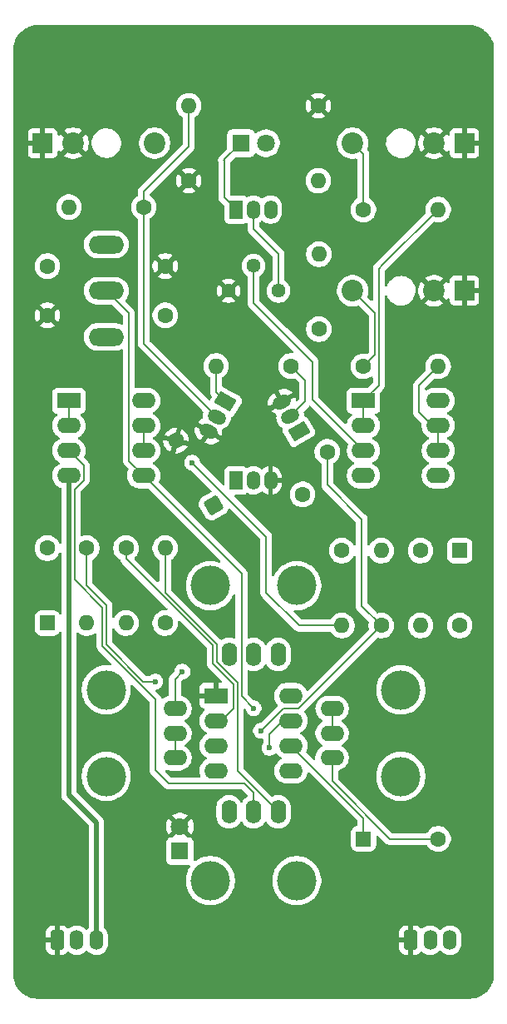
<source format=gbr>
%TF.GenerationSoftware,KiCad,Pcbnew,9.0.2*%
%TF.CreationDate,2025-06-18T19:11:40+10:00*%
%TF.ProjectId,ASDR,41534452-2e6b-4696-9361-645f70636258,rev?*%
%TF.SameCoordinates,Original*%
%TF.FileFunction,Copper,L1,Top*%
%TF.FilePolarity,Positive*%
%FSLAX46Y46*%
G04 Gerber Fmt 4.6, Leading zero omitted, Abs format (unit mm)*
G04 Created by KiCad (PCBNEW 9.0.2) date 2025-06-18 19:11:40*
%MOMM*%
%LPD*%
G01*
G04 APERTURE LIST*
G04 Aperture macros list*
%AMRoundRect*
0 Rectangle with rounded corners*
0 $1 Rounding radius*
0 $2 $3 $4 $5 $6 $7 $8 $9 X,Y pos of 4 corners*
0 Add a 4 corners polygon primitive as box body*
4,1,4,$2,$3,$4,$5,$6,$7,$8,$9,$2,$3,0*
0 Add four circle primitives for the rounded corners*
1,1,$1+$1,$2,$3*
1,1,$1+$1,$4,$5*
1,1,$1+$1,$6,$7*
1,1,$1+$1,$8,$9*
0 Add four rect primitives between the rounded corners*
20,1,$1+$1,$2,$3,$4,$5,0*
20,1,$1+$1,$4,$5,$6,$7,0*
20,1,$1+$1,$6,$7,$8,$9,0*
20,1,$1+$1,$8,$9,$2,$3,0*%
%AMHorizOval*
0 Thick line with rounded ends*
0 $1 width*
0 $2 $3 position (X,Y) of the first rounded end (center of the circle)*
0 $4 $5 position (X,Y) of the second rounded end (center of the circle)*
0 Add line between two ends*
20,1,$1,$2,$3,$4,$5,0*
0 Add two circle primitives to create the rounded ends*
1,1,$1,$2,$3*
1,1,$1,$4,$5*%
%AMRotRect*
0 Rectangle, with rotation*
0 The origin of the aperture is its center*
0 $1 length*
0 $2 width*
0 $3 Rotation angle, in degrees counterclockwise*
0 Add horizontal line*
21,1,$1,$2,0,0,$3*%
G04 Aperture macros list end*
%TA.AperFunction,ComponentPad*%
%ADD10R,1.350000X1.900000*%
%TD*%
%TA.AperFunction,ComponentPad*%
%ADD11O,1.350000X1.900000*%
%TD*%
%TA.AperFunction,ComponentPad*%
%ADD12C,1.600000*%
%TD*%
%TA.AperFunction,ComponentPad*%
%ADD13O,1.600000X1.600000*%
%TD*%
%TA.AperFunction,WasherPad*%
%ADD14C,4.000000*%
%TD*%
%TA.AperFunction,ComponentPad*%
%ADD15O,2.400000X1.600000*%
%TD*%
%TA.AperFunction,ComponentPad*%
%ADD16O,1.600000X2.400000*%
%TD*%
%TA.AperFunction,ComponentPad*%
%ADD17R,2.400000X1.600000*%
%TD*%
%TA.AperFunction,ComponentPad*%
%ADD18RoundRect,0.250000X0.751314X-0.201314X0.201314X0.751314X-0.751314X0.201314X-0.201314X-0.751314X0*%
%TD*%
%TA.AperFunction,ComponentPad*%
%ADD19R,2.000000X2.000000*%
%TD*%
%TA.AperFunction,ComponentPad*%
%ADD20C,2.200000*%
%TD*%
%TA.AperFunction,ComponentPad*%
%ADD21RoundRect,0.291666X-0.408334X-0.708334X0.408334X-0.708334X0.408334X0.708334X-0.408334X0.708334X0*%
%TD*%
%TA.AperFunction,ComponentPad*%
%ADD22O,1.400000X2.000000*%
%TD*%
%TA.AperFunction,ComponentPad*%
%ADD23RotRect,1.350000X1.900000X120.000000*%
%TD*%
%TA.AperFunction,ComponentPad*%
%ADD24HorizOval,1.350000X0.238157X0.137500X-0.238157X-0.137500X0*%
%TD*%
%TA.AperFunction,ComponentPad*%
%ADD25RotRect,1.350000X1.900000X240.000000*%
%TD*%
%TA.AperFunction,ComponentPad*%
%ADD26HorizOval,1.350000X-0.238157X0.137500X0.238157X-0.137500X0*%
%TD*%
%TA.AperFunction,ComponentPad*%
%ADD27RoundRect,0.250000X-0.550000X0.550000X-0.550000X-0.550000X0.550000X-0.550000X0.550000X0.550000X0*%
%TD*%
%TA.AperFunction,ComponentPad*%
%ADD28RoundRect,0.250000X0.550000X-0.550000X0.550000X0.550000X-0.550000X0.550000X-0.550000X-0.550000X0*%
%TD*%
%TA.AperFunction,ComponentPad*%
%ADD29RoundRect,0.250000X-0.550000X-0.550000X0.550000X-0.550000X0.550000X0.550000X-0.550000X0.550000X0*%
%TD*%
%TA.AperFunction,ComponentPad*%
%ADD30C,1.440000*%
%TD*%
%TA.AperFunction,ComponentPad*%
%ADD31R,1.800000X1.800000*%
%TD*%
%TA.AperFunction,ComponentPad*%
%ADD32C,1.800000*%
%TD*%
%TA.AperFunction,ComponentPad*%
%ADD33O,3.600000X1.800000*%
%TD*%
%TA.AperFunction,ViaPad*%
%ADD34C,0.600000*%
%TD*%
%TA.AperFunction,Conductor*%
%ADD35C,0.200000*%
%TD*%
%TA.AperFunction,Conductor*%
%ADD36C,0.500000*%
%TD*%
G04 APERTURE END LIST*
D10*
%TO.P,Q4,1,C*%
%TO.N,Net-(D5-K)*%
X148230000Y-69250000D03*
D11*
%TO.P,Q4,2,B*%
%TO.N,Net-(Q4-B)*%
X150000000Y-69250000D03*
%TO.P,Q4,3,E*%
%TO.N,Net-(Q4-E)*%
X151730000Y-69250000D03*
%TD*%
D12*
%TO.P,R13,1*%
%TO.N,Net-(J3-PadT)*%
X161190000Y-85200000D03*
D13*
%TO.P,R13,2*%
%TO.N,Net-(U3B--)*%
X168810000Y-85200000D03*
%TD*%
D12*
%TO.P,R10,1*%
%TO.N,Net-(R10-Pad1)*%
X159000000Y-103940000D03*
D13*
%TO.P,R10,2*%
%TO.N,Net-(U2A--)*%
X159000000Y-111560000D03*
%TD*%
D14*
%TO.P,RV2,*%
%TO.N,*%
X135000000Y-126900000D03*
X135000000Y-118100000D03*
D15*
%TO.P,RV2,1,1*%
%TO.N,Net-(R10-Pad1)*%
X142000000Y-119999999D03*
%TO.P,RV2,2,2*%
%TO.N,Net-(D2-K)*%
X142000000Y-122500000D03*
%TO.P,RV2,3,3*%
X142000000Y-125000001D03*
%TD*%
D14*
%TO.P,RV4,*%
%TO.N,*%
X145600000Y-107500000D03*
X154400000Y-107500000D03*
D16*
%TO.P,RV4,1,1*%
%TO.N,Net-(D4-K)*%
X152500001Y-114500000D03*
%TO.P,RV4,2,2*%
%TO.N,Net-(R8-Pad1)*%
X150000000Y-114500000D03*
%TO.P,RV4,3,3*%
X147499999Y-114500000D03*
%TD*%
D17*
%TO.P,U3,1*%
%TO.N,Net-(U3A--)*%
X161190000Y-88690000D03*
D15*
%TO.P,U3,2,-*%
X161190000Y-91230000D03*
%TO.P,U3,3,+*%
%TO.N,Net-(U3A-+)*%
X161190000Y-93770000D03*
%TO.P,U3,4,V-*%
%TO.N,VSS*%
X161190000Y-96310000D03*
%TO.P,U3,5,+*%
%TO.N,Net-(U3A-+)*%
X168810000Y-96310000D03*
%TO.P,U3,6,-*%
%TO.N,Net-(U3B--)*%
X168810000Y-93770000D03*
%TO.P,U3,7*%
X168810000Y-91230000D03*
%TO.P,U3,8,V+*%
%TO.N,VDD*%
X168810000Y-88690000D03*
%TD*%
D18*
%TO.P,D1,1,K*%
%TO.N,Net-(D1-K)*%
X145905000Y-99349556D03*
D12*
%TO.P,D1,2,A*%
%TO.N,GND*%
X142095000Y-92750442D03*
%TD*%
%TO.P,C3,1*%
%TO.N,Net-(SW1-C)*%
X141000000Y-80000000D03*
%TO.P,C3,2*%
%TO.N,GND*%
X141000000Y-75000000D03*
%TD*%
%TO.P,R8,1*%
%TO.N,Net-(R8-Pad1)*%
X167000000Y-103940000D03*
D13*
%TO.P,R8,2*%
%TO.N,Net-(Q2-C)*%
X167000000Y-111560000D03*
%TD*%
D17*
%TO.P,U1,1,GND*%
%TO.N,GND*%
X146190000Y-118690000D03*
D15*
%TO.P,U1,2,TR*%
%TO.N,Net-(Q3-C)*%
X146190000Y-121230000D03*
%TO.P,U1,3,Q*%
%TO.N,Net-(U1-Q)*%
X146190000Y-123770000D03*
%TO.P,U1,4,R*%
%TO.N,Net-(Q2-C)*%
X146190000Y-126310000D03*
%TO.P,U1,5,CV*%
%TO.N,Net-(U1-CV)*%
X153810000Y-126310000D03*
%TO.P,U1,6,THR*%
%TO.N,Net-(D2-A)*%
X153810000Y-123770000D03*
%TO.P,U1,7,DIS*%
%TO.N,Net-(U1-DIS)*%
X153810000Y-121230000D03*
%TO.P,U1,8,VCC*%
%TO.N,VDD*%
X153810000Y-118690000D03*
%TD*%
D19*
%TO.P,J3,G*%
%TO.N,GND*%
X171480000Y-77500000D03*
D20*
%TO.P,J3,S*%
X168380000Y-77500000D03*
%TO.P,J3,T*%
%TO.N,Net-(J3-PadT)*%
X160080000Y-77500000D03*
%TD*%
D21*
%TO.P,J4,1,Pin_1*%
%TO.N,GND*%
X130000000Y-143550000D03*
D22*
%TO.P,J4,2,Pin_2*%
%TO.N,VDD*%
X132000000Y-143550000D03*
%TO.P,J4,3,Pin_3*%
%TO.N,VSS*%
X134000000Y-143550000D03*
%TD*%
D23*
%TO.P,Q2,1,C*%
%TO.N,Net-(Q2-C)*%
X154621769Y-91827866D03*
D24*
%TO.P,Q2,2,B*%
%TO.N,Net-(Q2-B)*%
X153736769Y-90295001D03*
%TO.P,Q2,3,E*%
%TO.N,GND*%
X152871769Y-88796777D03*
%TD*%
D19*
%TO.P,J2,G*%
%TO.N,GND*%
X171480000Y-62500000D03*
D20*
%TO.P,J2,S*%
X168380000Y-62500000D03*
%TO.P,J2,T*%
%TO.N,Net-(J2-PadT)*%
X160080000Y-62500000D03*
%TD*%
D12*
%TO.P,R4,1*%
%TO.N,Net-(Q2-B)*%
X153810000Y-85160000D03*
D13*
%TO.P,R4,2*%
%TO.N,Net-(Q1-C)*%
X146190000Y-85160000D03*
%TD*%
D12*
%TO.P,R6,1*%
%TO.N,Net-(Q3-C)*%
X136999999Y-103690000D03*
D13*
%TO.P,R6,2*%
%TO.N,VDD*%
X136999999Y-111310000D03*
%TD*%
D12*
%TO.P,R9,1*%
%TO.N,VDD*%
X141000000Y-111310000D03*
D13*
%TO.P,R9,2*%
%TO.N,Net-(R9-Pad2)*%
X141000000Y-103690000D03*
%TD*%
D25*
%TO.P,Q1,1,C*%
%TO.N,Net-(Q1-C)*%
X147148232Y-88787135D03*
D26*
%TO.P,Q1,2,B*%
%TO.N,Net-(Q1-B)*%
X146263232Y-90320000D03*
%TO.P,Q1,3,E*%
%TO.N,GND*%
X145398232Y-91818224D03*
%TD*%
D12*
%TO.P,R11,1*%
%TO.N,GND*%
X156600000Y-58690000D03*
D13*
%TO.P,R11,2*%
%TO.N,Net-(Q4-E)*%
X156600000Y-66310000D03*
%TD*%
D27*
%TO.P,D4,1,K*%
%TO.N,Net-(D4-K)*%
X171000000Y-103940001D03*
D12*
%TO.P,D4,2,A*%
%TO.N,Net-(D2-A)*%
X171000000Y-111560001D03*
%TD*%
%TO.P,R2,1*%
%TO.N,GND*%
X143400000Y-66310000D03*
D13*
%TO.P,R2,2*%
%TO.N,Net-(Q1-B)*%
X143400000Y-58690000D03*
%TD*%
D12*
%TO.P,R3,1*%
%TO.N,Net-(Q1-C)*%
X156650000Y-81410000D03*
D13*
%TO.P,R3,2*%
%TO.N,VDD*%
X156650000Y-73790000D03*
%TD*%
D12*
%TO.P,C1,1*%
%TO.N,Net-(D1-K)*%
X155000000Y-98215064D03*
%TO.P,C1,2*%
%TO.N,Net-(Q2-C)*%
X157500000Y-93884937D03*
%TD*%
%TO.P,R5,1*%
%TO.N,Net-(Q2-C)*%
X163000000Y-111560000D03*
D13*
%TO.P,R5,2*%
%TO.N,VDD*%
X163000000Y-103940000D03*
%TD*%
D10*
%TO.P,Q3,1,C*%
%TO.N,Net-(Q3-C)*%
X148230000Y-96800000D03*
D11*
%TO.P,Q3,2,B*%
%TO.N,Net-(D1-K)*%
X150000000Y-96800000D03*
%TO.P,Q3,3,E*%
%TO.N,GND*%
X151730000Y-96800000D03*
%TD*%
D28*
%TO.P,D2,1,K*%
%TO.N,Net-(D2-K)*%
X129000000Y-111310000D03*
D12*
%TO.P,D2,2,A*%
%TO.N,Net-(D2-A)*%
X129000000Y-103690000D03*
%TD*%
D29*
%TO.P,D3,1,K*%
%TO.N,Net-(D2-A)*%
X161190000Y-133250000D03*
D12*
%TO.P,D3,2,A*%
%TO.N,Net-(D3-A)*%
X168810000Y-133250000D03*
%TD*%
D30*
%TO.P,RV5,1,1*%
%TO.N,Net-(Q4-B)*%
X152530000Y-77505000D03*
%TO.P,RV5,2,2*%
%TO.N,Net-(U3A-+)*%
X149990000Y-74965000D03*
%TO.P,RV5,3,3*%
%TO.N,GND*%
X147450000Y-77505000D03*
%TD*%
D31*
%TO.P,D5,1,K*%
%TO.N,Net-(D5-K)*%
X148725000Y-62500000D03*
D32*
%TO.P,D5,2,A*%
%TO.N,VDD*%
X151265000Y-62500000D03*
%TD*%
D19*
%TO.P,J1,G*%
%TO.N,GND*%
X128520000Y-62500000D03*
D20*
%TO.P,J1,S*%
X131620000Y-62500000D03*
%TO.P,J1,T*%
%TO.N,Net-(J1-PadT)*%
X139920000Y-62500000D03*
%TD*%
D33*
%TO.P,SW1,1,A*%
%TO.N,Net-(SW1-A)*%
X135000000Y-72800000D03*
%TO.P,SW1,2,B*%
%TO.N,Net-(D2-A)*%
X135000000Y-77500000D03*
%TO.P,SW1,3,C*%
%TO.N,Net-(SW1-C)*%
X135000000Y-82200000D03*
%TD*%
D14*
%TO.P,RV3,*%
%TO.N,*%
X165000000Y-118100000D03*
X165000000Y-126900000D03*
D15*
%TO.P,RV3,1,1*%
%TO.N,Net-(D3-A)*%
X158000000Y-125000001D03*
%TO.P,RV3,2,2*%
%TO.N,Net-(R7-Pad1)*%
X158000000Y-122500000D03*
%TO.P,RV3,3,3*%
X158000000Y-119999999D03*
%TD*%
D12*
%TO.P,R1,1*%
%TO.N,Net-(Q1-B)*%
X138810000Y-69000000D03*
D13*
%TO.P,R1,2*%
%TO.N,Net-(J1-PadT)*%
X131190000Y-69000000D03*
%TD*%
D12*
%TO.P,R7,1*%
%TO.N,Net-(R7-Pad1)*%
X132999999Y-103690000D03*
D13*
%TO.P,R7,2*%
%TO.N,Net-(U1-Q)*%
X132999999Y-111310000D03*
%TD*%
D17*
%TO.P,U2,1*%
%TO.N,Net-(U2A--)*%
X131190000Y-88690000D03*
D15*
%TO.P,U2,2,-*%
X131190000Y-91230000D03*
%TO.P,U2,3,+*%
%TO.N,Net-(U2A-+)*%
X131190000Y-93770000D03*
%TO.P,U2,4,V-*%
%TO.N,VSS*%
X131190000Y-96310000D03*
%TO.P,U2,5,+*%
%TO.N,Net-(D2-A)*%
X138810000Y-96310000D03*
%TO.P,U2,6,-*%
%TO.N,Net-(Q4-B)*%
X138810000Y-93770000D03*
%TO.P,U2,7*%
X138810000Y-91230000D03*
%TO.P,U2,8,V+*%
%TO.N,VDD*%
X138810000Y-88690000D03*
%TD*%
D12*
%TO.P,R12,1*%
%TO.N,Net-(J2-PadT)*%
X161190000Y-69250000D03*
D13*
%TO.P,R12,2*%
%TO.N,Net-(U3A--)*%
X168810000Y-69250000D03*
%TD*%
D12*
%TO.P,C4,1*%
%TO.N,Net-(SW1-A)*%
X129000000Y-75000000D03*
%TO.P,C4,2*%
%TO.N,GND*%
X129000000Y-80000000D03*
%TD*%
D21*
%TO.P,J5,1,Pin_1*%
%TO.N,GND*%
X166000000Y-143550000D03*
D22*
%TO.P,J5,2,Pin_2*%
%TO.N,VDD*%
X168000000Y-143550000D03*
%TO.P,J5,3,Pin_3*%
%TO.N,VSS*%
X170000000Y-143550000D03*
%TD*%
D31*
%TO.P,C2,1*%
%TO.N,Net-(U1-CV)*%
X142500000Y-134500001D03*
D32*
%TO.P,C2,2*%
%TO.N,GND*%
X142500000Y-132000001D03*
%TD*%
D14*
%TO.P,RV1,*%
%TO.N,*%
X154400000Y-137500000D03*
X145600000Y-137500000D03*
D16*
%TO.P,RV1,1,1*%
%TO.N,Net-(U1-DIS)*%
X147499999Y-130500000D03*
%TO.P,RV1,2,2*%
%TO.N,Net-(U2A-+)*%
X150000000Y-130500000D03*
%TO.P,RV1,3,3*%
%TO.N,Net-(R9-Pad2)*%
X152500001Y-130500000D03*
%TD*%
D34*
%TO.N,Net-(R10-Pad1)*%
X142750000Y-116250000D03*
%TO.N,Net-(Q2-C)*%
X150750000Y-122250000D03*
%TO.N,Net-(D2-A)*%
X150000000Y-119960000D03*
%TO.N,Net-(R7-Pad1)*%
X140000000Y-117250000D03*
%TO.N,Net-(U2A--)*%
X143750000Y-95000000D03*
%TO.N,Net-(U1-DIS)*%
X151600000Y-124000000D03*
%TD*%
D35*
%TO.N,Net-(R10-Pad1)*%
X142000000Y-117000000D02*
X142750000Y-116250000D01*
%TO.N,Net-(Q4-B)*%
X150000000Y-71250000D02*
X150000000Y-69250000D01*
X152530000Y-73780000D02*
X150000000Y-71250000D01*
X152530000Y-77505000D02*
X152530000Y-73780000D01*
%TO.N,Net-(U3A-+)*%
X149990000Y-78740000D02*
X149990000Y-74965000D01*
X156000000Y-84750000D02*
X149990000Y-78740000D01*
X156000000Y-88580000D02*
X156000000Y-84750000D01*
X161190000Y-93770000D02*
X156000000Y-88580000D01*
%TO.N,Net-(D5-K)*%
X147000000Y-68000000D02*
X147000000Y-64250000D01*
X147000000Y-64250000D02*
X146987500Y-64237500D01*
X146987500Y-64237500D02*
X148725000Y-62500000D01*
X148230000Y-69230000D02*
X147000000Y-68000000D01*
%TO.N,Net-(D2-A)*%
X148768450Y-106268450D02*
X138810000Y-96310000D01*
X148768450Y-118728450D02*
X148768450Y-106268450D01*
X150000000Y-119960000D02*
X148768450Y-118728450D01*
%TO.N,Net-(R9-Pad2)*%
X141000000Y-108182900D02*
X141000000Y-103690000D01*
X146250000Y-113432900D02*
X141000000Y-108182900D01*
X148367450Y-117367450D02*
X146250000Y-115250000D01*
X148367450Y-126367449D02*
X148367450Y-117367450D01*
X152500001Y-130500000D02*
X148367450Y-126367449D01*
X146250000Y-115250000D02*
X146250000Y-113432900D01*
%TO.N,Net-(Q3-C)*%
X145849000Y-113599000D02*
X145849000Y-113750000D01*
X136999999Y-104749999D02*
X145849000Y-113599000D01*
X145849000Y-113750000D02*
X145849000Y-115416100D01*
X136999999Y-103690000D02*
X136999999Y-104749999D01*
%TO.N,Net-(R7-Pad1)*%
X135000000Y-113500000D02*
X135000000Y-109500000D01*
X135000000Y-109500000D02*
X132999999Y-107499999D01*
X138750000Y-117250000D02*
X135000000Y-113500000D01*
X132999999Y-107499999D02*
X132999999Y-103690000D01*
X140000000Y-117250000D02*
X138750000Y-117250000D01*
%TO.N,Net-(U2A-+)*%
X140000000Y-126250000D02*
X140125000Y-126375000D01*
X140000000Y-119067100D02*
X140000000Y-126250000D01*
X134599000Y-113666100D02*
X140000000Y-119067100D01*
X134599000Y-109750000D02*
X134599000Y-113666100D01*
X131750000Y-97707049D02*
X131750000Y-106901000D01*
X132691000Y-96766049D02*
X131750000Y-97707049D01*
X131190000Y-93770000D02*
X132691000Y-95271000D01*
X132691000Y-95271000D02*
X132691000Y-96766049D01*
X141375000Y-127625000D02*
X140125000Y-126375000D01*
X131750000Y-106901000D02*
X134599000Y-109750000D01*
%TO.N,Net-(D3-A)*%
X158000000Y-127392900D02*
X158000000Y-125000001D01*
X163857100Y-133250000D02*
X158000000Y-127392900D01*
X168810000Y-133250000D02*
X163857100Y-133250000D01*
%TO.N,Net-(R10-Pad1)*%
X142000000Y-119999999D02*
X142000000Y-117000000D01*
%TO.N,Net-(U2A-+)*%
X150000000Y-128567099D02*
X149057901Y-127625000D01*
X150000000Y-130500000D02*
X150000000Y-128567099D01*
X149057901Y-127625000D02*
X141375000Y-127625000D01*
%TO.N,Net-(U1-DIS)*%
X151600000Y-122600000D02*
X151600000Y-124000000D01*
%TO.N,Net-(D5-K)*%
X148230000Y-69250000D02*
X148230000Y-69230000D01*
%TO.N,Net-(J3-PadT)*%
X162349000Y-79769000D02*
X160080000Y-77500000D01*
X162349000Y-84041000D02*
X162349000Y-79769000D01*
X161190000Y-85200000D02*
X162349000Y-84041000D01*
%TO.N,Net-(U3A--)*%
X162750000Y-75250000D02*
X163125000Y-74875000D01*
X162750000Y-87130000D02*
X162750000Y-75250000D01*
X161190000Y-88690000D02*
X162750000Y-87130000D01*
X168750000Y-69250000D02*
X163125000Y-74875000D01*
%TO.N,Net-(U2A--)*%
X151283550Y-102533550D02*
X151283550Y-108216450D01*
X143750000Y-95000000D02*
X151283550Y-102533550D01*
X154627100Y-111560000D02*
X151283550Y-108216450D01*
X159000000Y-111560000D02*
X154627100Y-111560000D01*
%TO.N,Net-(Q2-C)*%
X157500000Y-97250000D02*
X157500000Y-93884937D01*
X153000000Y-120000000D02*
X150750000Y-122250000D01*
X161000000Y-109560000D02*
X161000000Y-100750000D01*
X153250000Y-120000000D02*
X153082951Y-120000000D01*
X153250000Y-120000000D02*
X153000000Y-120000000D01*
X163000000Y-111560000D02*
X154560000Y-120000000D01*
X154560000Y-120000000D02*
X153500000Y-120000000D01*
X161000000Y-100750000D02*
X157500000Y-97250000D01*
X153500000Y-120000000D02*
X153250000Y-120000000D01*
X163000000Y-111560000D02*
X161000000Y-109560000D01*
%TO.N,Net-(D2-K)*%
X141999999Y-122500000D02*
X142000000Y-125000001D01*
%TO.N,Net-(D2-A)*%
X138810000Y-96310000D02*
X137309000Y-94809000D01*
X161190000Y-133250000D02*
X161190000Y-131150000D01*
X137309000Y-94809000D02*
X137309000Y-79809000D01*
X161190000Y-131150000D02*
X153810000Y-123770000D01*
X137309000Y-79809000D02*
X135000000Y-77500000D01*
D36*
%TO.N,VSS*%
X134000000Y-131600000D02*
X131190000Y-128790000D01*
X134000000Y-143550000D02*
X134000000Y-131600000D01*
X131190000Y-128790000D02*
X131190000Y-96310000D01*
D35*
%TO.N,Net-(Q1-C)*%
X146190000Y-87828903D02*
X146190000Y-85160000D01*
X147148232Y-88787135D02*
X146190000Y-87828903D01*
%TO.N,Net-(Q1-B)*%
X146263232Y-90320000D02*
X138810000Y-82866768D01*
X138810000Y-67440000D02*
X138810000Y-69000000D01*
X138810000Y-82866768D02*
X138810000Y-69000000D01*
X143400000Y-62850000D02*
X138810000Y-67440000D01*
X143400000Y-58690000D02*
X143400000Y-62850000D01*
%TO.N,Net-(Q2-B)*%
X155250000Y-88781770D02*
X153736769Y-90295001D01*
X153810000Y-85160000D02*
X155250000Y-86600000D01*
X155250000Y-86600000D02*
X155250000Y-88781770D01*
%TO.N,Net-(Q3-C)*%
X147966450Y-117533550D02*
X147966450Y-119966450D01*
X146770000Y-121230000D02*
X146190000Y-121230000D01*
X146190000Y-121230000D02*
X146702900Y-121230000D01*
X145849000Y-115416100D02*
X147966450Y-117533550D01*
X146702900Y-121230000D02*
X147966450Y-119966450D01*
%TO.N,Net-(Q4-B)*%
X138810000Y-91230000D02*
X138810000Y-93770000D01*
%TO.N,Net-(R7-Pad1)*%
X158000001Y-122500000D02*
X158000000Y-119999999D01*
%TO.N,Net-(U2A--)*%
X131190000Y-91230000D02*
X131230000Y-91230000D01*
X131190000Y-88690000D02*
X131190000Y-91230000D01*
%TO.N,Net-(U3A--)*%
X168810000Y-69250000D02*
X168750000Y-69250000D01*
X161190000Y-88690000D02*
X161190000Y-91230000D01*
%TO.N,Net-(U3B--)*%
X167505000Y-86505000D02*
X166875000Y-87135000D01*
X168230000Y-91230000D02*
X168810000Y-91230000D01*
X166875000Y-89875000D02*
X168230000Y-91230000D01*
X168810000Y-93770000D02*
X168810000Y-91230000D01*
X168810000Y-85200000D02*
X167505000Y-86505000D01*
X166875000Y-87135000D02*
X166875000Y-89875000D01*
%TO.N,Net-(U1-DIS)*%
X152970000Y-121230000D02*
X153810000Y-121230000D01*
X151600000Y-122600000D02*
X152970000Y-121230000D01*
%TO.N,Net-(J2-PadT)*%
X161190000Y-69250000D02*
X161190000Y-63610000D01*
X161190000Y-63610000D02*
X160080000Y-62500000D01*
%TD*%
%TA.AperFunction,Conductor*%
%TO.N,GND*%
G36*
X172003736Y-50500726D02*
G01*
X172293796Y-50518271D01*
X172308659Y-50520076D01*
X172590798Y-50571780D01*
X172605335Y-50575363D01*
X172879172Y-50660695D01*
X172893163Y-50666000D01*
X173154743Y-50783727D01*
X173167989Y-50790680D01*
X173413465Y-50939075D01*
X173425776Y-50947573D01*
X173651573Y-51124473D01*
X173662781Y-51134403D01*
X173865596Y-51337218D01*
X173875526Y-51348426D01*
X173995481Y-51501538D01*
X174052422Y-51574217D01*
X174060928Y-51586540D01*
X174209316Y-51832004D01*
X174216275Y-51845263D01*
X174333997Y-52106831D01*
X174339306Y-52120832D01*
X174424635Y-52394663D01*
X174428219Y-52409201D01*
X174479923Y-52691340D01*
X174481728Y-52706205D01*
X174499274Y-52996263D01*
X174499500Y-53003750D01*
X174499500Y-146996249D01*
X174499274Y-147003736D01*
X174481728Y-147293794D01*
X174479923Y-147308659D01*
X174428219Y-147590798D01*
X174424635Y-147605336D01*
X174339306Y-147879167D01*
X174333997Y-147893168D01*
X174216275Y-148154736D01*
X174209316Y-148167995D01*
X174060928Y-148413459D01*
X174052422Y-148425782D01*
X173875526Y-148651573D01*
X173865596Y-148662781D01*
X173662781Y-148865596D01*
X173651573Y-148875526D01*
X173425782Y-149052422D01*
X173413459Y-149060928D01*
X173167995Y-149209316D01*
X173154736Y-149216275D01*
X172893168Y-149333997D01*
X172879167Y-149339306D01*
X172605336Y-149424635D01*
X172590798Y-149428219D01*
X172308659Y-149479923D01*
X172293794Y-149481728D01*
X172014454Y-149498624D01*
X172003735Y-149499273D01*
X171996250Y-149499499D01*
X128003734Y-149499499D01*
X127996247Y-149499273D01*
X127706205Y-149481728D01*
X127691340Y-149479923D01*
X127409201Y-149428219D01*
X127394663Y-149424635D01*
X127120832Y-149339306D01*
X127106831Y-149333997D01*
X126845263Y-149216275D01*
X126832004Y-149209316D01*
X126586540Y-149060928D01*
X126574217Y-149052422D01*
X126348426Y-148875526D01*
X126337218Y-148865596D01*
X126134403Y-148662781D01*
X126124473Y-148651573D01*
X125947573Y-148425776D01*
X125939075Y-148413465D01*
X125790680Y-148167989D01*
X125783727Y-148154743D01*
X125666000Y-147893163D01*
X125660693Y-147879167D01*
X125575364Y-147605336D01*
X125571780Y-147590798D01*
X125520076Y-147308659D01*
X125518271Y-147293794D01*
X125500726Y-147003736D01*
X125500500Y-146996249D01*
X125500500Y-103587648D01*
X127699500Y-103587648D01*
X127699500Y-103792351D01*
X127731522Y-103994534D01*
X127794781Y-104189223D01*
X127887715Y-104371613D01*
X128008028Y-104537213D01*
X128152786Y-104681971D01*
X128307749Y-104794556D01*
X128318390Y-104802287D01*
X128399499Y-104843614D01*
X128500776Y-104895218D01*
X128500778Y-104895218D01*
X128500781Y-104895220D01*
X128575818Y-104919601D01*
X128695465Y-104958477D01*
X128796557Y-104974488D01*
X128897648Y-104990500D01*
X128897649Y-104990500D01*
X129102351Y-104990500D01*
X129102352Y-104990500D01*
X129304534Y-104958477D01*
X129499219Y-104895220D01*
X129681610Y-104802287D01*
X129808983Y-104709746D01*
X129847213Y-104681971D01*
X129847215Y-104681968D01*
X129847219Y-104681966D01*
X129991966Y-104537219D01*
X129991968Y-104537215D01*
X129991971Y-104537213D01*
X130112284Y-104371614D01*
X130112285Y-104371613D01*
X130112287Y-104371610D01*
X130205015Y-104189620D01*
X130252990Y-104138825D01*
X130320811Y-104122030D01*
X130386946Y-104144567D01*
X130430397Y-104199282D01*
X130439500Y-104245916D01*
X130439500Y-110335276D01*
X130419815Y-110402315D01*
X130367011Y-110448070D01*
X130297853Y-110458014D01*
X130234297Y-110428989D01*
X130209961Y-110400373D01*
X130142712Y-110291344D01*
X130018656Y-110167288D01*
X129917314Y-110104780D01*
X129869336Y-110075187D01*
X129869331Y-110075185D01*
X129867862Y-110074698D01*
X129702797Y-110020001D01*
X129702795Y-110020000D01*
X129600010Y-110009500D01*
X128399998Y-110009500D01*
X128399981Y-110009501D01*
X128297203Y-110020000D01*
X128297200Y-110020001D01*
X128130668Y-110075185D01*
X128130663Y-110075187D01*
X127981342Y-110167289D01*
X127857289Y-110291342D01*
X127765187Y-110440663D01*
X127765185Y-110440668D01*
X127759437Y-110458014D01*
X127710001Y-110607203D01*
X127710001Y-110607204D01*
X127710000Y-110607204D01*
X127699500Y-110709983D01*
X127699500Y-111910001D01*
X127699501Y-111910018D01*
X127710000Y-112012796D01*
X127710001Y-112012799D01*
X127745383Y-112119573D01*
X127765186Y-112179334D01*
X127857288Y-112328656D01*
X127981344Y-112452712D01*
X128130666Y-112544814D01*
X128297203Y-112599999D01*
X128399991Y-112610500D01*
X129600008Y-112610499D01*
X129702797Y-112599999D01*
X129869334Y-112544814D01*
X130018656Y-112452712D01*
X130142712Y-112328656D01*
X130209961Y-112219626D01*
X130261909Y-112172902D01*
X130330871Y-112161679D01*
X130394953Y-112189522D01*
X130433810Y-112247591D01*
X130439500Y-112284723D01*
X130439500Y-128863918D01*
X130439500Y-128863920D01*
X130439499Y-128863920D01*
X130468340Y-129008907D01*
X130468343Y-129008917D01*
X130524914Y-129145492D01*
X130557812Y-129194727D01*
X130557813Y-129194730D01*
X130607046Y-129268414D01*
X130607052Y-129268421D01*
X133213181Y-131874548D01*
X133246666Y-131935871D01*
X133249500Y-131962229D01*
X133249500Y-142251374D01*
X133240855Y-142280814D01*
X133234332Y-142310801D01*
X133230577Y-142315816D01*
X133229815Y-142318413D01*
X133213182Y-142339055D01*
X133213181Y-142339056D01*
X133087680Y-142464556D01*
X133026357Y-142498040D01*
X132956665Y-142493056D01*
X132912318Y-142464555D01*
X132782075Y-142334312D01*
X132782073Y-142334310D01*
X132629199Y-142223240D01*
X132620479Y-142218797D01*
X132460836Y-142137454D01*
X132281118Y-142079059D01*
X132094486Y-142049500D01*
X132094481Y-142049500D01*
X131905519Y-142049500D01*
X131905514Y-142049500D01*
X131718881Y-142079059D01*
X131539163Y-142137454D01*
X131370800Y-142223240D01*
X131283579Y-142286610D01*
X131217927Y-142334310D01*
X131217925Y-142334312D01*
X131217922Y-142334314D01*
X131206923Y-142345313D01*
X131145599Y-142378796D01*
X131075907Y-142373809D01*
X131031564Y-142345311D01*
X130905049Y-142218797D01*
X130905050Y-142218797D01*
X130753998Y-142123887D01*
X130753999Y-142123887D01*
X130585612Y-142064965D01*
X130585602Y-142064963D01*
X130452797Y-142050000D01*
X130250000Y-142050000D01*
X130250000Y-143269670D01*
X130230255Y-143249925D01*
X130144745Y-143200556D01*
X130049370Y-143175000D01*
X129950630Y-143175000D01*
X129855255Y-143200556D01*
X129769745Y-143249925D01*
X129750000Y-143269670D01*
X129750000Y-142050000D01*
X129547207Y-142050000D01*
X129547201Y-142050001D01*
X129414397Y-142064963D01*
X129414387Y-142064965D01*
X129246000Y-142123887D01*
X129094949Y-142218797D01*
X128968797Y-142344949D01*
X128873887Y-142496000D01*
X128814965Y-142664387D01*
X128814963Y-142664397D01*
X128800000Y-142797202D01*
X128800000Y-143300000D01*
X129719670Y-143300000D01*
X129699925Y-143319745D01*
X129650556Y-143405255D01*
X129625000Y-143500630D01*
X129625000Y-143599370D01*
X129650556Y-143694745D01*
X129699925Y-143780255D01*
X129719670Y-143800000D01*
X128800001Y-143800000D01*
X128800001Y-144302798D01*
X128814963Y-144435602D01*
X128814965Y-144435612D01*
X128873887Y-144603999D01*
X128968797Y-144755050D01*
X129094949Y-144881202D01*
X129246001Y-144976112D01*
X129246000Y-144976112D01*
X129414387Y-145035034D01*
X129414397Y-145035036D01*
X129547204Y-145049999D01*
X129749999Y-145049999D01*
X129750000Y-145049998D01*
X129750000Y-143830330D01*
X129769745Y-143850075D01*
X129855255Y-143899444D01*
X129950630Y-143925000D01*
X130049370Y-143925000D01*
X130144745Y-143899444D01*
X130230255Y-143850075D01*
X130250000Y-143830330D01*
X130250000Y-145049999D01*
X130452791Y-145049999D01*
X130452798Y-145049998D01*
X130585602Y-145035036D01*
X130585612Y-145035034D01*
X130753999Y-144976112D01*
X130905050Y-144881202D01*
X130905053Y-144881199D01*
X131031564Y-144754689D01*
X131092887Y-144721204D01*
X131162579Y-144726188D01*
X131206926Y-144754689D01*
X131217927Y-144765690D01*
X131370801Y-144876760D01*
X131450347Y-144917290D01*
X131539163Y-144962545D01*
X131539165Y-144962545D01*
X131539168Y-144962547D01*
X131580917Y-144976112D01*
X131718881Y-145020940D01*
X131905514Y-145050500D01*
X131905519Y-145050500D01*
X132094486Y-145050500D01*
X132281118Y-145020940D01*
X132460832Y-144962547D01*
X132629199Y-144876760D01*
X132782073Y-144765690D01*
X132912319Y-144635444D01*
X132973642Y-144601959D01*
X133043334Y-144606943D01*
X133087681Y-144635444D01*
X133217927Y-144765690D01*
X133370801Y-144876760D01*
X133450347Y-144917290D01*
X133539163Y-144962545D01*
X133539165Y-144962545D01*
X133539168Y-144962547D01*
X133580917Y-144976112D01*
X133718881Y-145020940D01*
X133905514Y-145050500D01*
X133905519Y-145050500D01*
X134094486Y-145050500D01*
X134281118Y-145020940D01*
X134460832Y-144962547D01*
X134629199Y-144876760D01*
X134782073Y-144765690D01*
X134915690Y-144632073D01*
X135026760Y-144479199D01*
X135112547Y-144310832D01*
X135170940Y-144131118D01*
X135200500Y-143944486D01*
X135200500Y-143155513D01*
X135170940Y-142968881D01*
X135126480Y-142832049D01*
X135126479Y-142832046D01*
X135115158Y-142797202D01*
X164800000Y-142797202D01*
X164800000Y-143300000D01*
X165719670Y-143300000D01*
X165699925Y-143319745D01*
X165650556Y-143405255D01*
X165625000Y-143500630D01*
X165625000Y-143599370D01*
X165650556Y-143694745D01*
X165699925Y-143780255D01*
X165719670Y-143800000D01*
X164800001Y-143800000D01*
X164800001Y-144302798D01*
X164814963Y-144435602D01*
X164814965Y-144435612D01*
X164873887Y-144603999D01*
X164968797Y-144755050D01*
X165094949Y-144881202D01*
X165246001Y-144976112D01*
X165246000Y-144976112D01*
X165414387Y-145035034D01*
X165414397Y-145035036D01*
X165547204Y-145049999D01*
X165749999Y-145049999D01*
X165750000Y-145049998D01*
X165750000Y-143830330D01*
X165769745Y-143850075D01*
X165855255Y-143899444D01*
X165950630Y-143925000D01*
X166049370Y-143925000D01*
X166144745Y-143899444D01*
X166230255Y-143850075D01*
X166250000Y-143830330D01*
X166250000Y-145049999D01*
X166452791Y-145049999D01*
X166452798Y-145049998D01*
X166585602Y-145035036D01*
X166585612Y-145035034D01*
X166753999Y-144976112D01*
X166905050Y-144881202D01*
X166905053Y-144881199D01*
X167031564Y-144754689D01*
X167092887Y-144721204D01*
X167162579Y-144726188D01*
X167206926Y-144754689D01*
X167217927Y-144765690D01*
X167370801Y-144876760D01*
X167450347Y-144917290D01*
X167539163Y-144962545D01*
X167539165Y-144962545D01*
X167539168Y-144962547D01*
X167580917Y-144976112D01*
X167718881Y-145020940D01*
X167905514Y-145050500D01*
X167905519Y-145050500D01*
X168094486Y-145050500D01*
X168281118Y-145020940D01*
X168460832Y-144962547D01*
X168629199Y-144876760D01*
X168782073Y-144765690D01*
X168912319Y-144635444D01*
X168973642Y-144601959D01*
X169043334Y-144606943D01*
X169087681Y-144635444D01*
X169217927Y-144765690D01*
X169370801Y-144876760D01*
X169450347Y-144917290D01*
X169539163Y-144962545D01*
X169539165Y-144962545D01*
X169539168Y-144962547D01*
X169580917Y-144976112D01*
X169718881Y-145020940D01*
X169905514Y-145050500D01*
X169905519Y-145050500D01*
X170094486Y-145050500D01*
X170281118Y-145020940D01*
X170460832Y-144962547D01*
X170629199Y-144876760D01*
X170782073Y-144765690D01*
X170915690Y-144632073D01*
X171026760Y-144479199D01*
X171112547Y-144310832D01*
X171170940Y-144131118D01*
X171200500Y-143944486D01*
X171200500Y-143155513D01*
X171170940Y-142968881D01*
X171112545Y-142789163D01*
X171026759Y-142620800D01*
X170915690Y-142467927D01*
X170782073Y-142334310D01*
X170629199Y-142223240D01*
X170620479Y-142218797D01*
X170460836Y-142137454D01*
X170281118Y-142079059D01*
X170094486Y-142049500D01*
X170094481Y-142049500D01*
X169905519Y-142049500D01*
X169905514Y-142049500D01*
X169718881Y-142079059D01*
X169539163Y-142137454D01*
X169370800Y-142223240D01*
X169283579Y-142286610D01*
X169217927Y-142334310D01*
X169217925Y-142334312D01*
X169217924Y-142334312D01*
X169087681Y-142464556D01*
X169026358Y-142498041D01*
X168956666Y-142493057D01*
X168912319Y-142464556D01*
X168782075Y-142334312D01*
X168782073Y-142334310D01*
X168629199Y-142223240D01*
X168620479Y-142218797D01*
X168460836Y-142137454D01*
X168281118Y-142079059D01*
X168094486Y-142049500D01*
X168094481Y-142049500D01*
X167905519Y-142049500D01*
X167905514Y-142049500D01*
X167718881Y-142079059D01*
X167539163Y-142137454D01*
X167370800Y-142223240D01*
X167283579Y-142286610D01*
X167217927Y-142334310D01*
X167217925Y-142334312D01*
X167217922Y-142334314D01*
X167206923Y-142345313D01*
X167145599Y-142378796D01*
X167075907Y-142373809D01*
X167031564Y-142345311D01*
X166905049Y-142218797D01*
X166905050Y-142218797D01*
X166753998Y-142123887D01*
X166753999Y-142123887D01*
X166585612Y-142064965D01*
X166585602Y-142064963D01*
X166452797Y-142050000D01*
X166250000Y-142050000D01*
X166250000Y-143269670D01*
X166230255Y-143249925D01*
X166144745Y-143200556D01*
X166049370Y-143175000D01*
X165950630Y-143175000D01*
X165855255Y-143200556D01*
X165769745Y-143249925D01*
X165750000Y-143269670D01*
X165750000Y-142050000D01*
X165547207Y-142050000D01*
X165547201Y-142050001D01*
X165414397Y-142064963D01*
X165414387Y-142064965D01*
X165246000Y-142123887D01*
X165094949Y-142218797D01*
X164968797Y-142344949D01*
X164873887Y-142496000D01*
X164814965Y-142664387D01*
X164814963Y-142664397D01*
X164800000Y-142797202D01*
X135115158Y-142797202D01*
X135112547Y-142789167D01*
X135026759Y-142620800D01*
X134915690Y-142467927D01*
X134786818Y-142339055D01*
X134753334Y-142277732D01*
X134750500Y-142251374D01*
X134750500Y-133552136D01*
X141099500Y-133552136D01*
X141099500Y-135447871D01*
X141099501Y-135447877D01*
X141105908Y-135507484D01*
X141156202Y-135642329D01*
X141156206Y-135642336D01*
X141242452Y-135757545D01*
X141242455Y-135757548D01*
X141357664Y-135843794D01*
X141357671Y-135843798D01*
X141492517Y-135894092D01*
X141492516Y-135894092D01*
X141499444Y-135894836D01*
X141552127Y-135900501D01*
X143427525Y-135900500D01*
X143494564Y-135920185D01*
X143540319Y-135972988D01*
X143550263Y-136042147D01*
X143532519Y-136090472D01*
X143408053Y-136288557D01*
X143286200Y-136541588D01*
X143193443Y-136806670D01*
X143193439Y-136806682D01*
X143130945Y-137080487D01*
X143130942Y-137080505D01*
X143099500Y-137359568D01*
X143099500Y-137640431D01*
X143130942Y-137919494D01*
X143130945Y-137919512D01*
X143193439Y-138193317D01*
X143193443Y-138193329D01*
X143286200Y-138458411D01*
X143408053Y-138711442D01*
X143408055Y-138711445D01*
X143557477Y-138949248D01*
X143732584Y-139168825D01*
X143931175Y-139367416D01*
X144150752Y-139542523D01*
X144388555Y-139691945D01*
X144641592Y-139813801D01*
X144840680Y-139883465D01*
X144906670Y-139906556D01*
X144906682Y-139906560D01*
X145180491Y-139969055D01*
X145180497Y-139969055D01*
X145180505Y-139969057D01*
X145366547Y-139990018D01*
X145459569Y-140000499D01*
X145459572Y-140000500D01*
X145459575Y-140000500D01*
X145740428Y-140000500D01*
X145740429Y-140000499D01*
X145883055Y-139984429D01*
X146019494Y-139969057D01*
X146019499Y-139969056D01*
X146019509Y-139969055D01*
X146293318Y-139906560D01*
X146558408Y-139813801D01*
X146811445Y-139691945D01*
X147049248Y-139542523D01*
X147268825Y-139367416D01*
X147467416Y-139168825D01*
X147642523Y-138949248D01*
X147791945Y-138711445D01*
X147913801Y-138458408D01*
X148006560Y-138193318D01*
X148069055Y-137919509D01*
X148100500Y-137640425D01*
X148100500Y-137359575D01*
X148100499Y-137359568D01*
X151899500Y-137359568D01*
X151899500Y-137640431D01*
X151930942Y-137919494D01*
X151930945Y-137919512D01*
X151993439Y-138193317D01*
X151993443Y-138193329D01*
X152086200Y-138458411D01*
X152208053Y-138711442D01*
X152208055Y-138711445D01*
X152357477Y-138949248D01*
X152532584Y-139168825D01*
X152731175Y-139367416D01*
X152950752Y-139542523D01*
X153188555Y-139691945D01*
X153441592Y-139813801D01*
X153640680Y-139883465D01*
X153706670Y-139906556D01*
X153706682Y-139906560D01*
X153980491Y-139969055D01*
X153980497Y-139969055D01*
X153980505Y-139969057D01*
X154166547Y-139990018D01*
X154259569Y-140000499D01*
X154259572Y-140000500D01*
X154259575Y-140000500D01*
X154540428Y-140000500D01*
X154540429Y-140000499D01*
X154683055Y-139984429D01*
X154819494Y-139969057D01*
X154819499Y-139969056D01*
X154819509Y-139969055D01*
X155093318Y-139906560D01*
X155358408Y-139813801D01*
X155611445Y-139691945D01*
X155849248Y-139542523D01*
X156068825Y-139367416D01*
X156267416Y-139168825D01*
X156442523Y-138949248D01*
X156591945Y-138711445D01*
X156713801Y-138458408D01*
X156806560Y-138193318D01*
X156869055Y-137919509D01*
X156900500Y-137640425D01*
X156900500Y-137359575D01*
X156869055Y-137080491D01*
X156806560Y-136806682D01*
X156713801Y-136541592D01*
X156591945Y-136288555D01*
X156442523Y-136050752D01*
X156267416Y-135831175D01*
X156068825Y-135632584D01*
X155849248Y-135457477D01*
X155611445Y-135308055D01*
X155611442Y-135308053D01*
X155358411Y-135186200D01*
X155093329Y-135093443D01*
X155093317Y-135093439D01*
X154819512Y-135030945D01*
X154819494Y-135030942D01*
X154540431Y-134999500D01*
X154540425Y-134999500D01*
X154259575Y-134999500D01*
X154259568Y-134999500D01*
X153980505Y-135030942D01*
X153980487Y-135030945D01*
X153706682Y-135093439D01*
X153706670Y-135093443D01*
X153441588Y-135186200D01*
X153188557Y-135308053D01*
X152950753Y-135457476D01*
X152731175Y-135632583D01*
X152532583Y-135831175D01*
X152357476Y-136050753D01*
X152208053Y-136288557D01*
X152086200Y-136541588D01*
X151993443Y-136806670D01*
X151993439Y-136806682D01*
X151930945Y-137080487D01*
X151930942Y-137080505D01*
X151899500Y-137359568D01*
X148100499Y-137359568D01*
X148069055Y-137080491D01*
X148006560Y-136806682D01*
X147913801Y-136541592D01*
X147791945Y-136288555D01*
X147642523Y-136050752D01*
X147467416Y-135831175D01*
X147268825Y-135632584D01*
X147049248Y-135457477D01*
X146811445Y-135308055D01*
X146811442Y-135308053D01*
X146558411Y-135186200D01*
X146293329Y-135093443D01*
X146293317Y-135093439D01*
X146019512Y-135030945D01*
X146019494Y-135030942D01*
X145740431Y-134999500D01*
X145740425Y-134999500D01*
X145459575Y-134999500D01*
X145459568Y-134999500D01*
X145180505Y-135030942D01*
X145180487Y-135030945D01*
X144906682Y-135093439D01*
X144906670Y-135093443D01*
X144641588Y-135186200D01*
X144388557Y-135308053D01*
X144150749Y-135457478D01*
X144101810Y-135496505D01*
X144037123Y-135522913D01*
X143968428Y-135510155D01*
X143917535Y-135462284D01*
X143900499Y-135399560D01*
X143900499Y-133552129D01*
X143894091Y-133492518D01*
X143843796Y-133357670D01*
X143843795Y-133357669D01*
X143843793Y-133357665D01*
X143757547Y-133242456D01*
X143757544Y-133242453D01*
X143642335Y-133156207D01*
X143642328Y-133156203D01*
X143507482Y-133105909D01*
X143507483Y-133105909D01*
X143447883Y-133099502D01*
X143447881Y-133099501D01*
X143447873Y-133099501D01*
X143447865Y-133099501D01*
X143297308Y-133099501D01*
X143230269Y-133079816D01*
X143209627Y-133063182D01*
X142546448Y-132400001D01*
X142552661Y-132400001D01*
X142654394Y-132372742D01*
X142745606Y-132320081D01*
X142820080Y-132245607D01*
X142872741Y-132154395D01*
X142900000Y-132052662D01*
X142900000Y-132046449D01*
X143651066Y-132797515D01*
X143651066Y-132797514D01*
X143697386Y-132733761D01*
X143797432Y-132537411D01*
X143865526Y-132327836D01*
X143900000Y-132110182D01*
X143900000Y-131889819D01*
X143865526Y-131672165D01*
X143797432Y-131462590D01*
X143697388Y-131266244D01*
X143651066Y-131202486D01*
X143651065Y-131202486D01*
X142900000Y-131953552D01*
X142900000Y-131947340D01*
X142872741Y-131845607D01*
X142820080Y-131754395D01*
X142745606Y-131679921D01*
X142654394Y-131627260D01*
X142552661Y-131600001D01*
X142546445Y-131600001D01*
X143297513Y-130848933D01*
X143233756Y-130802612D01*
X143037410Y-130702568D01*
X142827835Y-130634474D01*
X142610181Y-130600001D01*
X142389819Y-130600001D01*
X142172164Y-130634474D01*
X141962589Y-130702568D01*
X141766233Y-130802617D01*
X141702485Y-130848932D01*
X141702485Y-130848933D01*
X142453553Y-131600001D01*
X142447339Y-131600001D01*
X142345606Y-131627260D01*
X142254394Y-131679921D01*
X142179920Y-131754395D01*
X142127259Y-131845607D01*
X142100000Y-131947340D01*
X142100000Y-131953554D01*
X141348932Y-131202486D01*
X141348931Y-131202486D01*
X141302616Y-131266234D01*
X141202567Y-131462590D01*
X141134473Y-131672165D01*
X141100000Y-131889819D01*
X141100000Y-132110182D01*
X141134473Y-132327836D01*
X141202567Y-132537411D01*
X141302611Y-132733757D01*
X141348932Y-132797514D01*
X142100000Y-132046446D01*
X142100000Y-132052662D01*
X142127259Y-132154395D01*
X142179920Y-132245607D01*
X142254394Y-132320081D01*
X142345606Y-132372742D01*
X142447339Y-132400001D01*
X142453553Y-132400001D01*
X141790370Y-133063182D01*
X141729047Y-133096667D01*
X141702690Y-133099501D01*
X141552130Y-133099501D01*
X141552123Y-133099502D01*
X141492516Y-133105909D01*
X141357671Y-133156203D01*
X141357664Y-133156207D01*
X141242455Y-133242453D01*
X141242452Y-133242456D01*
X141156206Y-133357665D01*
X141156202Y-133357672D01*
X141105908Y-133492518D01*
X141099501Y-133552117D01*
X141099501Y-133552124D01*
X141099500Y-133552136D01*
X134750500Y-133552136D01*
X134750500Y-131526079D01*
X134721659Y-131381092D01*
X134721658Y-131381091D01*
X134721658Y-131381087D01*
X134674089Y-131266244D01*
X134665087Y-131244511D01*
X134665080Y-131244498D01*
X134582952Y-131121585D01*
X134582951Y-131121584D01*
X134478416Y-131017049D01*
X131976819Y-128515451D01*
X131943334Y-128454128D01*
X131940500Y-128427770D01*
X131940500Y-126759568D01*
X132499500Y-126759568D01*
X132499500Y-127040431D01*
X132530942Y-127319494D01*
X132530945Y-127319512D01*
X132593439Y-127593317D01*
X132593443Y-127593329D01*
X132686200Y-127858411D01*
X132808053Y-128111442D01*
X132808055Y-128111445D01*
X132957477Y-128349248D01*
X133132584Y-128568825D01*
X133331175Y-128767416D01*
X133550752Y-128942523D01*
X133788555Y-129091945D01*
X134041592Y-129213801D01*
X134153005Y-129252786D01*
X134306670Y-129306556D01*
X134306682Y-129306560D01*
X134580491Y-129369055D01*
X134580497Y-129369055D01*
X134580505Y-129369057D01*
X134766547Y-129390018D01*
X134859569Y-129400499D01*
X134859572Y-129400500D01*
X134859575Y-129400500D01*
X135140428Y-129400500D01*
X135140429Y-129400499D01*
X135283055Y-129384429D01*
X135419494Y-129369057D01*
X135419499Y-129369056D01*
X135419509Y-129369055D01*
X135693318Y-129306560D01*
X135958408Y-129213801D01*
X136211445Y-129091945D01*
X136449248Y-128942523D01*
X136668825Y-128767416D01*
X136867416Y-128568825D01*
X137042523Y-128349248D01*
X137191945Y-128111445D01*
X137313801Y-127858408D01*
X137406560Y-127593318D01*
X137469055Y-127319509D01*
X137500500Y-127040425D01*
X137500500Y-126759575D01*
X137484629Y-126618714D01*
X137469057Y-126480505D01*
X137469054Y-126480487D01*
X137467276Y-126472699D01*
X137406560Y-126206682D01*
X137403749Y-126198650D01*
X137336438Y-126006286D01*
X137313801Y-125941592D01*
X137191945Y-125688555D01*
X137042523Y-125450752D01*
X136867416Y-125231175D01*
X136668825Y-125032584D01*
X136449248Y-124857477D01*
X136248912Y-124731597D01*
X136211442Y-124708053D01*
X135958411Y-124586200D01*
X135693329Y-124493443D01*
X135693317Y-124493439D01*
X135419512Y-124430945D01*
X135419494Y-124430942D01*
X135140431Y-124399500D01*
X135140425Y-124399500D01*
X134859575Y-124399500D01*
X134859568Y-124399500D01*
X134580505Y-124430942D01*
X134580487Y-124430945D01*
X134306682Y-124493439D01*
X134306670Y-124493443D01*
X134041588Y-124586200D01*
X133788557Y-124708053D01*
X133550753Y-124857476D01*
X133331175Y-125032583D01*
X133132583Y-125231175D01*
X132957476Y-125450753D01*
X132808053Y-125688557D01*
X132686200Y-125941588D01*
X132593443Y-126206670D01*
X132593439Y-126206682D01*
X132530945Y-126480487D01*
X132530942Y-126480505D01*
X132499500Y-126759568D01*
X131940500Y-126759568D01*
X131940500Y-112389048D01*
X131960185Y-112322009D01*
X132012989Y-112276254D01*
X132082147Y-112266310D01*
X132145703Y-112295335D01*
X132152181Y-112301367D01*
X132152785Y-112301971D01*
X132297651Y-112407220D01*
X132318389Y-112422287D01*
X132434606Y-112481503D01*
X132500775Y-112515218D01*
X132500777Y-112515218D01*
X132500780Y-112515220D01*
X132591855Y-112544812D01*
X132695464Y-112578477D01*
X132796556Y-112594488D01*
X132897647Y-112610500D01*
X132897648Y-112610500D01*
X133102350Y-112610500D01*
X133102351Y-112610500D01*
X133304533Y-112578477D01*
X133499218Y-112515220D01*
X133681609Y-112422287D01*
X133744248Y-112376777D01*
X133801615Y-112335099D01*
X133867421Y-112311619D01*
X133935475Y-112327445D01*
X133984170Y-112377551D01*
X133998500Y-112435417D01*
X133998500Y-113579430D01*
X133998499Y-113579448D01*
X133998499Y-113745154D01*
X133998498Y-113745154D01*
X134039423Y-113897885D01*
X134048392Y-113913419D01*
X134048393Y-113913422D01*
X134118475Y-114034809D01*
X134118481Y-114034817D01*
X134237349Y-114153685D01*
X134237355Y-114153690D01*
X135501503Y-115417838D01*
X135534988Y-115479161D01*
X135530004Y-115548853D01*
X135488132Y-115604786D01*
X135422668Y-115629203D01*
X135399939Y-115628739D01*
X135140431Y-115599500D01*
X135140425Y-115599500D01*
X134859575Y-115599500D01*
X134859568Y-115599500D01*
X134580505Y-115630942D01*
X134580487Y-115630945D01*
X134306682Y-115693439D01*
X134306670Y-115693443D01*
X134041588Y-115786200D01*
X133788557Y-115908053D01*
X133550753Y-116057476D01*
X133331175Y-116232583D01*
X133132583Y-116431175D01*
X132957476Y-116650753D01*
X132808053Y-116888557D01*
X132686200Y-117141588D01*
X132593443Y-117406670D01*
X132593439Y-117406682D01*
X132530945Y-117680487D01*
X132530942Y-117680505D01*
X132499500Y-117959568D01*
X132499500Y-118240431D01*
X132530942Y-118519494D01*
X132530945Y-118519512D01*
X132593439Y-118793317D01*
X132593443Y-118793329D01*
X132686200Y-119058411D01*
X132808053Y-119311442D01*
X132843086Y-119367197D01*
X132957477Y-119549248D01*
X133132584Y-119768825D01*
X133331175Y-119967416D01*
X133550752Y-120142523D01*
X133788555Y-120291945D01*
X134041592Y-120413801D01*
X134203034Y-120470292D01*
X134306670Y-120506556D01*
X134306682Y-120506560D01*
X134580491Y-120569055D01*
X134580497Y-120569055D01*
X134580505Y-120569057D01*
X134766547Y-120590018D01*
X134859569Y-120600499D01*
X134859572Y-120600500D01*
X134859575Y-120600500D01*
X135140428Y-120600500D01*
X135140429Y-120600499D01*
X135306491Y-120581789D01*
X135419494Y-120569057D01*
X135419499Y-120569056D01*
X135419509Y-120569055D01*
X135693318Y-120506560D01*
X135958408Y-120413801D01*
X136211445Y-120291945D01*
X136449248Y-120142523D01*
X136668825Y-119967416D01*
X136867416Y-119768825D01*
X137042523Y-119549248D01*
X137191945Y-119311445D01*
X137313801Y-119058408D01*
X137406560Y-118793318D01*
X137469055Y-118519509D01*
X137477519Y-118444394D01*
X137484429Y-118383055D01*
X137500500Y-118240425D01*
X137500500Y-117959575D01*
X137471260Y-117700061D01*
X137483314Y-117631239D01*
X137530663Y-117579859D01*
X137598274Y-117562235D01*
X137664680Y-117583961D01*
X137682161Y-117598496D01*
X139363181Y-119279516D01*
X139396666Y-119340839D01*
X139399500Y-119367197D01*
X139399500Y-126163330D01*
X139399499Y-126163348D01*
X139399499Y-126329054D01*
X139399498Y-126329054D01*
X139421818Y-126412351D01*
X139440423Y-126481785D01*
X139456866Y-126510265D01*
X139469358Y-126531900D01*
X139469359Y-126531904D01*
X139469360Y-126531904D01*
X139517068Y-126614539D01*
X139519479Y-126618714D01*
X139519481Y-126618717D01*
X139763349Y-126862585D01*
X139763355Y-126862590D01*
X140890139Y-127989374D01*
X140890149Y-127989385D01*
X140894479Y-127993715D01*
X140894480Y-127993716D01*
X141006284Y-128105520D01*
X141093095Y-128155639D01*
X141093097Y-128155641D01*
X141131151Y-128177611D01*
X141143215Y-128184577D01*
X141295943Y-128225501D01*
X141295946Y-128225501D01*
X141461653Y-128225501D01*
X141461669Y-128225500D01*
X148757804Y-128225500D01*
X148824843Y-128245185D01*
X148845485Y-128261819D01*
X149363181Y-128779515D01*
X149377884Y-128806442D01*
X149394477Y-128832261D01*
X149395368Y-128838461D01*
X149396666Y-128840838D01*
X149399500Y-128867196D01*
X149399500Y-128870397D01*
X149379815Y-128937436D01*
X149331800Y-128980879D01*
X149318389Y-128987712D01*
X149152786Y-129108028D01*
X149008028Y-129252786D01*
X148887714Y-129418386D01*
X148860483Y-129471830D01*
X148812508Y-129522625D01*
X148744687Y-129539419D01*
X148678552Y-129516881D01*
X148639514Y-129471828D01*
X148612286Y-129418390D01*
X148576444Y-129369057D01*
X148491970Y-129252786D01*
X148347212Y-129108028D01*
X148181612Y-128987715D01*
X148181611Y-128987714D01*
X148181609Y-128987713D01*
X148124652Y-128958691D01*
X147999222Y-128894781D01*
X147804533Y-128831522D01*
X147629994Y-128803878D01*
X147602351Y-128799500D01*
X147397647Y-128799500D01*
X147373328Y-128803351D01*
X147195464Y-128831522D01*
X147000775Y-128894781D01*
X146818385Y-128987715D01*
X146652785Y-129108028D01*
X146508027Y-129252786D01*
X146387714Y-129418386D01*
X146294780Y-129600776D01*
X146231521Y-129795465D01*
X146199499Y-129997648D01*
X146199499Y-131002351D01*
X146231521Y-131204534D01*
X146294780Y-131399223D01*
X146326044Y-131460580D01*
X146359417Y-131526079D01*
X146387714Y-131581613D01*
X146508027Y-131747213D01*
X146652785Y-131891971D01*
X146801477Y-132000000D01*
X146818389Y-132012287D01*
X146934606Y-132071503D01*
X147000775Y-132105218D01*
X147000777Y-132105218D01*
X147000780Y-132105220D01*
X147100783Y-132137713D01*
X147195464Y-132168477D01*
X147296556Y-132184488D01*
X147397647Y-132200500D01*
X147397648Y-132200500D01*
X147602350Y-132200500D01*
X147602351Y-132200500D01*
X147804533Y-132168477D01*
X147999218Y-132105220D01*
X148181609Y-132012287D01*
X148274589Y-131944732D01*
X148347212Y-131891971D01*
X148347214Y-131891968D01*
X148347218Y-131891966D01*
X148491965Y-131747219D01*
X148491967Y-131747215D01*
X148491970Y-131747213D01*
X148612285Y-131581611D01*
X148639514Y-131528172D01*
X148687488Y-131477376D01*
X148755309Y-131460580D01*
X148821444Y-131483117D01*
X148860483Y-131528170D01*
X148887713Y-131581611D01*
X149008028Y-131747213D01*
X149152786Y-131891971D01*
X149301478Y-132000000D01*
X149318390Y-132012287D01*
X149434607Y-132071503D01*
X149500776Y-132105218D01*
X149500778Y-132105218D01*
X149500781Y-132105220D01*
X149600784Y-132137713D01*
X149695465Y-132168477D01*
X149796557Y-132184488D01*
X149897648Y-132200500D01*
X149897649Y-132200500D01*
X150102351Y-132200500D01*
X150102352Y-132200500D01*
X150304534Y-132168477D01*
X150499219Y-132105220D01*
X150681610Y-132012287D01*
X150774590Y-131944732D01*
X150847213Y-131891971D01*
X150847215Y-131891968D01*
X150847219Y-131891966D01*
X150991966Y-131747219D01*
X150991968Y-131747215D01*
X150991971Y-131747213D01*
X151112286Y-131581611D01*
X151139515Y-131528172D01*
X151187489Y-131477376D01*
X151255310Y-131460580D01*
X151321445Y-131483117D01*
X151360484Y-131528170D01*
X151387714Y-131581611D01*
X151508029Y-131747213D01*
X151652787Y-131891971D01*
X151801479Y-132000000D01*
X151818391Y-132012287D01*
X151934608Y-132071503D01*
X152000777Y-132105218D01*
X152000779Y-132105218D01*
X152000782Y-132105220D01*
X152100785Y-132137713D01*
X152195466Y-132168477D01*
X152296558Y-132184488D01*
X152397649Y-132200500D01*
X152397650Y-132200500D01*
X152602352Y-132200500D01*
X152602353Y-132200500D01*
X152804535Y-132168477D01*
X152999220Y-132105220D01*
X153181611Y-132012287D01*
X153274591Y-131944732D01*
X153347214Y-131891971D01*
X153347216Y-131891968D01*
X153347220Y-131891966D01*
X153491967Y-131747219D01*
X153491969Y-131747215D01*
X153491972Y-131747213D01*
X153546496Y-131672165D01*
X153612288Y-131581610D01*
X153705221Y-131399219D01*
X153768478Y-131204534D01*
X153800501Y-131002352D01*
X153800501Y-129997648D01*
X153768478Y-129795466D01*
X153750001Y-129738601D01*
X153705219Y-129600776D01*
X153639516Y-129471828D01*
X153612288Y-129418390D01*
X153576446Y-129369057D01*
X153491972Y-129252786D01*
X153347214Y-129108028D01*
X153181614Y-128987715D01*
X153181613Y-128987714D01*
X153181611Y-128987713D01*
X153124654Y-128958691D01*
X152999224Y-128894781D01*
X152804535Y-128831522D01*
X152629996Y-128803878D01*
X152602353Y-128799500D01*
X152397649Y-128799500D01*
X152353820Y-128806442D01*
X152195465Y-128831523D01*
X152195462Y-128831523D01*
X152000784Y-128894778D01*
X151910954Y-128940548D01*
X151842285Y-128953443D01*
X151777545Y-128927166D01*
X151766980Y-128917743D01*
X149004269Y-126155032D01*
X148970784Y-126093709D01*
X148967950Y-126067351D01*
X148967950Y-122171153D01*
X149949500Y-122171153D01*
X149949500Y-122328846D01*
X149980261Y-122483489D01*
X149980264Y-122483501D01*
X150040602Y-122629172D01*
X150040609Y-122629185D01*
X150128210Y-122760288D01*
X150128213Y-122760292D01*
X150239707Y-122871786D01*
X150239711Y-122871789D01*
X150370814Y-122959390D01*
X150370827Y-122959397D01*
X150466977Y-122999223D01*
X150516503Y-123019737D01*
X150648691Y-123046031D01*
X150671153Y-123050499D01*
X150671156Y-123050500D01*
X150671158Y-123050500D01*
X150828842Y-123050500D01*
X150851308Y-123046031D01*
X150920898Y-123052257D01*
X150976076Y-123095119D01*
X150999322Y-123161008D01*
X150999500Y-123167648D01*
X150999500Y-123420234D01*
X150979815Y-123487273D01*
X150978602Y-123489125D01*
X150890609Y-123620814D01*
X150890602Y-123620827D01*
X150830264Y-123766498D01*
X150830261Y-123766510D01*
X150799500Y-123921153D01*
X150799500Y-124078846D01*
X150830261Y-124233489D01*
X150830264Y-124233501D01*
X150890602Y-124379172D01*
X150890609Y-124379185D01*
X150978210Y-124510288D01*
X150978213Y-124510292D01*
X151089707Y-124621786D01*
X151089711Y-124621789D01*
X151220814Y-124709390D01*
X151220827Y-124709397D01*
X151347742Y-124761966D01*
X151366503Y-124769737D01*
X151521153Y-124800499D01*
X151521156Y-124800500D01*
X151521158Y-124800500D01*
X151678844Y-124800500D01*
X151678845Y-124800499D01*
X151833497Y-124769737D01*
X151979179Y-124709394D01*
X152110289Y-124621789D01*
X152187795Y-124544282D01*
X152249116Y-124510799D01*
X152318808Y-124515783D01*
X152374742Y-124557654D01*
X152375793Y-124559080D01*
X152418028Y-124617213D01*
X152562786Y-124761971D01*
X152717749Y-124874556D01*
X152728390Y-124882287D01*
X152819840Y-124928883D01*
X152821080Y-124929515D01*
X152871876Y-124977490D01*
X152888671Y-125045311D01*
X152866134Y-125111446D01*
X152821080Y-125150485D01*
X152728386Y-125197715D01*
X152562786Y-125318028D01*
X152418028Y-125462786D01*
X152297715Y-125628386D01*
X152204781Y-125810776D01*
X152141522Y-126005465D01*
X152109500Y-126207648D01*
X152109500Y-126412351D01*
X152141522Y-126614534D01*
X152204781Y-126809223D01*
X152257595Y-126912875D01*
X152290582Y-126977615D01*
X152297715Y-126991613D01*
X152418028Y-127157213D01*
X152562786Y-127301971D01*
X152717749Y-127414556D01*
X152728390Y-127422287D01*
X152844607Y-127481503D01*
X152910776Y-127515218D01*
X152910778Y-127515218D01*
X152910781Y-127515220D01*
X153015137Y-127549127D01*
X153105465Y-127578477D01*
X153199167Y-127593318D01*
X153307648Y-127610500D01*
X153307649Y-127610500D01*
X154312351Y-127610500D01*
X154312352Y-127610500D01*
X154514534Y-127578477D01*
X154709219Y-127515220D01*
X154891610Y-127422287D01*
X155033069Y-127319512D01*
X155057213Y-127301971D01*
X155057215Y-127301968D01*
X155057219Y-127301966D01*
X155201966Y-127157219D01*
X155201968Y-127157215D01*
X155201971Y-127157213D01*
X155254732Y-127084590D01*
X155322287Y-126991610D01*
X155415220Y-126809219D01*
X155478477Y-126614534D01*
X155485093Y-126572761D01*
X155515020Y-126509631D01*
X155574330Y-126472699D01*
X155644193Y-126473695D01*
X155695246Y-126504481D01*
X160553181Y-131362416D01*
X160586666Y-131423739D01*
X160589500Y-131450097D01*
X160589500Y-131837837D01*
X160569815Y-131904876D01*
X160517011Y-131950631D01*
X160491459Y-131959089D01*
X160487207Y-131959999D01*
X160320668Y-132015185D01*
X160320663Y-132015187D01*
X160171342Y-132107289D01*
X160047289Y-132231342D01*
X159955187Y-132380663D01*
X159955186Y-132380666D01*
X159900001Y-132547203D01*
X159900001Y-132547204D01*
X159900000Y-132547204D01*
X159889500Y-132649983D01*
X159889500Y-133850001D01*
X159889501Y-133850018D01*
X159900000Y-133952796D01*
X159900001Y-133952799D01*
X159947856Y-134097213D01*
X159955186Y-134119334D01*
X160047288Y-134268656D01*
X160171344Y-134392712D01*
X160320666Y-134484814D01*
X160487203Y-134539999D01*
X160589991Y-134550500D01*
X161790008Y-134550499D01*
X161892797Y-134539999D01*
X162059334Y-134484814D01*
X162208656Y-134392712D01*
X162332712Y-134268656D01*
X162424814Y-134119334D01*
X162479999Y-133952797D01*
X162490500Y-133850009D01*
X162490499Y-133031995D01*
X162510183Y-132964957D01*
X162562987Y-132919202D01*
X162632146Y-132909258D01*
X162695702Y-132938283D01*
X162702180Y-132944315D01*
X163372239Y-133614374D01*
X163372249Y-133614385D01*
X163376579Y-133618715D01*
X163376580Y-133618716D01*
X163488384Y-133730520D01*
X163575195Y-133780639D01*
X163575197Y-133780641D01*
X163625313Y-133809576D01*
X163625315Y-133809577D01*
X163778042Y-133850500D01*
X163778043Y-133850500D01*
X167580398Y-133850500D01*
X167647437Y-133870185D01*
X167690883Y-133918205D01*
X167697715Y-133931614D01*
X167818028Y-134097213D01*
X167962786Y-134241971D01*
X168117749Y-134354556D01*
X168128390Y-134362287D01*
X168244607Y-134421503D01*
X168310776Y-134455218D01*
X168310778Y-134455218D01*
X168310781Y-134455220D01*
X168401856Y-134484812D01*
X168505465Y-134518477D01*
X168606557Y-134534488D01*
X168707648Y-134550500D01*
X168707649Y-134550500D01*
X168912351Y-134550500D01*
X168912352Y-134550500D01*
X169114534Y-134518477D01*
X169309219Y-134455220D01*
X169491610Y-134362287D01*
X169620482Y-134268657D01*
X169657213Y-134241971D01*
X169657215Y-134241968D01*
X169657219Y-134241966D01*
X169801966Y-134097219D01*
X169801968Y-134097215D01*
X169801971Y-134097213D01*
X169906892Y-133952799D01*
X169922287Y-133931610D01*
X170015220Y-133749219D01*
X170078477Y-133554534D01*
X170110500Y-133352352D01*
X170110500Y-133147648D01*
X170078477Y-132945466D01*
X170069943Y-132919202D01*
X170015218Y-132750776D01*
X169963865Y-132649991D01*
X169922287Y-132568390D01*
X169899780Y-132537411D01*
X169801971Y-132402786D01*
X169657213Y-132258028D01*
X169491613Y-132137715D01*
X169491612Y-132137714D01*
X169491610Y-132137713D01*
X169427835Y-132105218D01*
X169309223Y-132044781D01*
X169114534Y-131981522D01*
X168939995Y-131953878D01*
X168912352Y-131949500D01*
X168707648Y-131949500D01*
X168683329Y-131953351D01*
X168505465Y-131981522D01*
X168310776Y-132044781D01*
X168128386Y-132137715D01*
X167962786Y-132258028D01*
X167818028Y-132402786D01*
X167697715Y-132568385D01*
X167690883Y-132581795D01*
X167642909Y-132632591D01*
X167580398Y-132649500D01*
X164157197Y-132649500D01*
X164090158Y-132629815D01*
X164069516Y-132613181D01*
X158636819Y-127180484D01*
X158603334Y-127119161D01*
X158600500Y-127092803D01*
X158600500Y-126759568D01*
X162499500Y-126759568D01*
X162499500Y-127040431D01*
X162530942Y-127319494D01*
X162530945Y-127319512D01*
X162593439Y-127593317D01*
X162593443Y-127593329D01*
X162686200Y-127858411D01*
X162808053Y-128111442D01*
X162808055Y-128111445D01*
X162957477Y-128349248D01*
X163132584Y-128568825D01*
X163331175Y-128767416D01*
X163550752Y-128942523D01*
X163788555Y-129091945D01*
X164041592Y-129213801D01*
X164153005Y-129252786D01*
X164306670Y-129306556D01*
X164306682Y-129306560D01*
X164580491Y-129369055D01*
X164580497Y-129369055D01*
X164580505Y-129369057D01*
X164766547Y-129390018D01*
X164859569Y-129400499D01*
X164859572Y-129400500D01*
X164859575Y-129400500D01*
X165140428Y-129400500D01*
X165140429Y-129400499D01*
X165283055Y-129384429D01*
X165419494Y-129369057D01*
X165419499Y-129369056D01*
X165419509Y-129369055D01*
X165693318Y-129306560D01*
X165958408Y-129213801D01*
X166211445Y-129091945D01*
X166449248Y-128942523D01*
X166668825Y-128767416D01*
X166867416Y-128568825D01*
X167042523Y-128349248D01*
X167191945Y-128111445D01*
X167313801Y-127858408D01*
X167406560Y-127593318D01*
X167469055Y-127319509D01*
X167500500Y-127040425D01*
X167500500Y-126759575D01*
X167484629Y-126618714D01*
X167469057Y-126480505D01*
X167469054Y-126480487D01*
X167467276Y-126472699D01*
X167406560Y-126206682D01*
X167403749Y-126198650D01*
X167336438Y-126006286D01*
X167313801Y-125941592D01*
X167191945Y-125688555D01*
X167042523Y-125450752D01*
X166867416Y-125231175D01*
X166668825Y-125032584D01*
X166449248Y-124857477D01*
X166248912Y-124731597D01*
X166211442Y-124708053D01*
X165958411Y-124586200D01*
X165693329Y-124493443D01*
X165693317Y-124493439D01*
X165419512Y-124430945D01*
X165419494Y-124430942D01*
X165140431Y-124399500D01*
X165140425Y-124399500D01*
X164859575Y-124399500D01*
X164859568Y-124399500D01*
X164580505Y-124430942D01*
X164580487Y-124430945D01*
X164306682Y-124493439D01*
X164306670Y-124493443D01*
X164041588Y-124586200D01*
X163788557Y-124708053D01*
X163550753Y-124857476D01*
X163331175Y-125032583D01*
X163132583Y-125231175D01*
X162957476Y-125450753D01*
X162808053Y-125688557D01*
X162686200Y-125941588D01*
X162593443Y-126206670D01*
X162593439Y-126206682D01*
X162530945Y-126480487D01*
X162530942Y-126480505D01*
X162499500Y-126759568D01*
X158600500Y-126759568D01*
X158600500Y-126390861D01*
X158620185Y-126323822D01*
X158672989Y-126278067D01*
X158699886Y-126269960D01*
X158699803Y-126269614D01*
X158704528Y-126268478D01*
X158704534Y-126268478D01*
X158899219Y-126205221D01*
X159081610Y-126112288D01*
X159174590Y-126044733D01*
X159247213Y-125991972D01*
X159247215Y-125991969D01*
X159247219Y-125991967D01*
X159391966Y-125847220D01*
X159391968Y-125847216D01*
X159391971Y-125847214D01*
X159507240Y-125688557D01*
X159512287Y-125681611D01*
X159605220Y-125499220D01*
X159668477Y-125304535D01*
X159700500Y-125102353D01*
X159700500Y-124897649D01*
X159680241Y-124769738D01*
X159668477Y-124695466D01*
X159623699Y-124557654D01*
X159605220Y-124500782D01*
X159605218Y-124500779D01*
X159605218Y-124500777D01*
X159569635Y-124430942D01*
X159512287Y-124318391D01*
X159476562Y-124269219D01*
X159391971Y-124152787D01*
X159247213Y-124008029D01*
X159081611Y-123887714D01*
X159028170Y-123860484D01*
X158977375Y-123812510D01*
X158960580Y-123744688D01*
X158983118Y-123678554D01*
X159028172Y-123639515D01*
X159081610Y-123612287D01*
X159156809Y-123557652D01*
X159247213Y-123491971D01*
X159247215Y-123491968D01*
X159247219Y-123491966D01*
X159391966Y-123347219D01*
X159391968Y-123347215D01*
X159391971Y-123347213D01*
X159487811Y-123215298D01*
X159512287Y-123181610D01*
X159605220Y-122999219D01*
X159668477Y-122804534D01*
X159700500Y-122602352D01*
X159700500Y-122397648D01*
X159672675Y-122221971D01*
X159668477Y-122195465D01*
X159627851Y-122070431D01*
X159605220Y-122000781D01*
X159605218Y-122000778D01*
X159605218Y-122000776D01*
X159571503Y-121934607D01*
X159512287Y-121818390D01*
X159455124Y-121739711D01*
X159391971Y-121652786D01*
X159247213Y-121508028D01*
X159081611Y-121387713D01*
X159028170Y-121360483D01*
X158977375Y-121312509D01*
X158960580Y-121244687D01*
X158983118Y-121178553D01*
X159028172Y-121139514D01*
X159051460Y-121127648D01*
X159081610Y-121112286D01*
X159156809Y-121057651D01*
X159247213Y-120991970D01*
X159247215Y-120991967D01*
X159247219Y-120991965D01*
X159391966Y-120847218D01*
X159391968Y-120847214D01*
X159391971Y-120847212D01*
X159454970Y-120760500D01*
X159512287Y-120681609D01*
X159605220Y-120499218D01*
X159668477Y-120304533D01*
X159700500Y-120102351D01*
X159700500Y-119897647D01*
X159680096Y-119768824D01*
X159668477Y-119695464D01*
X159620968Y-119549248D01*
X159605220Y-119500780D01*
X159605218Y-119500777D01*
X159605218Y-119500775D01*
X159539404Y-119371610D01*
X159512287Y-119318389D01*
X159504556Y-119307748D01*
X159391971Y-119152785D01*
X159247213Y-119008027D01*
X159081613Y-118887714D01*
X159081612Y-118887713D01*
X159081610Y-118887712D01*
X158996594Y-118844394D01*
X158899223Y-118794780D01*
X158704534Y-118731521D01*
X158529995Y-118703877D01*
X158502352Y-118699499D01*
X157497648Y-118699499D01*
X157473329Y-118703350D01*
X157295465Y-118731521D01*
X157100776Y-118794780D01*
X156918386Y-118887714D01*
X156752786Y-119008027D01*
X156608028Y-119152785D01*
X156487715Y-119318385D01*
X156394781Y-119500775D01*
X156331522Y-119695464D01*
X156302112Y-119881153D01*
X156299500Y-119897647D01*
X156299500Y-120102351D01*
X156301933Y-120117713D01*
X156331522Y-120304533D01*
X156394781Y-120499222D01*
X156436852Y-120581789D01*
X156481489Y-120669394D01*
X156487715Y-120681612D01*
X156608028Y-120847212D01*
X156752786Y-120991970D01*
X156907749Y-121104555D01*
X156918390Y-121112286D01*
X156948540Y-121127648D01*
X156971828Y-121139514D01*
X157022624Y-121187489D01*
X157039419Y-121255310D01*
X157016882Y-121321445D01*
X156971830Y-121360483D01*
X156918386Y-121387714D01*
X156752786Y-121508028D01*
X156608028Y-121652786D01*
X156487715Y-121818386D01*
X156394781Y-122000776D01*
X156331522Y-122195465D01*
X156299500Y-122397648D01*
X156299500Y-122602351D01*
X156331522Y-122804534D01*
X156394781Y-122999223D01*
X156487715Y-123181613D01*
X156608028Y-123347213D01*
X156752786Y-123491971D01*
X156907749Y-123604556D01*
X156918390Y-123612287D01*
X156971828Y-123639515D01*
X157022624Y-123687490D01*
X157039419Y-123755311D01*
X157016882Y-123821446D01*
X156971830Y-123860484D01*
X156918386Y-123887715D01*
X156752786Y-124008029D01*
X156608028Y-124152787D01*
X156487715Y-124318387D01*
X156394781Y-124500777D01*
X156331522Y-124695466D01*
X156299500Y-124897649D01*
X156299500Y-125107225D01*
X156298228Y-125107225D01*
X156285065Y-125169870D01*
X156236012Y-125219625D01*
X156167846Y-125234961D01*
X156102210Y-125211009D01*
X156088133Y-125198898D01*
X155392255Y-124503020D01*
X155358770Y-124441697D01*
X155363754Y-124372005D01*
X155369452Y-124359043D01*
X155390166Y-124318391D01*
X155415220Y-124269219D01*
X155478477Y-124074534D01*
X155510500Y-123872352D01*
X155510500Y-123667648D01*
X155478477Y-123465466D01*
X155415220Y-123270781D01*
X155415218Y-123270778D01*
X155415218Y-123270776D01*
X155381503Y-123204607D01*
X155322287Y-123088390D01*
X155272409Y-123019738D01*
X155201971Y-122922786D01*
X155057213Y-122778028D01*
X154891614Y-122657715D01*
X154885006Y-122654348D01*
X154798917Y-122610483D01*
X154748123Y-122562511D01*
X154731328Y-122494690D01*
X154753865Y-122428555D01*
X154798917Y-122389516D01*
X154891610Y-122342287D01*
X154912770Y-122326913D01*
X155057213Y-122221971D01*
X155057215Y-122221968D01*
X155057219Y-122221966D01*
X155201966Y-122077219D01*
X155201968Y-122077215D01*
X155201971Y-122077213D01*
X155257505Y-122000776D01*
X155322287Y-121911610D01*
X155415220Y-121729219D01*
X155478477Y-121534534D01*
X155510500Y-121332352D01*
X155510500Y-121127648D01*
X155499413Y-121057651D01*
X155478477Y-120925465D01*
X155415218Y-120730776D01*
X155348838Y-120600500D01*
X155322287Y-120548390D01*
X155286562Y-120499218D01*
X155201971Y-120382786D01*
X155201890Y-120382705D01*
X155201869Y-120382668D01*
X155198809Y-120379085D01*
X155199562Y-120378441D01*
X155168405Y-120321382D01*
X155173389Y-120251690D01*
X155201886Y-120207348D01*
X157449666Y-117959568D01*
X162499500Y-117959568D01*
X162499500Y-118240431D01*
X162530942Y-118519494D01*
X162530945Y-118519512D01*
X162593439Y-118793317D01*
X162593443Y-118793329D01*
X162686200Y-119058411D01*
X162808053Y-119311442D01*
X162843086Y-119367197D01*
X162957477Y-119549248D01*
X163132584Y-119768825D01*
X163331175Y-119967416D01*
X163550752Y-120142523D01*
X163788555Y-120291945D01*
X164041592Y-120413801D01*
X164203034Y-120470292D01*
X164306670Y-120506556D01*
X164306682Y-120506560D01*
X164580491Y-120569055D01*
X164580497Y-120569055D01*
X164580505Y-120569057D01*
X164766547Y-120590018D01*
X164859569Y-120600499D01*
X164859572Y-120600500D01*
X164859575Y-120600500D01*
X165140428Y-120600500D01*
X165140429Y-120600499D01*
X165306491Y-120581789D01*
X165419494Y-120569057D01*
X165419499Y-120569056D01*
X165419509Y-120569055D01*
X165693318Y-120506560D01*
X165958408Y-120413801D01*
X166211445Y-120291945D01*
X166449248Y-120142523D01*
X166668825Y-119967416D01*
X166867416Y-119768825D01*
X167042523Y-119549248D01*
X167191945Y-119311445D01*
X167313801Y-119058408D01*
X167406560Y-118793318D01*
X167469055Y-118519509D01*
X167477519Y-118444394D01*
X167484429Y-118383055D01*
X167500500Y-118240425D01*
X167500500Y-117959575D01*
X167500499Y-117959570D01*
X167500499Y-117959568D01*
X167500479Y-117959394D01*
X167480562Y-117782620D01*
X167469057Y-117680505D01*
X167469054Y-117680487D01*
X167406560Y-117406682D01*
X167406556Y-117406670D01*
X167326652Y-117178319D01*
X167313801Y-117141592D01*
X167191945Y-116888555D01*
X167042523Y-116650752D01*
X166867416Y-116431175D01*
X166668825Y-116232584D01*
X166449248Y-116057477D01*
X166211445Y-115908055D01*
X166211442Y-115908053D01*
X165958411Y-115786200D01*
X165693329Y-115693443D01*
X165693317Y-115693439D01*
X165419512Y-115630945D01*
X165419494Y-115630942D01*
X165140431Y-115599500D01*
X165140425Y-115599500D01*
X164859575Y-115599500D01*
X164859568Y-115599500D01*
X164580505Y-115630942D01*
X164580487Y-115630945D01*
X164306682Y-115693439D01*
X164306670Y-115693443D01*
X164041588Y-115786200D01*
X163788557Y-115908053D01*
X163550753Y-116057476D01*
X163331175Y-116232583D01*
X163132583Y-116431175D01*
X162957476Y-116650753D01*
X162808053Y-116888557D01*
X162686200Y-117141588D01*
X162593443Y-117406670D01*
X162593439Y-117406682D01*
X162530945Y-117680487D01*
X162530942Y-117680505D01*
X162499500Y-117959568D01*
X157449666Y-117959568D01*
X162555158Y-112854075D01*
X162616479Y-112820592D01*
X162681151Y-112823825D01*
X162695466Y-112828477D01*
X162897648Y-112860500D01*
X162897649Y-112860500D01*
X163102351Y-112860500D01*
X163102352Y-112860500D01*
X163304534Y-112828477D01*
X163499219Y-112765220D01*
X163681610Y-112672287D01*
X163781108Y-112599998D01*
X163847213Y-112551971D01*
X163847215Y-112551968D01*
X163847219Y-112551966D01*
X163991966Y-112407219D01*
X163991970Y-112407214D01*
X163991971Y-112407213D01*
X164061423Y-112311619D01*
X164112287Y-112241610D01*
X164205220Y-112059219D01*
X164268477Y-111864534D01*
X164300500Y-111662352D01*
X164300500Y-111457648D01*
X165699500Y-111457648D01*
X165699500Y-111662351D01*
X165731522Y-111864534D01*
X165794781Y-112059223D01*
X165887715Y-112241613D01*
X166008028Y-112407213D01*
X166152786Y-112551971D01*
X166307749Y-112664556D01*
X166318390Y-112672287D01*
X166434607Y-112731503D01*
X166500776Y-112765218D01*
X166500778Y-112765218D01*
X166500781Y-112765220D01*
X166605137Y-112799127D01*
X166695465Y-112828477D01*
X166714697Y-112831523D01*
X166897648Y-112860500D01*
X166897649Y-112860500D01*
X167102351Y-112860500D01*
X167102352Y-112860500D01*
X167304534Y-112828477D01*
X167499219Y-112765220D01*
X167681610Y-112672287D01*
X167781108Y-112599998D01*
X167847213Y-112551971D01*
X167847215Y-112551968D01*
X167847219Y-112551966D01*
X167991966Y-112407219D01*
X167991970Y-112407214D01*
X167991971Y-112407213D01*
X168061423Y-112311619D01*
X168112287Y-112241610D01*
X168205220Y-112059219D01*
X168268477Y-111864534D01*
X168300500Y-111662352D01*
X168300500Y-111457649D01*
X169699500Y-111457649D01*
X169699500Y-111662352D01*
X169731522Y-111864535D01*
X169794781Y-112059224D01*
X169852704Y-112172902D01*
X169887712Y-112241610D01*
X169887715Y-112241614D01*
X170008028Y-112407214D01*
X170152786Y-112551972D01*
X170233345Y-112610500D01*
X170318390Y-112672288D01*
X170434607Y-112731504D01*
X170500776Y-112765219D01*
X170500778Y-112765219D01*
X170500781Y-112765221D01*
X170605137Y-112799128D01*
X170695465Y-112828478D01*
X170796557Y-112844489D01*
X170897648Y-112860501D01*
X170897649Y-112860501D01*
X171102351Y-112860501D01*
X171102352Y-112860501D01*
X171304534Y-112828478D01*
X171499219Y-112765221D01*
X171681610Y-112672288D01*
X171781108Y-112599999D01*
X171847213Y-112551972D01*
X171847215Y-112551969D01*
X171847219Y-112551967D01*
X171991966Y-112407220D01*
X171991968Y-112407216D01*
X171991971Y-112407214D01*
X172053875Y-112322009D01*
X172112287Y-112241611D01*
X172205220Y-112059220D01*
X172268477Y-111864535D01*
X172300500Y-111662353D01*
X172300500Y-111457649D01*
X172268477Y-111255467D01*
X172268476Y-111255465D01*
X172231009Y-111140152D01*
X172205220Y-111060782D01*
X172205218Y-111060779D01*
X172205218Y-111060777D01*
X172153614Y-110959500D01*
X172112287Y-110878391D01*
X172063166Y-110810781D01*
X171991971Y-110712787D01*
X171847213Y-110568029D01*
X171681613Y-110447716D01*
X171681612Y-110447715D01*
X171681610Y-110447714D01*
X171592510Y-110402315D01*
X171499223Y-110354782D01*
X171304534Y-110291523D01*
X171129995Y-110263879D01*
X171102352Y-110259501D01*
X170897648Y-110259501D01*
X170873329Y-110263352D01*
X170695465Y-110291523D01*
X170500776Y-110354782D01*
X170318386Y-110447716D01*
X170152786Y-110568029D01*
X170008028Y-110712787D01*
X169887715Y-110878387D01*
X169794781Y-111060777D01*
X169731522Y-111255466D01*
X169699500Y-111457649D01*
X168300500Y-111457649D01*
X168300500Y-111457648D01*
X168268477Y-111255466D01*
X168205220Y-111060781D01*
X168205218Y-111060777D01*
X168205218Y-111060776D01*
X168171503Y-110994607D01*
X168112287Y-110878390D01*
X168053796Y-110797883D01*
X167991971Y-110712786D01*
X167847213Y-110568028D01*
X167681613Y-110447715D01*
X167681612Y-110447714D01*
X167681610Y-110447713D01*
X167592512Y-110402315D01*
X167499223Y-110354781D01*
X167304534Y-110291522D01*
X167129995Y-110263878D01*
X167102352Y-110259500D01*
X166897648Y-110259500D01*
X166873329Y-110263351D01*
X166695465Y-110291522D01*
X166500776Y-110354781D01*
X166318386Y-110447715D01*
X166152786Y-110568028D01*
X166008028Y-110712786D01*
X165887715Y-110878386D01*
X165794781Y-111060776D01*
X165731522Y-111255465D01*
X165699500Y-111457648D01*
X164300500Y-111457648D01*
X164268477Y-111255466D01*
X164205220Y-111060781D01*
X164205218Y-111060777D01*
X164205218Y-111060776D01*
X164171503Y-110994607D01*
X164112287Y-110878390D01*
X164053796Y-110797883D01*
X163991971Y-110712786D01*
X163847213Y-110568028D01*
X163681613Y-110447715D01*
X163681612Y-110447714D01*
X163681610Y-110447713D01*
X163592512Y-110402315D01*
X163499223Y-110354781D01*
X163304534Y-110291522D01*
X163129995Y-110263878D01*
X163102352Y-110259500D01*
X162897648Y-110259500D01*
X162859599Y-110265526D01*
X162695468Y-110291522D01*
X162686717Y-110294365D01*
X162681154Y-110296173D01*
X162611313Y-110298167D01*
X162555157Y-110265922D01*
X161636819Y-109347584D01*
X161603334Y-109286261D01*
X161600500Y-109259903D01*
X161600500Y-104574420D01*
X161620185Y-104507381D01*
X161672989Y-104461626D01*
X161742147Y-104451682D01*
X161805703Y-104480707D01*
X161834984Y-104518123D01*
X161882146Y-104610684D01*
X161887715Y-104621614D01*
X162008028Y-104787213D01*
X162152786Y-104931971D01*
X162245734Y-104999500D01*
X162318390Y-105052287D01*
X162434607Y-105111503D01*
X162500776Y-105145218D01*
X162500778Y-105145218D01*
X162500781Y-105145220D01*
X162556561Y-105163344D01*
X162695465Y-105208477D01*
X162796557Y-105224488D01*
X162897648Y-105240500D01*
X162897649Y-105240500D01*
X163102351Y-105240500D01*
X163102352Y-105240500D01*
X163304534Y-105208477D01*
X163499219Y-105145220D01*
X163681610Y-105052287D01*
X163778650Y-104981784D01*
X163847213Y-104931971D01*
X163847215Y-104931968D01*
X163847219Y-104931966D01*
X163991966Y-104787219D01*
X163991968Y-104787215D01*
X163991971Y-104787213D01*
X164048253Y-104709746D01*
X164112287Y-104621610D01*
X164205220Y-104439219D01*
X164268477Y-104244534D01*
X164300500Y-104042352D01*
X164300500Y-103837648D01*
X165699500Y-103837648D01*
X165699500Y-104042351D01*
X165731522Y-104244534D01*
X165794781Y-104439223D01*
X165846139Y-104540017D01*
X165863668Y-104574420D01*
X165887715Y-104621613D01*
X166008028Y-104787213D01*
X166152786Y-104931971D01*
X166245734Y-104999500D01*
X166318390Y-105052287D01*
X166434607Y-105111503D01*
X166500776Y-105145218D01*
X166500778Y-105145218D01*
X166500781Y-105145220D01*
X166556561Y-105163344D01*
X166695465Y-105208477D01*
X166796557Y-105224488D01*
X166897648Y-105240500D01*
X166897649Y-105240500D01*
X167102351Y-105240500D01*
X167102352Y-105240500D01*
X167304534Y-105208477D01*
X167499219Y-105145220D01*
X167681610Y-105052287D01*
X167778650Y-104981784D01*
X167847213Y-104931971D01*
X167847215Y-104931968D01*
X167847219Y-104931966D01*
X167991966Y-104787219D01*
X167991968Y-104787215D01*
X167991971Y-104787213D01*
X168048253Y-104709746D01*
X168112287Y-104621610D01*
X168205220Y-104439219D01*
X168268477Y-104244534D01*
X168300500Y-104042352D01*
X168300500Y-103837648D01*
X168268477Y-103635466D01*
X168205220Y-103440781D01*
X168205218Y-103440778D01*
X168205217Y-103440773D01*
X168180942Y-103393131D01*
X168180941Y-103393130D01*
X168153861Y-103339984D01*
X169699500Y-103339984D01*
X169699500Y-104540002D01*
X169699501Y-104540019D01*
X169710000Y-104642797D01*
X169710001Y-104642800D01*
X169762851Y-104802288D01*
X169765186Y-104809335D01*
X169857288Y-104958657D01*
X169981344Y-105082713D01*
X170130666Y-105174815D01*
X170297203Y-105230000D01*
X170399991Y-105240501D01*
X171600008Y-105240500D01*
X171702797Y-105230000D01*
X171869334Y-105174815D01*
X172018656Y-105082713D01*
X172142712Y-104958657D01*
X172234814Y-104809335D01*
X172289999Y-104642798D01*
X172300500Y-104540010D01*
X172300499Y-103339993D01*
X172289999Y-103237204D01*
X172234814Y-103070667D01*
X172142712Y-102921345D01*
X172018656Y-102797289D01*
X171869334Y-102705187D01*
X171702797Y-102650002D01*
X171702795Y-102650001D01*
X171600010Y-102639501D01*
X170399998Y-102639501D01*
X170399981Y-102639502D01*
X170297203Y-102650001D01*
X170297200Y-102650002D01*
X170130668Y-102705186D01*
X170130663Y-102705188D01*
X169981342Y-102797290D01*
X169857289Y-102921343D01*
X169765187Y-103070664D01*
X169765186Y-103070667D01*
X169710001Y-103237204D01*
X169710001Y-103237205D01*
X169710000Y-103237205D01*
X169699500Y-103339984D01*
X168153861Y-103339984D01*
X168136331Y-103305579D01*
X168112287Y-103258390D01*
X168096895Y-103237204D01*
X167991971Y-103092786D01*
X167847213Y-102948028D01*
X167681613Y-102827715D01*
X167681612Y-102827714D01*
X167681610Y-102827713D01*
X167592453Y-102782285D01*
X167499223Y-102734781D01*
X167304534Y-102671522D01*
X167129995Y-102643878D01*
X167102352Y-102639500D01*
X166897648Y-102639500D01*
X166873329Y-102643351D01*
X166695465Y-102671522D01*
X166500776Y-102734781D01*
X166318386Y-102827715D01*
X166152786Y-102948028D01*
X166008028Y-103092786D01*
X165887715Y-103258386D01*
X165794781Y-103440776D01*
X165731522Y-103635465D01*
X165699500Y-103837648D01*
X164300500Y-103837648D01*
X164268477Y-103635466D01*
X164205220Y-103440781D01*
X164205218Y-103440778D01*
X164205218Y-103440776D01*
X164153860Y-103339982D01*
X164112287Y-103258390D01*
X164096895Y-103237204D01*
X163991971Y-103092786D01*
X163847213Y-102948028D01*
X163681613Y-102827715D01*
X163681612Y-102827714D01*
X163681610Y-102827713D01*
X163592453Y-102782285D01*
X163499223Y-102734781D01*
X163304534Y-102671522D01*
X163129995Y-102643878D01*
X163102352Y-102639500D01*
X162897648Y-102639500D01*
X162873329Y-102643351D01*
X162695465Y-102671522D01*
X162500776Y-102734781D01*
X162318386Y-102827715D01*
X162152786Y-102948028D01*
X162008028Y-103092786D01*
X161887715Y-103258386D01*
X161834985Y-103361874D01*
X161787010Y-103412670D01*
X161719189Y-103429465D01*
X161653054Y-103406927D01*
X161609603Y-103352212D01*
X161600500Y-103305579D01*
X161600500Y-100670945D01*
X161600500Y-100670943D01*
X161559577Y-100518216D01*
X161559573Y-100518209D01*
X161480524Y-100381290D01*
X161480521Y-100381286D01*
X161480520Y-100381284D01*
X161368716Y-100269480D01*
X161368715Y-100269479D01*
X161364385Y-100265149D01*
X161364374Y-100265139D01*
X158136819Y-97037584D01*
X158103334Y-96976261D01*
X158100500Y-96949903D01*
X158100500Y-95114538D01*
X158120185Y-95047499D01*
X158168206Y-95004053D01*
X158181610Y-94997224D01*
X158347219Y-94876903D01*
X158491966Y-94732156D01*
X158491968Y-94732152D01*
X158491971Y-94732150D01*
X158544732Y-94659527D01*
X158612287Y-94566547D01*
X158705220Y-94384156D01*
X158768477Y-94189471D01*
X158800500Y-93987289D01*
X158800500Y-93782585D01*
X158794076Y-93742024D01*
X158768477Y-93580402D01*
X158720189Y-93431787D01*
X158705220Y-93385718D01*
X158705218Y-93385715D01*
X158705218Y-93385713D01*
X158646657Y-93270782D01*
X158612287Y-93203327D01*
X158594714Y-93179140D01*
X158491971Y-93037723D01*
X158347213Y-92892965D01*
X158181613Y-92772652D01*
X158181612Y-92772651D01*
X158181610Y-92772650D01*
X158124653Y-92743628D01*
X157999223Y-92679718D01*
X157804534Y-92616459D01*
X157629995Y-92588815D01*
X157602352Y-92584437D01*
X157397648Y-92584437D01*
X157373329Y-92588288D01*
X157195465Y-92616459D01*
X157000776Y-92679718D01*
X156818386Y-92772652D01*
X156652786Y-92892965D01*
X156508028Y-93037723D01*
X156387715Y-93203323D01*
X156294781Y-93385713D01*
X156231522Y-93580402D01*
X156199500Y-93782585D01*
X156199500Y-93987288D01*
X156231522Y-94189471D01*
X156294781Y-94384160D01*
X156387715Y-94566550D01*
X156508028Y-94732150D01*
X156508034Y-94732156D01*
X156652781Y-94876903D01*
X156818390Y-94997224D01*
X156831793Y-95004053D01*
X156882589Y-95052025D01*
X156899500Y-95114538D01*
X156899500Y-97163330D01*
X156899499Y-97163348D01*
X156899499Y-97329054D01*
X156899498Y-97329054D01*
X156899499Y-97329057D01*
X156940423Y-97481785D01*
X156965974Y-97526040D01*
X156969358Y-97531900D01*
X156969359Y-97531904D01*
X156969360Y-97531904D01*
X156996248Y-97578477D01*
X157019479Y-97618714D01*
X157019481Y-97618717D01*
X157138349Y-97737585D01*
X157138355Y-97737590D01*
X160363181Y-100962416D01*
X160396666Y-101023739D01*
X160399500Y-101050097D01*
X160399500Y-103305579D01*
X160379815Y-103372618D01*
X160327011Y-103418373D01*
X160257853Y-103428317D01*
X160194297Y-103399292D01*
X160165015Y-103361874D01*
X160136331Y-103305579D01*
X160112287Y-103258390D01*
X160096895Y-103237204D01*
X159991971Y-103092786D01*
X159847213Y-102948028D01*
X159681613Y-102827715D01*
X159681612Y-102827714D01*
X159681610Y-102827713D01*
X159592453Y-102782285D01*
X159499223Y-102734781D01*
X159304534Y-102671522D01*
X159129995Y-102643878D01*
X159102352Y-102639500D01*
X158897648Y-102639500D01*
X158873329Y-102643351D01*
X158695465Y-102671522D01*
X158500776Y-102734781D01*
X158318386Y-102827715D01*
X158152786Y-102948028D01*
X158008028Y-103092786D01*
X157887715Y-103258386D01*
X157794781Y-103440776D01*
X157731522Y-103635465D01*
X157699500Y-103837648D01*
X157699500Y-104042351D01*
X157731522Y-104244534D01*
X157794781Y-104439223D01*
X157846139Y-104540017D01*
X157863668Y-104574420D01*
X157887715Y-104621613D01*
X158008028Y-104787213D01*
X158152786Y-104931971D01*
X158245734Y-104999500D01*
X158318390Y-105052287D01*
X158434607Y-105111503D01*
X158500776Y-105145218D01*
X158500778Y-105145218D01*
X158500781Y-105145220D01*
X158556561Y-105163344D01*
X158695465Y-105208477D01*
X158796557Y-105224488D01*
X158897648Y-105240500D01*
X158897649Y-105240500D01*
X159102351Y-105240500D01*
X159102352Y-105240500D01*
X159304534Y-105208477D01*
X159499219Y-105145220D01*
X159681610Y-105052287D01*
X159778650Y-104981784D01*
X159847213Y-104931971D01*
X159847215Y-104931968D01*
X159847219Y-104931966D01*
X159991966Y-104787219D01*
X159991968Y-104787215D01*
X159991971Y-104787213D01*
X160112284Y-104621614D01*
X160112285Y-104621613D01*
X160112287Y-104621610D01*
X160165015Y-104518124D01*
X160212989Y-104467329D01*
X160280810Y-104450534D01*
X160346945Y-104473071D01*
X160390397Y-104527786D01*
X160399500Y-104574420D01*
X160399500Y-109473330D01*
X160399499Y-109473348D01*
X160399499Y-109639054D01*
X160399498Y-109639054D01*
X160440424Y-109791787D01*
X160453133Y-109813799D01*
X160453134Y-109813801D01*
X160519477Y-109928712D01*
X160519481Y-109928717D01*
X160638349Y-110047585D01*
X160638355Y-110047590D01*
X161705922Y-111115157D01*
X161739407Y-111176480D01*
X161736173Y-111241155D01*
X161731522Y-111255468D01*
X161699500Y-111457648D01*
X161699500Y-111662351D01*
X161731522Y-111864534D01*
X161736173Y-111878848D01*
X161738165Y-111948690D01*
X161705921Y-112004842D01*
X155571264Y-118139499D01*
X155509941Y-118172984D01*
X155440249Y-118168000D01*
X155384316Y-118126128D01*
X155373098Y-118108113D01*
X155328068Y-118019737D01*
X155322287Y-118008390D01*
X155322285Y-118008387D01*
X155322284Y-118008385D01*
X155201971Y-117842786D01*
X155057213Y-117698028D01*
X154891613Y-117577715D01*
X154891612Y-117577714D01*
X154891610Y-117577713D01*
X154803487Y-117532812D01*
X154709223Y-117484781D01*
X154514534Y-117421522D01*
X154339995Y-117393878D01*
X154312352Y-117389500D01*
X153307648Y-117389500D01*
X153283329Y-117393351D01*
X153105465Y-117421522D01*
X152910776Y-117484781D01*
X152728386Y-117577715D01*
X152562786Y-117698028D01*
X152418028Y-117842786D01*
X152297715Y-118008386D01*
X152204781Y-118190776D01*
X152141522Y-118385465D01*
X152112929Y-118566000D01*
X152109500Y-118587648D01*
X152109500Y-118792352D01*
X152109885Y-118794780D01*
X152141522Y-118994534D01*
X152204781Y-119189223D01*
X152267056Y-119311442D01*
X152295464Y-119367197D01*
X152297715Y-119371613D01*
X152418028Y-119537213D01*
X152428108Y-119547293D01*
X152461593Y-119608616D01*
X152456609Y-119678308D01*
X152428108Y-119722655D01*
X150735339Y-121415425D01*
X150674016Y-121448910D01*
X150671850Y-121449361D01*
X150516508Y-121480261D01*
X150516498Y-121480264D01*
X150370827Y-121540602D01*
X150370814Y-121540609D01*
X150239711Y-121628210D01*
X150239707Y-121628213D01*
X150128213Y-121739707D01*
X150128210Y-121739711D01*
X150040609Y-121870814D01*
X150040602Y-121870827D01*
X149980264Y-122016498D01*
X149980261Y-122016510D01*
X149949500Y-122171153D01*
X148967950Y-122171153D01*
X148967950Y-120133755D01*
X148987635Y-120066716D01*
X149040439Y-120020961D01*
X149109597Y-120011017D01*
X149173153Y-120040042D01*
X149210927Y-120098820D01*
X149213567Y-120109564D01*
X149230261Y-120193489D01*
X149230264Y-120193501D01*
X149290602Y-120339172D01*
X149290609Y-120339185D01*
X149378210Y-120470288D01*
X149378213Y-120470292D01*
X149489707Y-120581786D01*
X149489711Y-120581789D01*
X149620814Y-120669390D01*
X149620827Y-120669397D01*
X149766498Y-120729735D01*
X149766503Y-120729737D01*
X149921153Y-120760499D01*
X149921156Y-120760500D01*
X149921158Y-120760500D01*
X150078844Y-120760500D01*
X150078845Y-120760499D01*
X150233497Y-120729737D01*
X150379179Y-120669394D01*
X150510289Y-120581789D01*
X150621789Y-120470289D01*
X150709394Y-120339179D01*
X150769737Y-120193497D01*
X150800500Y-120038842D01*
X150800500Y-119881158D01*
X150800500Y-119881155D01*
X150800499Y-119881153D01*
X150770849Y-119732093D01*
X150769737Y-119726503D01*
X150720907Y-119608616D01*
X150709397Y-119580827D01*
X150709390Y-119580814D01*
X150621789Y-119449711D01*
X150621786Y-119449707D01*
X150510292Y-119338213D01*
X150510288Y-119338210D01*
X150379185Y-119250609D01*
X150379172Y-119250602D01*
X150233501Y-119190264D01*
X150233491Y-119190261D01*
X150078151Y-119159362D01*
X150016241Y-119126977D01*
X150014662Y-119125426D01*
X149405269Y-118516033D01*
X149371784Y-118454710D01*
X149368950Y-118428352D01*
X149368950Y-116233056D01*
X149388635Y-116166017D01*
X149441439Y-116120262D01*
X149510597Y-116110318D01*
X149531256Y-116115122D01*
X149659369Y-116156748D01*
X149695465Y-116168477D01*
X149796557Y-116184488D01*
X149897648Y-116200500D01*
X149897649Y-116200500D01*
X150102351Y-116200500D01*
X150102352Y-116200500D01*
X150304534Y-116168477D01*
X150499219Y-116105220D01*
X150681610Y-116012287D01*
X150774590Y-115944732D01*
X150847213Y-115891971D01*
X150847215Y-115891968D01*
X150847219Y-115891966D01*
X150991966Y-115747219D01*
X150991968Y-115747215D01*
X150991971Y-115747213D01*
X151112286Y-115581611D01*
X151128978Y-115548853D01*
X151139515Y-115528171D01*
X151187489Y-115477376D01*
X151255310Y-115460580D01*
X151321445Y-115483117D01*
X151360484Y-115528170D01*
X151387714Y-115581611D01*
X151508029Y-115747213D01*
X151652787Y-115891971D01*
X151807750Y-116004556D01*
X151818391Y-116012287D01*
X151934608Y-116071503D01*
X152000777Y-116105218D01*
X152000779Y-116105218D01*
X152000782Y-116105220D01*
X152047077Y-116120262D01*
X152195466Y-116168477D01*
X152296558Y-116184488D01*
X152397649Y-116200500D01*
X152397650Y-116200500D01*
X152602352Y-116200500D01*
X152602353Y-116200500D01*
X152804535Y-116168477D01*
X152999220Y-116105220D01*
X153181611Y-116012287D01*
X153274591Y-115944732D01*
X153347214Y-115891971D01*
X153347216Y-115891968D01*
X153347220Y-115891966D01*
X153491967Y-115747219D01*
X153491969Y-115747215D01*
X153491972Y-115747213D01*
X153578429Y-115628213D01*
X153612288Y-115581610D01*
X153705221Y-115399219D01*
X153768478Y-115204534D01*
X153800501Y-115002352D01*
X153800501Y-113997648D01*
X153768478Y-113795466D01*
X153750001Y-113738601D01*
X153705219Y-113600776D01*
X153639516Y-113471828D01*
X153612288Y-113418390D01*
X153604557Y-113407749D01*
X153491972Y-113252786D01*
X153347214Y-113108028D01*
X153181614Y-112987715D01*
X153181613Y-112987714D01*
X153181611Y-112987713D01*
X153112262Y-112952378D01*
X152999224Y-112894781D01*
X152804535Y-112831522D01*
X152607694Y-112800346D01*
X152602353Y-112799500D01*
X152397649Y-112799500D01*
X152392308Y-112800346D01*
X152195466Y-112831522D01*
X152000777Y-112894781D01*
X151818387Y-112987715D01*
X151652787Y-113108028D01*
X151508029Y-113252786D01*
X151387715Y-113418386D01*
X151360484Y-113471830D01*
X151312509Y-113522625D01*
X151244688Y-113539419D01*
X151178553Y-113516881D01*
X151139515Y-113471828D01*
X151112287Y-113418390D01*
X151104556Y-113407749D01*
X150991971Y-113252786D01*
X150847213Y-113108028D01*
X150681613Y-112987715D01*
X150681612Y-112987714D01*
X150681610Y-112987713D01*
X150612261Y-112952378D01*
X150499223Y-112894781D01*
X150304534Y-112831522D01*
X150107693Y-112800346D01*
X150102352Y-112799500D01*
X149897648Y-112799500D01*
X149830254Y-112810174D01*
X149695464Y-112831523D01*
X149695461Y-112831523D01*
X149531268Y-112884874D01*
X149461427Y-112886869D01*
X149401594Y-112850789D01*
X149370766Y-112788088D01*
X149368950Y-112766943D01*
X149368950Y-106189395D01*
X149368950Y-106189393D01*
X149328027Y-106036665D01*
X149299089Y-105986545D01*
X149248970Y-105899734D01*
X149137166Y-105787930D01*
X149137165Y-105787929D01*
X149132835Y-105783599D01*
X149132824Y-105783589D01*
X140392255Y-97043020D01*
X140358770Y-96981697D01*
X140363754Y-96912005D01*
X140369452Y-96899043D01*
X140415217Y-96809225D01*
X140415218Y-96809223D01*
X140415220Y-96809219D01*
X140478477Y-96614534D01*
X140510500Y-96412352D01*
X140510500Y-96207648D01*
X140478477Y-96005465D01*
X140415218Y-95810776D01*
X140363562Y-95709397D01*
X140322287Y-95628390D01*
X140307234Y-95607671D01*
X140201971Y-95462786D01*
X140057213Y-95318028D01*
X139891614Y-95197715D01*
X139880286Y-95191943D01*
X139798917Y-95150483D01*
X139793472Y-95145340D01*
X139786325Y-95143103D01*
X139768423Y-95121684D01*
X139748123Y-95102511D01*
X139746322Y-95095239D01*
X139741519Y-95089492D01*
X139738038Y-95061789D01*
X139731328Y-95034690D01*
X139733743Y-95027600D01*
X139732810Y-95020167D01*
X139744860Y-94994979D01*
X139753865Y-94968555D01*
X139760481Y-94962328D01*
X139762964Y-94957139D01*
X139779473Y-94944454D01*
X139790045Y-94934506D01*
X139794378Y-94931829D01*
X139815331Y-94921153D01*
X142949500Y-94921153D01*
X142949500Y-95078846D01*
X142980261Y-95233489D01*
X142980264Y-95233501D01*
X143040602Y-95379172D01*
X143040609Y-95379185D01*
X143128210Y-95510288D01*
X143128213Y-95510292D01*
X143239707Y-95621786D01*
X143239711Y-95621789D01*
X143370814Y-95709390D01*
X143370827Y-95709397D01*
X143491885Y-95759540D01*
X143516503Y-95769737D01*
X143581147Y-95782595D01*
X143671849Y-95800638D01*
X143733760Y-95833023D01*
X143735339Y-95834574D01*
X145691599Y-97790834D01*
X145725084Y-97852157D01*
X145720100Y-97921849D01*
X145678228Y-97977782D01*
X145665921Y-97985899D01*
X145446277Y-98112712D01*
X144735139Y-98523288D01*
X144735134Y-98523290D01*
X144651358Y-98583784D01*
X144534728Y-98714842D01*
X144451462Y-98869265D01*
X144406053Y-99038732D01*
X144400952Y-99214100D01*
X144436429Y-99385912D01*
X144436430Y-99385915D01*
X144478729Y-99480183D01*
X144478732Y-99480188D01*
X144478736Y-99480196D01*
X145078732Y-100519416D01*
X145078734Y-100519421D01*
X145078738Y-100519427D01*
X145078739Y-100519428D01*
X145139227Y-100603196D01*
X145270287Y-100719828D01*
X145424710Y-100803094D01*
X145594174Y-100848502D01*
X145769542Y-100853603D01*
X145769542Y-100853602D01*
X145769544Y-100853603D01*
X145838268Y-100839412D01*
X145941359Y-100818126D01*
X146035627Y-100775827D01*
X147074872Y-100175817D01*
X147158640Y-100115329D01*
X147275272Y-99984269D01*
X147358538Y-99829846D01*
X147381579Y-99743854D01*
X147417943Y-99684196D01*
X147480790Y-99653667D01*
X147550165Y-99661962D01*
X147589034Y-99688269D01*
X150646731Y-102745966D01*
X150680216Y-102807289D01*
X150683050Y-102833647D01*
X150683050Y-108129780D01*
X150683049Y-108129798D01*
X150683049Y-108295504D01*
X150683048Y-108295504D01*
X150723973Y-108448235D01*
X150752908Y-108498350D01*
X150752909Y-108498354D01*
X150752910Y-108498354D01*
X150803029Y-108585164D01*
X150803031Y-108585167D01*
X150921899Y-108704035D01*
X150921904Y-108704039D01*
X154258384Y-112040520D01*
X154258386Y-112040521D01*
X154258390Y-112040524D01*
X154299515Y-112064267D01*
X154395316Y-112119577D01*
X154548043Y-112160501D01*
X154548045Y-112160501D01*
X154713754Y-112160501D01*
X154713770Y-112160500D01*
X157770398Y-112160500D01*
X157837437Y-112180185D01*
X157880883Y-112228205D01*
X157887715Y-112241614D01*
X158008028Y-112407213D01*
X158152786Y-112551971D01*
X158307749Y-112664556D01*
X158318390Y-112672287D01*
X158434607Y-112731503D01*
X158500776Y-112765218D01*
X158500778Y-112765218D01*
X158500781Y-112765220D01*
X158605137Y-112799127D01*
X158695465Y-112828477D01*
X158714697Y-112831523D01*
X158897648Y-112860500D01*
X158897649Y-112860500D01*
X159102351Y-112860500D01*
X159102352Y-112860500D01*
X159304534Y-112828477D01*
X159499219Y-112765220D01*
X159681610Y-112672287D01*
X159781108Y-112599998D01*
X159847213Y-112551971D01*
X159847215Y-112551968D01*
X159847219Y-112551966D01*
X159991966Y-112407219D01*
X159991970Y-112407214D01*
X159991971Y-112407213D01*
X160061423Y-112311619D01*
X160112287Y-112241610D01*
X160205220Y-112059219D01*
X160268477Y-111864534D01*
X160300500Y-111662352D01*
X160300500Y-111457648D01*
X160268477Y-111255466D01*
X160205220Y-111060781D01*
X160205218Y-111060777D01*
X160205218Y-111060776D01*
X160171503Y-110994607D01*
X160112287Y-110878390D01*
X160053796Y-110797883D01*
X159991971Y-110712786D01*
X159847213Y-110568028D01*
X159681613Y-110447715D01*
X159681612Y-110447714D01*
X159681610Y-110447713D01*
X159592512Y-110402315D01*
X159499223Y-110354781D01*
X159304534Y-110291522D01*
X159129995Y-110263878D01*
X159102352Y-110259500D01*
X158897648Y-110259500D01*
X158873329Y-110263351D01*
X158695465Y-110291522D01*
X158500776Y-110354781D01*
X158318386Y-110447715D01*
X158152786Y-110568028D01*
X158008028Y-110712786D01*
X157887715Y-110878385D01*
X157880883Y-110891795D01*
X157832909Y-110942591D01*
X157770398Y-110959500D01*
X154927198Y-110959500D01*
X154860159Y-110939815D01*
X154839517Y-110923181D01*
X154123893Y-110207557D01*
X154090408Y-110146234D01*
X154095392Y-110076542D01*
X154137264Y-110020609D01*
X154202728Y-109996192D01*
X154225458Y-109996655D01*
X154234082Y-109997627D01*
X154259573Y-110000500D01*
X154259575Y-110000500D01*
X154540428Y-110000500D01*
X154540429Y-110000499D01*
X154683055Y-109984429D01*
X154819494Y-109969057D01*
X154819499Y-109969056D01*
X154819509Y-109969055D01*
X155093318Y-109906560D01*
X155358408Y-109813801D01*
X155611445Y-109691945D01*
X155849248Y-109542523D01*
X156068825Y-109367416D01*
X156267416Y-109168825D01*
X156442523Y-108949248D01*
X156591945Y-108711445D01*
X156713801Y-108458408D01*
X156806560Y-108193318D01*
X156869055Y-107919509D01*
X156900500Y-107640425D01*
X156900500Y-107359575D01*
X156873917Y-107123641D01*
X156869057Y-107080505D01*
X156869054Y-107080487D01*
X156806560Y-106806682D01*
X156806556Y-106806670D01*
X156752527Y-106652265D01*
X156713801Y-106541592D01*
X156591945Y-106288555D01*
X156442523Y-106050752D01*
X156267416Y-105831175D01*
X156068825Y-105632584D01*
X155849248Y-105457477D01*
X155611445Y-105308055D01*
X155611442Y-105308053D01*
X155358411Y-105186200D01*
X155093329Y-105093443D01*
X155093317Y-105093439D01*
X154819512Y-105030945D01*
X154819494Y-105030942D01*
X154540431Y-104999500D01*
X154540425Y-104999500D01*
X154259575Y-104999500D01*
X154259568Y-104999500D01*
X153980505Y-105030942D01*
X153980487Y-105030945D01*
X153706682Y-105093439D01*
X153706670Y-105093443D01*
X153441588Y-105186200D01*
X153188557Y-105308053D01*
X152950753Y-105457476D01*
X152731175Y-105632583D01*
X152532583Y-105831175D01*
X152357476Y-106050753D01*
X152208053Y-106288557D01*
X152119770Y-106471880D01*
X152072948Y-106523739D01*
X152005521Y-106542052D01*
X151938897Y-106521004D01*
X151894228Y-106467278D01*
X151884050Y-106418078D01*
X151884050Y-102622610D01*
X151884051Y-102622597D01*
X151884051Y-102454494D01*
X151884051Y-102454493D01*
X151843127Y-102301766D01*
X151843123Y-102301759D01*
X151764074Y-102164840D01*
X151764068Y-102164832D01*
X148061416Y-98462180D01*
X148027931Y-98400857D01*
X148032915Y-98331165D01*
X148074787Y-98275232D01*
X148140251Y-98250815D01*
X148149097Y-98250499D01*
X148952871Y-98250499D01*
X148952872Y-98250499D01*
X149012483Y-98244091D01*
X149147331Y-98193796D01*
X149262546Y-98107546D01*
X149262546Y-98107545D01*
X149269646Y-98102231D01*
X149271557Y-98104784D01*
X149319086Y-98078812D01*
X149388780Y-98083774D01*
X149401767Y-98089480D01*
X149547854Y-98163915D01*
X149548765Y-98164379D01*
X149548767Y-98164380D01*
X149636750Y-98192967D01*
X149724736Y-98221555D01*
X149907486Y-98250500D01*
X149907487Y-98250500D01*
X150092513Y-98250500D01*
X150092514Y-98250500D01*
X150275264Y-98221555D01*
X150451235Y-98164379D01*
X150616096Y-98080378D01*
X150765787Y-97971621D01*
X150777670Y-97959737D01*
X150838987Y-97926252D01*
X150908679Y-97931231D01*
X150953034Y-97959735D01*
X150964540Y-97971241D01*
X150964545Y-97971245D01*
X151114162Y-98079947D01*
X151278956Y-98163915D01*
X151278959Y-98163916D01*
X151454845Y-98221064D01*
X151454858Y-98221067D01*
X151480000Y-98225049D01*
X151480000Y-97080330D01*
X151499745Y-97100075D01*
X151585255Y-97149444D01*
X151680630Y-97175000D01*
X151779370Y-97175000D01*
X151874745Y-97149444D01*
X151960255Y-97100075D01*
X151980000Y-97080330D01*
X151980000Y-98225048D01*
X152005141Y-98221067D01*
X152005154Y-98221064D01*
X152181040Y-98163916D01*
X152181043Y-98163915D01*
X152281533Y-98112712D01*
X153699500Y-98112712D01*
X153699500Y-98317415D01*
X153731522Y-98519598D01*
X153794781Y-98714287D01*
X153858691Y-98839717D01*
X153873747Y-98869265D01*
X153887715Y-98896677D01*
X154008028Y-99062277D01*
X154152786Y-99207035D01*
X154307749Y-99319620D01*
X154318390Y-99327351D01*
X154433322Y-99385912D01*
X154500776Y-99420282D01*
X154500778Y-99420282D01*
X154500781Y-99420284D01*
X154605137Y-99454191D01*
X154695465Y-99483541D01*
X154796557Y-99499552D01*
X154897648Y-99515564D01*
X154897649Y-99515564D01*
X155102351Y-99515564D01*
X155102352Y-99515564D01*
X155304534Y-99483541D01*
X155499219Y-99420284D01*
X155681610Y-99327351D01*
X155774590Y-99259796D01*
X155847213Y-99207035D01*
X155847215Y-99207032D01*
X155847219Y-99207030D01*
X155991966Y-99062283D01*
X155991968Y-99062279D01*
X155991971Y-99062277D01*
X156044732Y-98989654D01*
X156112287Y-98896674D01*
X156205220Y-98714283D01*
X156268477Y-98519598D01*
X156300500Y-98317416D01*
X156300500Y-98112712D01*
X156278153Y-97971619D01*
X156268477Y-97910529D01*
X156212285Y-97737590D01*
X156205220Y-97715845D01*
X156205218Y-97715842D01*
X156205218Y-97715840D01*
X156161574Y-97630185D01*
X156112287Y-97533454D01*
X156055480Y-97455265D01*
X155991971Y-97367850D01*
X155847213Y-97223092D01*
X155681613Y-97102779D01*
X155681612Y-97102778D01*
X155681610Y-97102777D01*
X155624653Y-97073755D01*
X155499223Y-97009845D01*
X155304534Y-96946586D01*
X155129995Y-96918942D01*
X155102352Y-96914564D01*
X154897648Y-96914564D01*
X154873329Y-96918415D01*
X154695465Y-96946586D01*
X154500776Y-97009845D01*
X154318386Y-97102779D01*
X154152786Y-97223092D01*
X154008028Y-97367850D01*
X153887715Y-97533450D01*
X153794781Y-97715840D01*
X153731522Y-97910529D01*
X153699500Y-98112712D01*
X152281533Y-98112712D01*
X152345837Y-98079947D01*
X152445524Y-98007522D01*
X152495455Y-97971245D01*
X152626241Y-97840459D01*
X152626245Y-97840454D01*
X152734947Y-97690837D01*
X152818915Y-97526043D01*
X152818916Y-97526040D01*
X152876066Y-97350147D01*
X152905000Y-97167473D01*
X152905000Y-97050000D01*
X152010330Y-97050000D01*
X152030075Y-97030255D01*
X152079444Y-96944745D01*
X152105000Y-96849370D01*
X152105000Y-96750630D01*
X152079444Y-96655255D01*
X152030075Y-96569745D01*
X152010330Y-96550000D01*
X152905000Y-96550000D01*
X152905000Y-96432526D01*
X152876066Y-96249852D01*
X152818916Y-96073959D01*
X152818915Y-96073956D01*
X152734947Y-95909162D01*
X152626245Y-95759545D01*
X152626241Y-95759540D01*
X152495459Y-95628758D01*
X152495454Y-95628754D01*
X152345837Y-95520052D01*
X152181043Y-95436084D01*
X152181037Y-95436082D01*
X152005144Y-95378932D01*
X151980000Y-95374950D01*
X151980000Y-96519670D01*
X151960255Y-96499925D01*
X151874745Y-96450556D01*
X151779370Y-96425000D01*
X151680630Y-96425000D01*
X151585255Y-96450556D01*
X151499745Y-96499925D01*
X151480000Y-96519670D01*
X151480000Y-95374950D01*
X151479999Y-95374950D01*
X151454855Y-95378932D01*
X151278962Y-95436082D01*
X151278956Y-95436084D01*
X151114162Y-95520052D01*
X150964542Y-95628756D01*
X150964532Y-95628764D01*
X150953027Y-95640269D01*
X150891702Y-95673750D01*
X150822011Y-95668761D01*
X150777671Y-95640263D01*
X150765789Y-95628381D01*
X150765787Y-95628379D01*
X150616096Y-95519622D01*
X150597777Y-95510288D01*
X150451235Y-95435620D01*
X150451232Y-95435619D01*
X150275265Y-95378445D01*
X150183889Y-95363972D01*
X150092514Y-95349500D01*
X149907486Y-95349500D01*
X149867028Y-95355908D01*
X149724734Y-95378445D01*
X149548767Y-95435619D01*
X149548764Y-95435620D01*
X149401779Y-95510514D01*
X149333110Y-95523410D01*
X149269713Y-95497679D01*
X149269646Y-95497769D01*
X149269305Y-95497514D01*
X149268369Y-95497134D01*
X149266129Y-95495136D01*
X149187245Y-95436084D01*
X149147331Y-95406204D01*
X149147329Y-95406203D01*
X149147328Y-95406202D01*
X149012482Y-95355908D01*
X149012483Y-95355908D01*
X148952883Y-95349501D01*
X148952881Y-95349500D01*
X148952873Y-95349500D01*
X148952864Y-95349500D01*
X147507129Y-95349500D01*
X147507123Y-95349501D01*
X147447516Y-95355908D01*
X147312671Y-95406202D01*
X147312664Y-95406206D01*
X147197455Y-95492452D01*
X147197452Y-95492455D01*
X147111206Y-95607664D01*
X147111202Y-95607671D01*
X147060908Y-95742517D01*
X147054501Y-95802116D01*
X147054500Y-95802135D01*
X147054500Y-97155902D01*
X147034815Y-97222941D01*
X146982011Y-97268696D01*
X146912853Y-97278640D01*
X146849297Y-97249615D01*
X146842819Y-97243583D01*
X144584573Y-94985337D01*
X144551088Y-94924014D01*
X144550637Y-94921847D01*
X144541697Y-94876902D01*
X144519737Y-94766503D01*
X144505508Y-94732150D01*
X144459397Y-94620827D01*
X144459390Y-94620814D01*
X144371789Y-94489711D01*
X144371786Y-94489707D01*
X144260292Y-94378213D01*
X144260288Y-94378210D01*
X144129185Y-94290609D01*
X144129172Y-94290602D01*
X143983501Y-94230264D01*
X143983489Y-94230261D01*
X143828845Y-94199500D01*
X143828842Y-94199500D01*
X143671158Y-94199500D01*
X143671155Y-94199500D01*
X143516510Y-94230261D01*
X143516498Y-94230264D01*
X143370827Y-94290602D01*
X143370814Y-94290609D01*
X143239711Y-94378210D01*
X143239707Y-94378213D01*
X143128213Y-94489707D01*
X143128210Y-94489711D01*
X143040609Y-94620814D01*
X143040602Y-94620827D01*
X142980264Y-94766498D01*
X142980261Y-94766510D01*
X142949500Y-94921153D01*
X139815331Y-94921153D01*
X139891610Y-94882287D01*
X140057219Y-94761966D01*
X140201966Y-94617219D01*
X140201968Y-94617215D01*
X140201971Y-94617213D01*
X140294608Y-94489707D01*
X140322287Y-94451610D01*
X140415220Y-94269219D01*
X140478477Y-94074534D01*
X140510500Y-93872352D01*
X140510500Y-93667648D01*
X140499364Y-93597337D01*
X140478477Y-93465465D01*
X140430951Y-93319196D01*
X140415220Y-93270781D01*
X140415218Y-93270778D01*
X140415218Y-93270776D01*
X140369451Y-93180954D01*
X140322287Y-93088390D01*
X140284935Y-93036979D01*
X140201971Y-92922786D01*
X140057213Y-92778028D01*
X139954532Y-92703427D01*
X139954523Y-92703421D01*
X139896032Y-92660926D01*
X140795000Y-92660926D01*
X140795000Y-92852759D01*
X140827009Y-93054859D01*
X140890244Y-93249473D01*
X140983140Y-93431791D01*
X141103417Y-93597336D01*
X141103417Y-93597337D01*
X141248104Y-93742024D01*
X141413646Y-93862298D01*
X141413654Y-93862303D01*
X141523288Y-93918164D01*
X141523290Y-93918164D01*
X141771811Y-92990664D01*
X141774920Y-92996048D01*
X141849394Y-93070522D01*
X141940606Y-93123183D01*
X142042339Y-93150442D01*
X142147661Y-93150442D01*
X142249394Y-93123183D01*
X142254775Y-93120076D01*
X142005485Y-94050441D01*
X142005485Y-94050442D01*
X142197317Y-94050442D01*
X142399417Y-94018432D01*
X142594031Y-93955197D01*
X142776349Y-93862301D01*
X142941894Y-93742024D01*
X142941895Y-93742024D01*
X143086582Y-93597337D01*
X143086582Y-93597336D01*
X143206856Y-93431795D01*
X143206861Y-93431787D01*
X143262723Y-93322151D01*
X142335224Y-93073628D01*
X142340606Y-93070522D01*
X142415080Y-92996048D01*
X142467741Y-92904836D01*
X142495000Y-92803103D01*
X142495000Y-92697781D01*
X142467741Y-92596048D01*
X142464632Y-92590664D01*
X143394999Y-92839956D01*
X143395000Y-92839956D01*
X143395000Y-92648124D01*
X143362990Y-92446024D01*
X143299755Y-92251410D01*
X143206859Y-92069092D01*
X143086582Y-91903547D01*
X143086582Y-91903546D01*
X142941895Y-91758859D01*
X142776347Y-91638580D01*
X142666710Y-91582718D01*
X142666708Y-91582718D01*
X142418186Y-92510216D01*
X142415080Y-92504836D01*
X142340606Y-92430362D01*
X142249394Y-92377701D01*
X142147661Y-92350442D01*
X142042339Y-92350442D01*
X141940606Y-92377701D01*
X141935222Y-92380809D01*
X142184515Y-91450442D01*
X141992683Y-91450442D01*
X141790582Y-91482451D01*
X141595968Y-91545686D01*
X141413650Y-91638582D01*
X141248105Y-91758859D01*
X141248104Y-91758859D01*
X141103417Y-91903546D01*
X141103417Y-91903547D01*
X140983140Y-92069092D01*
X140927276Y-92178731D01*
X140927276Y-92178732D01*
X141854777Y-92427254D01*
X141849394Y-92430362D01*
X141774920Y-92504836D01*
X141722259Y-92596048D01*
X141695000Y-92697781D01*
X141695000Y-92803103D01*
X141722259Y-92904836D01*
X141725366Y-92910217D01*
X140981725Y-92710959D01*
X140795000Y-92660926D01*
X139896032Y-92660926D01*
X139891610Y-92657713D01*
X139795287Y-92608634D01*
X139791788Y-92606551D01*
X139770687Y-92583821D01*
X139748123Y-92562511D01*
X139747111Y-92558426D01*
X139744251Y-92555345D01*
X139738787Y-92524813D01*
X139731328Y-92494690D01*
X139732684Y-92490708D01*
X139731944Y-92486568D01*
X139743857Y-92457920D01*
X139753865Y-92428555D01*
X139757313Y-92425566D01*
X139758774Y-92422055D01*
X139771657Y-92413137D01*
X139798917Y-92389516D01*
X139891610Y-92342287D01*
X139962918Y-92290479D01*
X140057213Y-92221971D01*
X140057215Y-92221968D01*
X140057219Y-92221966D01*
X140201966Y-92077219D01*
X140201968Y-92077215D01*
X140201971Y-92077213D01*
X140254732Y-92004590D01*
X140322287Y-91911610D01*
X140415220Y-91729219D01*
X140478477Y-91534534D01*
X140510500Y-91332352D01*
X140510500Y-91127648D01*
X140497288Y-91044233D01*
X140478477Y-90925465D01*
X140449127Y-90835137D01*
X140415220Y-90730781D01*
X140415218Y-90730778D01*
X140415218Y-90730776D01*
X140354396Y-90611408D01*
X140322287Y-90548390D01*
X140314556Y-90537749D01*
X140201971Y-90382786D01*
X140057213Y-90238028D01*
X139891614Y-90117715D01*
X139885006Y-90114348D01*
X139798917Y-90070483D01*
X139748123Y-90022511D01*
X139731328Y-89954690D01*
X139753865Y-89888555D01*
X139798917Y-89849516D01*
X139891610Y-89802287D01*
X139922359Y-89779947D01*
X140057213Y-89681971D01*
X140057215Y-89681968D01*
X140057219Y-89681966D01*
X140201966Y-89537219D01*
X140201968Y-89537215D01*
X140201971Y-89537213D01*
X140257527Y-89460745D01*
X140322287Y-89371610D01*
X140415220Y-89189219D01*
X140478477Y-88994534D01*
X140510500Y-88792352D01*
X140510500Y-88587648D01*
X140478477Y-88385466D01*
X140415220Y-88190781D01*
X140415218Y-88190778D01*
X140415218Y-88190776D01*
X140348934Y-88060688D01*
X140322287Y-88008390D01*
X140314556Y-87997749D01*
X140201971Y-87842786D01*
X140057213Y-87698028D01*
X139891613Y-87577715D01*
X139891612Y-87577714D01*
X139891610Y-87577713D01*
X139833782Y-87548248D01*
X139709223Y-87484781D01*
X139514534Y-87421522D01*
X139339995Y-87393878D01*
X139312352Y-87389500D01*
X138307648Y-87389500D01*
X138267184Y-87395909D01*
X138105464Y-87421523D01*
X138105457Y-87421524D01*
X138071817Y-87432455D01*
X138001976Y-87434450D01*
X137942144Y-87398369D01*
X137911316Y-87335668D01*
X137909500Y-87314524D01*
X137909500Y-79729945D01*
X137909500Y-79729943D01*
X137868577Y-79577216D01*
X137868577Y-79577215D01*
X137868577Y-79577214D01*
X137839639Y-79527095D01*
X137839637Y-79527092D01*
X137824444Y-79500776D01*
X137789520Y-79440284D01*
X137677716Y-79328480D01*
X137677715Y-79328479D01*
X137673385Y-79324149D01*
X137673374Y-79324139D01*
X136952602Y-78603367D01*
X136919117Y-78542044D01*
X136924101Y-78472352D01*
X136952602Y-78428005D01*
X136959705Y-78420902D01*
X136968242Y-78412365D01*
X137097815Y-78234022D01*
X137197895Y-78037606D01*
X137266015Y-77827951D01*
X137300500Y-77610222D01*
X137300500Y-77389778D01*
X137266015Y-77172049D01*
X137221970Y-77036491D01*
X137197896Y-76962396D01*
X137197895Y-76962393D01*
X137140448Y-76849650D01*
X137097815Y-76765978D01*
X137024018Y-76664404D01*
X136968247Y-76587641D01*
X136968243Y-76587636D01*
X136812363Y-76431756D01*
X136812358Y-76431752D01*
X136634025Y-76302187D01*
X136634024Y-76302186D01*
X136634022Y-76302185D01*
X136566911Y-76267990D01*
X136437606Y-76202104D01*
X136437603Y-76202103D01*
X136227952Y-76133985D01*
X136119086Y-76116742D01*
X136010222Y-76099500D01*
X133989778Y-76099500D01*
X133917201Y-76110995D01*
X133772047Y-76133985D01*
X133562396Y-76202103D01*
X133562393Y-76202104D01*
X133365974Y-76302187D01*
X133187641Y-76431752D01*
X133187636Y-76431756D01*
X133031756Y-76587636D01*
X133031752Y-76587641D01*
X132902187Y-76765974D01*
X132802104Y-76962393D01*
X132802103Y-76962396D01*
X132733985Y-77172047D01*
X132733985Y-77172049D01*
X132699500Y-77389778D01*
X132699500Y-77610222D01*
X132707288Y-77659394D01*
X132733985Y-77827952D01*
X132802103Y-78037603D01*
X132802104Y-78037606D01*
X132856663Y-78144681D01*
X132876148Y-78182923D01*
X132902187Y-78234025D01*
X133031752Y-78412358D01*
X133031756Y-78412363D01*
X133187636Y-78568243D01*
X133187641Y-78568247D01*
X133294966Y-78646222D01*
X133365978Y-78697815D01*
X133452864Y-78742086D01*
X133562393Y-78797895D01*
X133562396Y-78797896D01*
X133627525Y-78819057D01*
X133772049Y-78866015D01*
X133989778Y-78900500D01*
X135499903Y-78900500D01*
X135566942Y-78920185D01*
X135587584Y-78936819D01*
X136672181Y-80021416D01*
X136705666Y-80082739D01*
X136708500Y-80109097D01*
X136708500Y-80837782D01*
X136688815Y-80904821D01*
X136636011Y-80950576D01*
X136566853Y-80960520D01*
X136528205Y-80948267D01*
X136437606Y-80902105D01*
X136437603Y-80902103D01*
X136227952Y-80833985D01*
X136119086Y-80816742D01*
X136010222Y-80799500D01*
X133989778Y-80799500D01*
X133917201Y-80810995D01*
X133772047Y-80833985D01*
X133562396Y-80902103D01*
X133562393Y-80902104D01*
X133365974Y-81002187D01*
X133187641Y-81131752D01*
X133187636Y-81131756D01*
X133031756Y-81287636D01*
X133031752Y-81287641D01*
X132902187Y-81465974D01*
X132802104Y-81662393D01*
X132802103Y-81662396D01*
X132733985Y-81872047D01*
X132699500Y-82089778D01*
X132699500Y-82310221D01*
X132733985Y-82527952D01*
X132802103Y-82737603D01*
X132802104Y-82737606D01*
X132902187Y-82934025D01*
X133031752Y-83112358D01*
X133031756Y-83112363D01*
X133187636Y-83268243D01*
X133187641Y-83268247D01*
X133306157Y-83354353D01*
X133365978Y-83397815D01*
X133471795Y-83451732D01*
X133562393Y-83497895D01*
X133562396Y-83497896D01*
X133667221Y-83531955D01*
X133772049Y-83566015D01*
X133989778Y-83600500D01*
X133989779Y-83600500D01*
X136010221Y-83600500D01*
X136010222Y-83600500D01*
X136227951Y-83566015D01*
X136437606Y-83497895D01*
X136528205Y-83451731D01*
X136596874Y-83438836D01*
X136661614Y-83465112D01*
X136701872Y-83522218D01*
X136708500Y-83562217D01*
X136708500Y-94722330D01*
X136708499Y-94722348D01*
X136708499Y-94888054D01*
X136708498Y-94888054D01*
X136749423Y-95040785D01*
X136771518Y-95079053D01*
X136771519Y-95079057D01*
X136828475Y-95177709D01*
X136828481Y-95177717D01*
X136947349Y-95296585D01*
X136947354Y-95296589D01*
X137227744Y-95576980D01*
X137261229Y-95638302D01*
X137256245Y-95707994D01*
X137250548Y-95720954D01*
X137204779Y-95810780D01*
X137204779Y-95810781D01*
X137141523Y-96005461D01*
X137141523Y-96005464D01*
X137109500Y-96207648D01*
X137109500Y-96412351D01*
X137141522Y-96614534D01*
X137204781Y-96809223D01*
X137257152Y-96912005D01*
X137289892Y-96976261D01*
X137297715Y-96991613D01*
X137418028Y-97157213D01*
X137562786Y-97301971D01*
X137653456Y-97367845D01*
X137728390Y-97422287D01*
X137844607Y-97481503D01*
X137910776Y-97515218D01*
X137910778Y-97515218D01*
X137910781Y-97515220D01*
X137973812Y-97535700D01*
X138105465Y-97578477D01*
X138206557Y-97594488D01*
X138307648Y-97610500D01*
X139209903Y-97610500D01*
X139276942Y-97630185D01*
X139297584Y-97646819D01*
X146602744Y-104951979D01*
X146636229Y-105013302D01*
X146631245Y-105082994D01*
X146589373Y-105138927D01*
X146523909Y-105163344D01*
X146474108Y-105156701D01*
X146293329Y-105093443D01*
X146293317Y-105093439D01*
X146019512Y-105030945D01*
X146019494Y-105030942D01*
X145740431Y-104999500D01*
X145740425Y-104999500D01*
X145459575Y-104999500D01*
X145459568Y-104999500D01*
X145180505Y-105030942D01*
X145180487Y-105030945D01*
X144906682Y-105093439D01*
X144906670Y-105093443D01*
X144641588Y-105186200D01*
X144388557Y-105308053D01*
X144150753Y-105457476D01*
X143931175Y-105632583D01*
X143732583Y-105831175D01*
X143557476Y-106050753D01*
X143408053Y-106288557D01*
X143286200Y-106541588D01*
X143193443Y-106806670D01*
X143193439Y-106806682D01*
X143130945Y-107080487D01*
X143130942Y-107080505D01*
X143099500Y-107359568D01*
X143099500Y-107640431D01*
X143130942Y-107919494D01*
X143130945Y-107919512D01*
X143193439Y-108193317D01*
X143193443Y-108193329D01*
X143286200Y-108458411D01*
X143408053Y-108711442D01*
X143408055Y-108711445D01*
X143557477Y-108949248D01*
X143732584Y-109168825D01*
X143931175Y-109367416D01*
X144150752Y-109542523D01*
X144388555Y-109691945D01*
X144641592Y-109813801D01*
X144840680Y-109883465D01*
X144906670Y-109906556D01*
X144906682Y-109906560D01*
X145180491Y-109969055D01*
X145180497Y-109969055D01*
X145180505Y-109969057D01*
X145366547Y-109990018D01*
X145459569Y-110000499D01*
X145459572Y-110000500D01*
X145459575Y-110000500D01*
X145740428Y-110000500D01*
X145740429Y-110000499D01*
X145883055Y-109984429D01*
X146019494Y-109969057D01*
X146019499Y-109969056D01*
X146019509Y-109969055D01*
X146293318Y-109906560D01*
X146558408Y-109813801D01*
X146811445Y-109691945D01*
X147049248Y-109542523D01*
X147268825Y-109367416D01*
X147467416Y-109168825D01*
X147642523Y-108949248D01*
X147791945Y-108711445D01*
X147913801Y-108458408D01*
X147926909Y-108420946D01*
X147967630Y-108364171D01*
X148032583Y-108338424D01*
X148101145Y-108351880D01*
X148151547Y-108400268D01*
X148167950Y-108461902D01*
X148167950Y-112779092D01*
X148148265Y-112846131D01*
X148095461Y-112891886D01*
X148026303Y-112901830D01*
X148004034Y-112895722D01*
X148003851Y-112896286D01*
X147999221Y-112894781D01*
X147999218Y-112894780D01*
X147925563Y-112870848D01*
X147804533Y-112831522D01*
X147607692Y-112800346D01*
X147602351Y-112799500D01*
X147397647Y-112799500D01*
X147392306Y-112800346D01*
X147195464Y-112831522D01*
X147000775Y-112894781D01*
X146818390Y-112987712D01*
X146818385Y-112987715D01*
X146808880Y-112994621D01*
X146776795Y-113006067D01*
X146744849Y-113017984D01*
X146743944Y-113017787D01*
X146743073Y-113018098D01*
X146709891Y-113010380D01*
X146676575Y-113003134D01*
X146675601Y-113002405D01*
X146675020Y-113002270D01*
X146648320Y-112981984D01*
X146647089Y-112980753D01*
X146618716Y-112952380D01*
X146618713Y-112952378D01*
X141636819Y-107970484D01*
X141603334Y-107909161D01*
X141600500Y-107882803D01*
X141600500Y-104919601D01*
X141620185Y-104852562D01*
X141668206Y-104809116D01*
X141681610Y-104802287D01*
X141847219Y-104681966D01*
X141991966Y-104537219D01*
X141991968Y-104537215D01*
X141991971Y-104537213D01*
X142054946Y-104450534D01*
X142112287Y-104371610D01*
X142205220Y-104189219D01*
X142268477Y-103994534D01*
X142300500Y-103792352D01*
X142300500Y-103587648D01*
X142268477Y-103385466D01*
X142264302Y-103372618D01*
X142205218Y-103190776D01*
X142155286Y-103092781D01*
X142112287Y-103008390D01*
X142104556Y-102997749D01*
X141991971Y-102842786D01*
X141847213Y-102698028D01*
X141681613Y-102577715D01*
X141681612Y-102577714D01*
X141681610Y-102577713D01*
X141624653Y-102548691D01*
X141499223Y-102484781D01*
X141304534Y-102421522D01*
X141129995Y-102393878D01*
X141102352Y-102389500D01*
X140897648Y-102389500D01*
X140873329Y-102393351D01*
X140695465Y-102421522D01*
X140500776Y-102484781D01*
X140318386Y-102577715D01*
X140152786Y-102698028D01*
X140008028Y-102842786D01*
X139887715Y-103008386D01*
X139794781Y-103190776D01*
X139731522Y-103385465D01*
X139699500Y-103587648D01*
X139699500Y-103792351D01*
X139731522Y-103994534D01*
X139794781Y-104189223D01*
X139887715Y-104371613D01*
X140008028Y-104537213D01*
X140008034Y-104537219D01*
X140152781Y-104681966D01*
X140318390Y-104802287D01*
X140331793Y-104809116D01*
X140382589Y-104857088D01*
X140399500Y-104919601D01*
X140399500Y-107000903D01*
X140379815Y-107067942D01*
X140327011Y-107113697D01*
X140257853Y-107123641D01*
X140194297Y-107094616D01*
X140187819Y-107088584D01*
X137901890Y-104802655D01*
X137868405Y-104741332D01*
X137873389Y-104671640D01*
X137901886Y-104627297D01*
X137991965Y-104537219D01*
X137998819Y-104527786D01*
X138038571Y-104473071D01*
X138112286Y-104371610D01*
X138205219Y-104189219D01*
X138268476Y-103994534D01*
X138300499Y-103792352D01*
X138300499Y-103587648D01*
X138268476Y-103385466D01*
X138264301Y-103372618D01*
X138205217Y-103190776D01*
X138155285Y-103092781D01*
X138112286Y-103008390D01*
X138104555Y-102997749D01*
X137991970Y-102842786D01*
X137847212Y-102698028D01*
X137681612Y-102577715D01*
X137681611Y-102577714D01*
X137681609Y-102577713D01*
X137624652Y-102548691D01*
X137499222Y-102484781D01*
X137304533Y-102421522D01*
X137129994Y-102393878D01*
X137102351Y-102389500D01*
X136897647Y-102389500D01*
X136873328Y-102393351D01*
X136695464Y-102421522D01*
X136500775Y-102484781D01*
X136318385Y-102577715D01*
X136152785Y-102698028D01*
X136008027Y-102842786D01*
X135887714Y-103008386D01*
X135794780Y-103190776D01*
X135731521Y-103385465D01*
X135699499Y-103587648D01*
X135699499Y-103792351D01*
X135731521Y-103994534D01*
X135794780Y-104189223D01*
X135887714Y-104371613D01*
X136008027Y-104537213D01*
X136152785Y-104681971D01*
X136318387Y-104802286D01*
X136318389Y-104802287D01*
X136332215Y-104809332D01*
X136354823Y-104820851D01*
X136374658Y-104839584D01*
X136396738Y-104855632D01*
X136401196Y-104864648D01*
X136405619Y-104868825D01*
X136414088Y-104886367D01*
X136416548Y-104892689D01*
X136440422Y-104981784D01*
X136468805Y-105030945D01*
X136473540Y-105039147D01*
X136473542Y-105039151D01*
X136498692Y-105082711D01*
X136519479Y-105118715D01*
X136519481Y-105118717D01*
X136638348Y-105237584D01*
X136638354Y-105237589D01*
X141198898Y-109798133D01*
X141232383Y-109859456D01*
X141227399Y-109929148D01*
X141185527Y-109985081D01*
X141120063Y-110009498D01*
X141107224Y-110009452D01*
X141107224Y-110009500D01*
X141102352Y-110009500D01*
X140897648Y-110009500D01*
X140873329Y-110013351D01*
X140695465Y-110041522D01*
X140500776Y-110104781D01*
X140318386Y-110197715D01*
X140152786Y-110318028D01*
X140008028Y-110462786D01*
X139887715Y-110628386D01*
X139794781Y-110810776D01*
X139731522Y-111005465D01*
X139699500Y-111207648D01*
X139699500Y-111412351D01*
X139731522Y-111614534D01*
X139794781Y-111809223D01*
X139846135Y-111910009D01*
X139863669Y-111944422D01*
X139887715Y-111991613D01*
X140008028Y-112157213D01*
X140152786Y-112301971D01*
X140297652Y-112407220D01*
X140318390Y-112422287D01*
X140434607Y-112481503D01*
X140500776Y-112515218D01*
X140500778Y-112515218D01*
X140500781Y-112515220D01*
X140591856Y-112544812D01*
X140695465Y-112578477D01*
X140796557Y-112594488D01*
X140897648Y-112610500D01*
X140897649Y-112610500D01*
X141102351Y-112610500D01*
X141102352Y-112610500D01*
X141304534Y-112578477D01*
X141499219Y-112515220D01*
X141681610Y-112422287D01*
X141810482Y-112328657D01*
X141847213Y-112301971D01*
X141847215Y-112301968D01*
X141847219Y-112301966D01*
X141991966Y-112157219D01*
X141991968Y-112157215D01*
X141991971Y-112157213D01*
X142063163Y-112059224D01*
X142112287Y-111991610D01*
X142205220Y-111809219D01*
X142268477Y-111614534D01*
X142300500Y-111412352D01*
X142300500Y-111207648D01*
X142300500Y-111202776D01*
X142301777Y-111202776D01*
X142314922Y-111140152D01*
X142363965Y-111090387D01*
X142432127Y-111075037D01*
X142497768Y-111098975D01*
X142511866Y-111111101D01*
X145212181Y-113811416D01*
X145245666Y-113872739D01*
X145248500Y-113899097D01*
X145248500Y-115329430D01*
X145248499Y-115329448D01*
X145248499Y-115495154D01*
X145248498Y-115495154D01*
X145248499Y-115495157D01*
X145289423Y-115647885D01*
X145315724Y-115693439D01*
X145318358Y-115698000D01*
X145318359Y-115698004D01*
X145318360Y-115698004D01*
X145341762Y-115738539D01*
X145368479Y-115784814D01*
X145368481Y-115784817D01*
X145487349Y-115903685D01*
X145487355Y-115903690D01*
X146761984Y-117178319D01*
X146795469Y-117239642D01*
X146790485Y-117309334D01*
X146748613Y-117365267D01*
X146683149Y-117389684D01*
X146674303Y-117390000D01*
X146440000Y-117390000D01*
X146440000Y-118374314D01*
X146435606Y-118369920D01*
X146344394Y-118317259D01*
X146242661Y-118290000D01*
X146137339Y-118290000D01*
X146035606Y-118317259D01*
X145944394Y-118369920D01*
X145940000Y-118374314D01*
X145940000Y-117390000D01*
X144942155Y-117390000D01*
X144882627Y-117396401D01*
X144882620Y-117396403D01*
X144747913Y-117446645D01*
X144747906Y-117446649D01*
X144632812Y-117532809D01*
X144632809Y-117532812D01*
X144546649Y-117647906D01*
X144546645Y-117647913D01*
X144496403Y-117782620D01*
X144496401Y-117782627D01*
X144490000Y-117842155D01*
X144490000Y-118440000D01*
X145874314Y-118440000D01*
X145869920Y-118444394D01*
X145817259Y-118535606D01*
X145790000Y-118637339D01*
X145790000Y-118742661D01*
X145817259Y-118844394D01*
X145869920Y-118935606D01*
X145874314Y-118940000D01*
X144490000Y-118940000D01*
X144490000Y-119537844D01*
X144496401Y-119597372D01*
X144496403Y-119597379D01*
X144546645Y-119732086D01*
X144546649Y-119732093D01*
X144632809Y-119847187D01*
X144632812Y-119847190D01*
X144747906Y-119933350D01*
X144747913Y-119933354D01*
X144882620Y-119983596D01*
X144920043Y-119987620D01*
X144984595Y-120014358D01*
X145024443Y-120071750D01*
X145026937Y-120141576D01*
X144991285Y-120201665D01*
X144979675Y-120211227D01*
X144942789Y-120238026D01*
X144942782Y-120238032D01*
X144798028Y-120382786D01*
X144677715Y-120548386D01*
X144584781Y-120730776D01*
X144521522Y-120925465D01*
X144489500Y-121127648D01*
X144489500Y-121332351D01*
X144521522Y-121534534D01*
X144584781Y-121729223D01*
X144630213Y-121818386D01*
X144656926Y-121870814D01*
X144677715Y-121911613D01*
X144798028Y-122077213D01*
X144942786Y-122221971D01*
X145089884Y-122328842D01*
X145108390Y-122342287D01*
X145199840Y-122388883D01*
X145201080Y-122389515D01*
X145251876Y-122437490D01*
X145268671Y-122505311D01*
X145246134Y-122571446D01*
X145201080Y-122610485D01*
X145108386Y-122657715D01*
X144942786Y-122778028D01*
X144798028Y-122922786D01*
X144677715Y-123088386D01*
X144584781Y-123270776D01*
X144521522Y-123465465D01*
X144489500Y-123667648D01*
X144489500Y-123872351D01*
X144521522Y-124074534D01*
X144584781Y-124269223D01*
X144677715Y-124451613D01*
X144798028Y-124617213D01*
X144942786Y-124761971D01*
X145097749Y-124874556D01*
X145108390Y-124882287D01*
X145199840Y-124928883D01*
X145201080Y-124929515D01*
X145251876Y-124977490D01*
X145268671Y-125045311D01*
X145246134Y-125111446D01*
X145201080Y-125150485D01*
X145108386Y-125197715D01*
X144942786Y-125318028D01*
X144798028Y-125462786D01*
X144677715Y-125628386D01*
X144584781Y-125810776D01*
X144521522Y-126005465D01*
X144489500Y-126207648D01*
X144489500Y-126412351D01*
X144521522Y-126614534D01*
X144558726Y-126729035D01*
X144584780Y-126809219D01*
X144584781Y-126809222D01*
X144584782Y-126809223D01*
X144602606Y-126844205D01*
X144615502Y-126912875D01*
X144589225Y-126977615D01*
X144532119Y-127017872D01*
X144492121Y-127024500D01*
X141675097Y-127024500D01*
X141608058Y-127004815D01*
X141587416Y-126988181D01*
X141027051Y-126427816D01*
X140993566Y-126366493D01*
X140998550Y-126296801D01*
X141040422Y-126240868D01*
X141105886Y-126216451D01*
X141153048Y-126222203D01*
X141242872Y-126251389D01*
X141295465Y-126268478D01*
X141396557Y-126284489D01*
X141497648Y-126300501D01*
X141497649Y-126300501D01*
X142502351Y-126300501D01*
X142502352Y-126300501D01*
X142704534Y-126268478D01*
X142899219Y-126205221D01*
X143081610Y-126112288D01*
X143174590Y-126044733D01*
X143247213Y-125991972D01*
X143247215Y-125991969D01*
X143247219Y-125991967D01*
X143391966Y-125847220D01*
X143391968Y-125847216D01*
X143391971Y-125847214D01*
X143507240Y-125688557D01*
X143512287Y-125681611D01*
X143605220Y-125499220D01*
X143668477Y-125304535D01*
X143700500Y-125102353D01*
X143700500Y-124897649D01*
X143680241Y-124769738D01*
X143668477Y-124695466D01*
X143623699Y-124557654D01*
X143605220Y-124500782D01*
X143605218Y-124500779D01*
X143605218Y-124500777D01*
X143569635Y-124430942D01*
X143512287Y-124318391D01*
X143476562Y-124269219D01*
X143391971Y-124152787D01*
X143247213Y-124008029D01*
X143081611Y-123887714D01*
X143028170Y-123860484D01*
X142977375Y-123812510D01*
X142960580Y-123744688D01*
X142983118Y-123678554D01*
X143028172Y-123639515D01*
X143081610Y-123612287D01*
X143156809Y-123557652D01*
X143247213Y-123491971D01*
X143247215Y-123491968D01*
X143247219Y-123491966D01*
X143391966Y-123347219D01*
X143391968Y-123347215D01*
X143391971Y-123347213D01*
X143487811Y-123215298D01*
X143512287Y-123181610D01*
X143605220Y-122999219D01*
X143668477Y-122804534D01*
X143700500Y-122602352D01*
X143700500Y-122397648D01*
X143672675Y-122221971D01*
X143668477Y-122195465D01*
X143627851Y-122070431D01*
X143605220Y-122000781D01*
X143605218Y-122000778D01*
X143605218Y-122000776D01*
X143571503Y-121934607D01*
X143512287Y-121818390D01*
X143455124Y-121739711D01*
X143391971Y-121652786D01*
X143247213Y-121508028D01*
X143081611Y-121387713D01*
X143028170Y-121360483D01*
X142977375Y-121312509D01*
X142960580Y-121244687D01*
X142983118Y-121178553D01*
X143028172Y-121139514D01*
X143051460Y-121127648D01*
X143081610Y-121112286D01*
X143156809Y-121057651D01*
X143247213Y-120991970D01*
X143247215Y-120991967D01*
X143247219Y-120991965D01*
X143391966Y-120847218D01*
X143391968Y-120847214D01*
X143391971Y-120847212D01*
X143454970Y-120760500D01*
X143512287Y-120681609D01*
X143605220Y-120499218D01*
X143668477Y-120304533D01*
X143700500Y-120102351D01*
X143700500Y-119897647D01*
X143680096Y-119768824D01*
X143668477Y-119695464D01*
X143620968Y-119549248D01*
X143605220Y-119500780D01*
X143605218Y-119500777D01*
X143605218Y-119500775D01*
X143539404Y-119371610D01*
X143512287Y-119318389D01*
X143504556Y-119307748D01*
X143391971Y-119152785D01*
X143247213Y-119008027D01*
X143081613Y-118887714D01*
X143081612Y-118887713D01*
X143081610Y-118887712D01*
X142899219Y-118794779D01*
X142704534Y-118731522D01*
X142704531Y-118731521D01*
X142699794Y-118730384D01*
X142700070Y-118729232D01*
X142641950Y-118701666D01*
X142605030Y-118642348D01*
X142600500Y-118609138D01*
X142600500Y-117300097D01*
X142609145Y-117270653D01*
X142615668Y-117240671D01*
X142619422Y-117235655D01*
X142620185Y-117233058D01*
X142636813Y-117212421D01*
X142764663Y-117084571D01*
X142825982Y-117051089D01*
X142828150Y-117050638D01*
X142886085Y-117039113D01*
X142983497Y-117019737D01*
X143129179Y-116959394D01*
X143260289Y-116871789D01*
X143371789Y-116760289D01*
X143459394Y-116629179D01*
X143519737Y-116483497D01*
X143550500Y-116328842D01*
X143550500Y-116171158D01*
X143550500Y-116171155D01*
X143550499Y-116171153D01*
X143540376Y-116120262D01*
X143519737Y-116016503D01*
X143517991Y-116012287D01*
X143459397Y-115870827D01*
X143459390Y-115870814D01*
X143371789Y-115739711D01*
X143371786Y-115739707D01*
X143260292Y-115628213D01*
X143260288Y-115628210D01*
X143129185Y-115540609D01*
X143129172Y-115540602D01*
X142983501Y-115480264D01*
X142983489Y-115480261D01*
X142828845Y-115449500D01*
X142828842Y-115449500D01*
X142671158Y-115449500D01*
X142671155Y-115449500D01*
X142516510Y-115480261D01*
X142516498Y-115480264D01*
X142370827Y-115540602D01*
X142370814Y-115540609D01*
X142239711Y-115628210D01*
X142239707Y-115628213D01*
X142128213Y-115739707D01*
X142128210Y-115739711D01*
X142040609Y-115870814D01*
X142040602Y-115870827D01*
X141980264Y-116016498D01*
X141980261Y-116016508D01*
X141949361Y-116171850D01*
X141916976Y-116233761D01*
X141915425Y-116235339D01*
X141519481Y-116631282D01*
X141519479Y-116631285D01*
X141469361Y-116718094D01*
X141469359Y-116718096D01*
X141440425Y-116768209D01*
X141440424Y-116768210D01*
X141440423Y-116768215D01*
X141399499Y-116920943D01*
X141399499Y-116920945D01*
X141399499Y-117089046D01*
X141399500Y-117089059D01*
X141399500Y-118609138D01*
X141379815Y-118676177D01*
X141327011Y-118721932D01*
X141300123Y-118730039D01*
X141300206Y-118730384D01*
X141295468Y-118731521D01*
X141113868Y-118790526D01*
X141105278Y-118793318D01*
X141100778Y-118794780D01*
X140918390Y-118887711D01*
X140775761Y-118991337D01*
X140709954Y-119014816D01*
X140641900Y-118998990D01*
X140593206Y-118948884D01*
X140583102Y-118923115D01*
X140559577Y-118835316D01*
X140534772Y-118792352D01*
X140480524Y-118698390D01*
X140480521Y-118698386D01*
X140480520Y-118698384D01*
X140368716Y-118586580D01*
X140368715Y-118586579D01*
X140364385Y-118582249D01*
X140364374Y-118582239D01*
X140037523Y-118255388D01*
X140004038Y-118194065D01*
X140009022Y-118124373D01*
X140050894Y-118068440D01*
X140101013Y-118046090D01*
X140122722Y-118041771D01*
X140233497Y-118019737D01*
X140378742Y-117959575D01*
X140379172Y-117959397D01*
X140379172Y-117959396D01*
X140379179Y-117959394D01*
X140510289Y-117871789D01*
X140621789Y-117760289D01*
X140709394Y-117629179D01*
X140769737Y-117483497D01*
X140800500Y-117328842D01*
X140800500Y-117171158D01*
X140800500Y-117171155D01*
X140800499Y-117171153D01*
X140782180Y-117079057D01*
X140769737Y-117016503D01*
X140730155Y-116920943D01*
X140709397Y-116870827D01*
X140709390Y-116870814D01*
X140621789Y-116739711D01*
X140621786Y-116739707D01*
X140510292Y-116628213D01*
X140510288Y-116628210D01*
X140379185Y-116540609D01*
X140379172Y-116540602D01*
X140233501Y-116480264D01*
X140233489Y-116480261D01*
X140078845Y-116449500D01*
X140078842Y-116449500D01*
X139921158Y-116449500D01*
X139921155Y-116449500D01*
X139766510Y-116480261D01*
X139766498Y-116480264D01*
X139620827Y-116540602D01*
X139620814Y-116540609D01*
X139489125Y-116628602D01*
X139422447Y-116649480D01*
X139420234Y-116649500D01*
X139050097Y-116649500D01*
X138983058Y-116629815D01*
X138962416Y-116613181D01*
X135636819Y-113287584D01*
X135603334Y-113226261D01*
X135600500Y-113199903D01*
X135600500Y-111944422D01*
X135620185Y-111877383D01*
X135672989Y-111831628D01*
X135742147Y-111821684D01*
X135805703Y-111850709D01*
X135834984Y-111888125D01*
X135865843Y-111948690D01*
X135887714Y-111991614D01*
X136008027Y-112157213D01*
X136152785Y-112301971D01*
X136297651Y-112407220D01*
X136318389Y-112422287D01*
X136434606Y-112481503D01*
X136500775Y-112515218D01*
X136500777Y-112515218D01*
X136500780Y-112515220D01*
X136591855Y-112544812D01*
X136695464Y-112578477D01*
X136796556Y-112594488D01*
X136897647Y-112610500D01*
X136897648Y-112610500D01*
X137102350Y-112610500D01*
X137102351Y-112610500D01*
X137304533Y-112578477D01*
X137499218Y-112515220D01*
X137681609Y-112422287D01*
X137810481Y-112328657D01*
X137847212Y-112301971D01*
X137847214Y-112301968D01*
X137847218Y-112301966D01*
X137991965Y-112157219D01*
X137991967Y-112157215D01*
X137991970Y-112157213D01*
X138063162Y-112059224D01*
X138112286Y-111991610D01*
X138205219Y-111809219D01*
X138268476Y-111614534D01*
X138300499Y-111412352D01*
X138300499Y-111207648D01*
X138268476Y-111005466D01*
X138205219Y-110810781D01*
X138205217Y-110810778D01*
X138205217Y-110810776D01*
X138153864Y-110709991D01*
X138112286Y-110628390D01*
X138068436Y-110568035D01*
X137991970Y-110462786D01*
X137847212Y-110318028D01*
X137681612Y-110197715D01*
X137681611Y-110197714D01*
X137681609Y-110197713D01*
X137621897Y-110167288D01*
X137499222Y-110104781D01*
X137304533Y-110041522D01*
X137129994Y-110013878D01*
X137102351Y-110009500D01*
X136897647Y-110009500D01*
X136873328Y-110013351D01*
X136695464Y-110041522D01*
X136500775Y-110104781D01*
X136318385Y-110197715D01*
X136152785Y-110318028D01*
X136008027Y-110462786D01*
X135887714Y-110628386D01*
X135834985Y-110731872D01*
X135787010Y-110782668D01*
X135719189Y-110799463D01*
X135653054Y-110776925D01*
X135609603Y-110722210D01*
X135600500Y-110675577D01*
X135600500Y-109589060D01*
X135600501Y-109589047D01*
X135600501Y-109420944D01*
X135559576Y-109268214D01*
X135559573Y-109268209D01*
X135480524Y-109131290D01*
X135480518Y-109131282D01*
X133636818Y-107287582D01*
X133603333Y-107226259D01*
X133600499Y-107199901D01*
X133600499Y-104919601D01*
X133620184Y-104852562D01*
X133668205Y-104809116D01*
X133681609Y-104802287D01*
X133847218Y-104681966D01*
X133991965Y-104537219D01*
X133991967Y-104537215D01*
X133991970Y-104537213D01*
X134054945Y-104450534D01*
X134112286Y-104371610D01*
X134205219Y-104189219D01*
X134268476Y-103994534D01*
X134300499Y-103792352D01*
X134300499Y-103587648D01*
X134268476Y-103385466D01*
X134264301Y-103372618D01*
X134205217Y-103190776D01*
X134155285Y-103092781D01*
X134112286Y-103008390D01*
X134104555Y-102997749D01*
X133991970Y-102842786D01*
X133847212Y-102698028D01*
X133681612Y-102577715D01*
X133681611Y-102577714D01*
X133681609Y-102577713D01*
X133624652Y-102548691D01*
X133499222Y-102484781D01*
X133304533Y-102421522D01*
X133129994Y-102393878D01*
X133102351Y-102389500D01*
X132897647Y-102389500D01*
X132830253Y-102400174D01*
X132695463Y-102421523D01*
X132695460Y-102421523D01*
X132512818Y-102480867D01*
X132442976Y-102482862D01*
X132383144Y-102446781D01*
X132352316Y-102384080D01*
X132350500Y-102362936D01*
X132350500Y-98007145D01*
X132370185Y-97940106D01*
X132386815Y-97919468D01*
X133049506Y-97256776D01*
X133049511Y-97256773D01*
X133059714Y-97246569D01*
X133059716Y-97246569D01*
X133171520Y-97134765D01*
X133243862Y-97009464D01*
X133250577Y-96997834D01*
X133291501Y-96845106D01*
X133291501Y-96686992D01*
X133291501Y-96679397D01*
X133291500Y-96679379D01*
X133291500Y-95360060D01*
X133291501Y-95360047D01*
X133291501Y-95191944D01*
X133278414Y-95143103D01*
X133250577Y-95039216D01*
X133214940Y-94977490D01*
X133171524Y-94902290D01*
X133171518Y-94902282D01*
X132772255Y-94503019D01*
X132738770Y-94441696D01*
X132743754Y-94372004D01*
X132749452Y-94359042D01*
X132795217Y-94269225D01*
X132795218Y-94269223D01*
X132795220Y-94269219D01*
X132858477Y-94074534D01*
X132890500Y-93872352D01*
X132890500Y-93667648D01*
X132879364Y-93597337D01*
X132858477Y-93465465D01*
X132810951Y-93319196D01*
X132795220Y-93270781D01*
X132795218Y-93270778D01*
X132795218Y-93270776D01*
X132749451Y-93180954D01*
X132702287Y-93088390D01*
X132664935Y-93036979D01*
X132581971Y-92922786D01*
X132437213Y-92778028D01*
X132271614Y-92657715D01*
X132260525Y-92652065D01*
X132178917Y-92610483D01*
X132128123Y-92562511D01*
X132111328Y-92494690D01*
X132133865Y-92428555D01*
X132178917Y-92389516D01*
X132271610Y-92342287D01*
X132342918Y-92290479D01*
X132437213Y-92221971D01*
X132437215Y-92221968D01*
X132437219Y-92221966D01*
X132581966Y-92077219D01*
X132581968Y-92077215D01*
X132581971Y-92077213D01*
X132634732Y-92004590D01*
X132702287Y-91911610D01*
X132795220Y-91729219D01*
X132858477Y-91534534D01*
X132890500Y-91332352D01*
X132890500Y-91127648D01*
X132877288Y-91044233D01*
X132858477Y-90925465D01*
X132829127Y-90835137D01*
X132795220Y-90730781D01*
X132795218Y-90730778D01*
X132795218Y-90730776D01*
X132734396Y-90611408D01*
X132702287Y-90548390D01*
X132694556Y-90537749D01*
X132581971Y-90382786D01*
X132437219Y-90238034D01*
X132409121Y-90217620D01*
X132400929Y-90211668D01*
X132358264Y-90156339D01*
X132352285Y-90086726D01*
X132384890Y-90024931D01*
X132445728Y-89990573D01*
X132460562Y-89988060D01*
X132497483Y-89984091D01*
X132632328Y-89933797D01*
X132632327Y-89933797D01*
X132632331Y-89933796D01*
X132747546Y-89847546D01*
X132833796Y-89732331D01*
X132884091Y-89597483D01*
X132890500Y-89537873D01*
X132890499Y-87842128D01*
X132884091Y-87782517D01*
X132833796Y-87647669D01*
X132833795Y-87647668D01*
X132833793Y-87647664D01*
X132747547Y-87532455D01*
X132747544Y-87532452D01*
X132632335Y-87446206D01*
X132632328Y-87446202D01*
X132497482Y-87395908D01*
X132497483Y-87395908D01*
X132437883Y-87389501D01*
X132437881Y-87389500D01*
X132437873Y-87389500D01*
X132437864Y-87389500D01*
X129942129Y-87389500D01*
X129942123Y-87389501D01*
X129882516Y-87395908D01*
X129747671Y-87446202D01*
X129747664Y-87446206D01*
X129632455Y-87532452D01*
X129632452Y-87532455D01*
X129546206Y-87647664D01*
X129546202Y-87647671D01*
X129495908Y-87782517D01*
X129491550Y-87823057D01*
X129489501Y-87842123D01*
X129489500Y-87842135D01*
X129489500Y-89537870D01*
X129489501Y-89537876D01*
X129495908Y-89597483D01*
X129546202Y-89732328D01*
X129546206Y-89732335D01*
X129632452Y-89847544D01*
X129632455Y-89847547D01*
X129747664Y-89933793D01*
X129747671Y-89933797D01*
X129792618Y-89950561D01*
X129882517Y-89984091D01*
X129919441Y-89988060D01*
X129983989Y-90014796D01*
X130023838Y-90072188D01*
X130026333Y-90142013D01*
X129990681Y-90202102D01*
X129979071Y-90211666D01*
X129942784Y-90238030D01*
X129798028Y-90382786D01*
X129677715Y-90548386D01*
X129584781Y-90730776D01*
X129521522Y-90925465D01*
X129489500Y-91127648D01*
X129489500Y-91332351D01*
X129521522Y-91534534D01*
X129584781Y-91729223D01*
X129612424Y-91783474D01*
X129676755Y-91909730D01*
X129677715Y-91911613D01*
X129798028Y-92077213D01*
X129942786Y-92221971D01*
X130097749Y-92334556D01*
X130108390Y-92342287D01*
X130177894Y-92377701D01*
X130201080Y-92389515D01*
X130251876Y-92437490D01*
X130268671Y-92505311D01*
X130246134Y-92571446D01*
X130201080Y-92610485D01*
X130108386Y-92657715D01*
X129942786Y-92778028D01*
X129798028Y-92922786D01*
X129677715Y-93088386D01*
X129584781Y-93270776D01*
X129521522Y-93465465D01*
X129489500Y-93667648D01*
X129489500Y-93872351D01*
X129521522Y-94074534D01*
X129584781Y-94269223D01*
X129640314Y-94378210D01*
X129671448Y-94439315D01*
X129677715Y-94451613D01*
X129798028Y-94617213D01*
X129942786Y-94761971D01*
X130097749Y-94874556D01*
X130108390Y-94882287D01*
X130184669Y-94921153D01*
X130201080Y-94929515D01*
X130251876Y-94977490D01*
X130268671Y-95045311D01*
X130246134Y-95111446D01*
X130201080Y-95150485D01*
X130108386Y-95197715D01*
X129942786Y-95318028D01*
X129798028Y-95462786D01*
X129677715Y-95628386D01*
X129584781Y-95810776D01*
X129521522Y-96005465D01*
X129489500Y-96207648D01*
X129489500Y-96412351D01*
X129521522Y-96614534D01*
X129584781Y-96809223D01*
X129637152Y-96912005D01*
X129669892Y-96976261D01*
X129677715Y-96991613D01*
X129798028Y-97157213D01*
X129942786Y-97301971D01*
X130033456Y-97367845D01*
X130108390Y-97422287D01*
X130290781Y-97515220D01*
X130353818Y-97535701D01*
X130411492Y-97575137D01*
X130438691Y-97639495D01*
X130439500Y-97653632D01*
X130439500Y-103134083D01*
X130419815Y-103201122D01*
X130367011Y-103246877D01*
X130297853Y-103256821D01*
X130234297Y-103227796D01*
X130205015Y-103190378D01*
X130155286Y-103092781D01*
X130112287Y-103008390D01*
X130104556Y-102997749D01*
X129991971Y-102842786D01*
X129847213Y-102698028D01*
X129681613Y-102577715D01*
X129681612Y-102577714D01*
X129681610Y-102577713D01*
X129624653Y-102548691D01*
X129499223Y-102484781D01*
X129304534Y-102421522D01*
X129129995Y-102393878D01*
X129102352Y-102389500D01*
X128897648Y-102389500D01*
X128873329Y-102393351D01*
X128695465Y-102421522D01*
X128500776Y-102484781D01*
X128318386Y-102577715D01*
X128152786Y-102698028D01*
X128008028Y-102842786D01*
X127887715Y-103008386D01*
X127794781Y-103190776D01*
X127731522Y-103385465D01*
X127699500Y-103587648D01*
X125500500Y-103587648D01*
X125500500Y-79897682D01*
X127700000Y-79897682D01*
X127700000Y-80102317D01*
X127732009Y-80304417D01*
X127795244Y-80499031D01*
X127888141Y-80681350D01*
X127888147Y-80681359D01*
X127920523Y-80725921D01*
X127920524Y-80725922D01*
X128600000Y-80046446D01*
X128600000Y-80052661D01*
X128627259Y-80154394D01*
X128679920Y-80245606D01*
X128754394Y-80320080D01*
X128845606Y-80372741D01*
X128947339Y-80400000D01*
X128953553Y-80400000D01*
X128274076Y-81079474D01*
X128318650Y-81111859D01*
X128500968Y-81204755D01*
X128695582Y-81267990D01*
X128897683Y-81300000D01*
X129102317Y-81300000D01*
X129304417Y-81267990D01*
X129499031Y-81204755D01*
X129681349Y-81111859D01*
X129725921Y-81079474D01*
X129046447Y-80400000D01*
X129052661Y-80400000D01*
X129154394Y-80372741D01*
X129245606Y-80320080D01*
X129320080Y-80245606D01*
X129372741Y-80154394D01*
X129400000Y-80052661D01*
X129400000Y-80046448D01*
X130079474Y-80725922D01*
X130079474Y-80725921D01*
X130111859Y-80681349D01*
X130204755Y-80499031D01*
X130267990Y-80304417D01*
X130300000Y-80102317D01*
X130300000Y-79897682D01*
X130267990Y-79695582D01*
X130204755Y-79500968D01*
X130111859Y-79318650D01*
X130079474Y-79274077D01*
X130079474Y-79274076D01*
X129400000Y-79953551D01*
X129400000Y-79947339D01*
X129372741Y-79845606D01*
X129320080Y-79754394D01*
X129245606Y-79679920D01*
X129154394Y-79627259D01*
X129052661Y-79600000D01*
X129046446Y-79600000D01*
X129725922Y-78920524D01*
X129725921Y-78920523D01*
X129681359Y-78888147D01*
X129681350Y-78888141D01*
X129499031Y-78795244D01*
X129304417Y-78732009D01*
X129102317Y-78700000D01*
X128897683Y-78700000D01*
X128695582Y-78732009D01*
X128500968Y-78795244D01*
X128318644Y-78888143D01*
X128274077Y-78920523D01*
X128274077Y-78920524D01*
X128953554Y-79600000D01*
X128947339Y-79600000D01*
X128845606Y-79627259D01*
X128754394Y-79679920D01*
X128679920Y-79754394D01*
X128627259Y-79845606D01*
X128600000Y-79947339D01*
X128600000Y-79953553D01*
X127920524Y-79274077D01*
X127920523Y-79274077D01*
X127888143Y-79318644D01*
X127795244Y-79500968D01*
X127732009Y-79695582D01*
X127700000Y-79897682D01*
X125500500Y-79897682D01*
X125500500Y-74897648D01*
X127699500Y-74897648D01*
X127699500Y-75102351D01*
X127731522Y-75304534D01*
X127794781Y-75499223D01*
X127858691Y-75624653D01*
X127887585Y-75681359D01*
X127887715Y-75681613D01*
X128008028Y-75847213D01*
X128152786Y-75991971D01*
X128273226Y-76079474D01*
X128318390Y-76112287D01*
X128405226Y-76156532D01*
X128500776Y-76205218D01*
X128500778Y-76205218D01*
X128500781Y-76205220D01*
X128605137Y-76239127D01*
X128695465Y-76268477D01*
X128763199Y-76279205D01*
X128897648Y-76300500D01*
X128897649Y-76300500D01*
X129102351Y-76300500D01*
X129102352Y-76300500D01*
X129304534Y-76268477D01*
X129499219Y-76205220D01*
X129681610Y-76112287D01*
X129790088Y-76033474D01*
X129847213Y-75991971D01*
X129847215Y-75991968D01*
X129847219Y-75991966D01*
X129991966Y-75847219D01*
X129991968Y-75847215D01*
X129991971Y-75847213D01*
X130055260Y-75760102D01*
X130112287Y-75681610D01*
X130205220Y-75499219D01*
X130268477Y-75304534D01*
X130300500Y-75102352D01*
X130300500Y-74897648D01*
X130282178Y-74781971D01*
X130268477Y-74695465D01*
X130237458Y-74600000D01*
X130205220Y-74500781D01*
X130205218Y-74500778D01*
X130205218Y-74500776D01*
X130151057Y-74394481D01*
X130112287Y-74318390D01*
X130080092Y-74274077D01*
X129991971Y-74152786D01*
X129847213Y-74008028D01*
X129681613Y-73887715D01*
X129681612Y-73887714D01*
X129681610Y-73887713D01*
X129576028Y-73833916D01*
X129499223Y-73794781D01*
X129304534Y-73731522D01*
X129129995Y-73703878D01*
X129102352Y-73699500D01*
X128897648Y-73699500D01*
X128873329Y-73703351D01*
X128695465Y-73731522D01*
X128500776Y-73794781D01*
X128318386Y-73887715D01*
X128152786Y-74008028D01*
X128008028Y-74152786D01*
X127887715Y-74318386D01*
X127794781Y-74500776D01*
X127731522Y-74695465D01*
X127699500Y-74897648D01*
X125500500Y-74897648D01*
X125500500Y-72689778D01*
X132699500Y-72689778D01*
X132699500Y-72910221D01*
X132733985Y-73127952D01*
X132802103Y-73337603D01*
X132802104Y-73337606D01*
X132902187Y-73534025D01*
X133031752Y-73712358D01*
X133031756Y-73712363D01*
X133187636Y-73868243D01*
X133187641Y-73868247D01*
X133259594Y-73920523D01*
X133365978Y-73997815D01*
X133475734Y-74053739D01*
X133562393Y-74097895D01*
X133562396Y-74097896D01*
X133667221Y-74131955D01*
X133772049Y-74166015D01*
X133989778Y-74200500D01*
X133989779Y-74200500D01*
X136010221Y-74200500D01*
X136010222Y-74200500D01*
X136227951Y-74166015D01*
X136437606Y-74097895D01*
X136634022Y-73997815D01*
X136812365Y-73868242D01*
X136968242Y-73712365D01*
X137097815Y-73534022D01*
X137197895Y-73337606D01*
X137266015Y-73127951D01*
X137300500Y-72910222D01*
X137300500Y-72689778D01*
X137266015Y-72472049D01*
X137197895Y-72262394D01*
X137197895Y-72262393D01*
X137163237Y-72194375D01*
X137097815Y-72065978D01*
X137081260Y-72043192D01*
X136968247Y-71887641D01*
X136968243Y-71887636D01*
X136812363Y-71731756D01*
X136812358Y-71731752D01*
X136634025Y-71602187D01*
X136634024Y-71602186D01*
X136634022Y-71602185D01*
X136571096Y-71570122D01*
X136437606Y-71502104D01*
X136437603Y-71502103D01*
X136227952Y-71433985D01*
X136119086Y-71416742D01*
X136010222Y-71399500D01*
X133989778Y-71399500D01*
X133917201Y-71410995D01*
X133772047Y-71433985D01*
X133562396Y-71502103D01*
X133562393Y-71502104D01*
X133365974Y-71602187D01*
X133187641Y-71731752D01*
X133187636Y-71731756D01*
X133031756Y-71887636D01*
X133031752Y-71887641D01*
X132902187Y-72065974D01*
X132802104Y-72262393D01*
X132802103Y-72262396D01*
X132733985Y-72472047D01*
X132699500Y-72689778D01*
X125500500Y-72689778D01*
X125500500Y-68897648D01*
X129889500Y-68897648D01*
X129889500Y-69102351D01*
X129921522Y-69304534D01*
X129984781Y-69499223D01*
X130077715Y-69681613D01*
X130198028Y-69847213D01*
X130342786Y-69991971D01*
X130497749Y-70104556D01*
X130508390Y-70112287D01*
X130589499Y-70153614D01*
X130690776Y-70205218D01*
X130690778Y-70205218D01*
X130690781Y-70205220D01*
X130765818Y-70229601D01*
X130885465Y-70268477D01*
X130986557Y-70284488D01*
X131087648Y-70300500D01*
X131087649Y-70300500D01*
X131292351Y-70300500D01*
X131292352Y-70300500D01*
X131494534Y-70268477D01*
X131689219Y-70205220D01*
X131871610Y-70112287D01*
X131964590Y-70044732D01*
X132037213Y-69991971D01*
X132037215Y-69991968D01*
X132037219Y-69991966D01*
X132181966Y-69847219D01*
X132181968Y-69847215D01*
X132181971Y-69847213D01*
X132234732Y-69774590D01*
X132302287Y-69681610D01*
X132395220Y-69499219D01*
X132458477Y-69304534D01*
X132490500Y-69102352D01*
X132490500Y-68897648D01*
X137509500Y-68897648D01*
X137509500Y-69102351D01*
X137541522Y-69304534D01*
X137604781Y-69499223D01*
X137697715Y-69681613D01*
X137818028Y-69847213D01*
X137818034Y-69847219D01*
X137962781Y-69991966D01*
X138128390Y-70112287D01*
X138141793Y-70119116D01*
X138192589Y-70167088D01*
X138209500Y-70229601D01*
X138209500Y-82780098D01*
X138209499Y-82780116D01*
X138209499Y-82945822D01*
X138209498Y-82945822D01*
X138209499Y-82945825D01*
X138250423Y-83098553D01*
X138259325Y-83113971D01*
X138259326Y-83113974D01*
X138329475Y-83235477D01*
X138329481Y-83235485D01*
X138448349Y-83354353D01*
X138448355Y-83354358D01*
X144855147Y-89761151D01*
X144888632Y-89822474D01*
X144888757Y-89874612D01*
X144856027Y-90028596D01*
X144847654Y-90188367D01*
X144846344Y-90213366D01*
X144864150Y-90382781D01*
X144865686Y-90397389D01*
X144870035Y-90413620D01*
X144868370Y-90483470D01*
X144829205Y-90541331D01*
X144782355Y-90565483D01*
X144766646Y-90569692D01*
X144766634Y-90569696D01*
X144597678Y-90644921D01*
X144442570Y-90745649D01*
X144442565Y-90745653D01*
X144305128Y-90869403D01*
X144289101Y-90889192D01*
X145280458Y-91461552D01*
X145253487Y-91468780D01*
X145167977Y-91518149D01*
X145098157Y-91587969D01*
X145048788Y-91673479D01*
X145023232Y-91768854D01*
X145023232Y-91867594D01*
X145030458Y-91894564D01*
X144039102Y-91322205D01*
X144029978Y-91345975D01*
X143991525Y-91526879D01*
X143991524Y-91526883D01*
X143981846Y-91711570D01*
X143981846Y-91711578D01*
X144001179Y-91895517D01*
X144049046Y-92074161D01*
X144124272Y-92243120D01*
X144225000Y-92398227D01*
X144348759Y-92535675D01*
X144492487Y-92652065D01*
X144492495Y-92652070D01*
X144594224Y-92710803D01*
X144594225Y-92710803D01*
X145041560Y-91935995D01*
X145048788Y-91962969D01*
X145098157Y-92048479D01*
X145167977Y-92118299D01*
X145253487Y-92167668D01*
X145348862Y-92193224D01*
X145447602Y-92193224D01*
X145474570Y-92185997D01*
X145027237Y-92960802D01*
X145027237Y-92960803D01*
X145128969Y-93019538D01*
X145128978Y-93019542D01*
X145301636Y-93085819D01*
X145482544Y-93124273D01*
X145482548Y-93124274D01*
X145667235Y-93133952D01*
X145667243Y-93133952D01*
X145851182Y-93114619D01*
X146029826Y-93066752D01*
X146198785Y-92991526D01*
X146353892Y-92890798D01*
X146491342Y-92767037D01*
X146507360Y-92747255D01*
X146507360Y-92747254D01*
X145516006Y-92174894D01*
X145542977Y-92167668D01*
X145628487Y-92118299D01*
X145698307Y-92048479D01*
X145747676Y-91962969D01*
X145773232Y-91867594D01*
X145773232Y-91768854D01*
X145766005Y-91741882D01*
X146757360Y-92314241D01*
X146757361Y-92314241D01*
X146766483Y-92290479D01*
X146804938Y-92109568D01*
X146804939Y-92109564D01*
X146814617Y-91924877D01*
X146814617Y-91924869D01*
X146795284Y-91740925D01*
X146791076Y-91725221D01*
X146792738Y-91655371D01*
X146831900Y-91597508D01*
X146878756Y-91573351D01*
X146894992Y-91569001D01*
X147064024Y-91493744D01*
X147219201Y-91392970D01*
X147356703Y-91269163D01*
X147473145Y-91125369D01*
X147565659Y-90965130D01*
X147631967Y-90792392D01*
X147670436Y-90611408D01*
X147679070Y-90446664D01*
X147702235Y-90380750D01*
X147756217Y-90338711D01*
X147756174Y-90338611D01*
X147756557Y-90338446D01*
X147757361Y-90337821D01*
X147760224Y-90336876D01*
X147771066Y-90332233D01*
X147896629Y-90278465D01*
X148007610Y-90186831D01*
X148042965Y-90138411D01*
X148765837Y-88886359D01*
X148790093Y-88831530D01*
X148813960Y-88689601D01*
X148796873Y-88546697D01*
X148796872Y-88546694D01*
X148796871Y-88546691D01*
X148740220Y-88414397D01*
X148740219Y-88414396D01*
X148740219Y-88414395D01*
X148648585Y-88303414D01*
X148600165Y-88268059D01*
X148600162Y-88268057D01*
X148600159Y-88268055D01*
X147753268Y-87779103D01*
X146871799Y-87270187D01*
X146864328Y-87266882D01*
X146810986Y-87221755D01*
X146790509Y-87154954D01*
X146790500Y-87153485D01*
X146790500Y-86389601D01*
X146810185Y-86322562D01*
X146858206Y-86279116D01*
X146871610Y-86272287D01*
X147037219Y-86151966D01*
X147181966Y-86007219D01*
X147181968Y-86007215D01*
X147181971Y-86007213D01*
X147234732Y-85934590D01*
X147302287Y-85841610D01*
X147395220Y-85659219D01*
X147458477Y-85464534D01*
X147490500Y-85262352D01*
X147490500Y-85057648D01*
X147481169Y-84998735D01*
X147458477Y-84855465D01*
X147398522Y-84670944D01*
X147395220Y-84660781D01*
X147395218Y-84660778D01*
X147395218Y-84660776D01*
X147347095Y-84566331D01*
X147302287Y-84478390D01*
X147294556Y-84467749D01*
X147181971Y-84312786D01*
X147037213Y-84168028D01*
X146871613Y-84047715D01*
X146871612Y-84047714D01*
X146871610Y-84047713D01*
X146783668Y-84002904D01*
X146689223Y-83954781D01*
X146494534Y-83891522D01*
X146319995Y-83863878D01*
X146292352Y-83859500D01*
X146087648Y-83859500D01*
X146063329Y-83863351D01*
X145885465Y-83891522D01*
X145690776Y-83954781D01*
X145508386Y-84047715D01*
X145342786Y-84168028D01*
X145198028Y-84312786D01*
X145077715Y-84478386D01*
X144984781Y-84660776D01*
X144921522Y-84855465D01*
X144889500Y-85057648D01*
X144889500Y-85262351D01*
X144921522Y-85464534D01*
X144984781Y-85659223D01*
X145077715Y-85841613D01*
X145198028Y-86007213D01*
X145198034Y-86007219D01*
X145342781Y-86151966D01*
X145508390Y-86272287D01*
X145521793Y-86279116D01*
X145572589Y-86327088D01*
X145589500Y-86389601D01*
X145589500Y-87742233D01*
X145589499Y-87742251D01*
X145589499Y-87907957D01*
X145589498Y-87907957D01*
X145589499Y-87907960D01*
X145630423Y-88060688D01*
X145659360Y-88110807D01*
X145709480Y-88197619D01*
X145718526Y-88206665D01*
X145726138Y-88219010D01*
X145731682Y-88239285D01*
X145741755Y-88257732D01*
X145740712Y-88272309D01*
X145744567Y-88286405D01*
X145738270Y-88306456D01*
X145736771Y-88327424D01*
X145727976Y-88346090D01*
X145593034Y-88579817D01*
X145542467Y-88628033D01*
X145473860Y-88641256D01*
X145408995Y-88615288D01*
X145397966Y-88605498D01*
X139446819Y-82654351D01*
X139413334Y-82593028D01*
X139410500Y-82566670D01*
X139410500Y-79897648D01*
X139699500Y-79897648D01*
X139699500Y-80102351D01*
X139731522Y-80304534D01*
X139794781Y-80499223D01*
X139827169Y-80562786D01*
X139887585Y-80681359D01*
X139887715Y-80681613D01*
X140008028Y-80847213D01*
X140152786Y-80991971D01*
X140241324Y-81056296D01*
X140318390Y-81112287D01*
X140434607Y-81171503D01*
X140500776Y-81205218D01*
X140500778Y-81205218D01*
X140500781Y-81205220D01*
X140605137Y-81239127D01*
X140695465Y-81268477D01*
X140796557Y-81284488D01*
X140897648Y-81300500D01*
X140897649Y-81300500D01*
X141102351Y-81300500D01*
X141102352Y-81300500D01*
X141304534Y-81268477D01*
X141499219Y-81205220D01*
X141681610Y-81112287D01*
X141774590Y-81044732D01*
X141847213Y-80991971D01*
X141847215Y-80991968D01*
X141847219Y-80991966D01*
X141991966Y-80847219D01*
X141991968Y-80847215D01*
X141991971Y-80847213D01*
X142044732Y-80774590D01*
X142112287Y-80681610D01*
X142205220Y-80499219D01*
X142268477Y-80304534D01*
X142300500Y-80102352D01*
X142300500Y-79897648D01*
X142292257Y-79845606D01*
X142268477Y-79695465D01*
X142230055Y-79577215D01*
X142205220Y-79500781D01*
X142205218Y-79500778D01*
X142205218Y-79500776D01*
X142171503Y-79434607D01*
X142112287Y-79318390D01*
X142080092Y-79274077D01*
X141991971Y-79152786D01*
X141847213Y-79008028D01*
X141681613Y-78887715D01*
X141681612Y-78887714D01*
X141681610Y-78887713D01*
X141621699Y-78857187D01*
X141499223Y-78794781D01*
X141304534Y-78731522D01*
X141129995Y-78703878D01*
X141102352Y-78699500D01*
X140897648Y-78699500D01*
X140873329Y-78703351D01*
X140695465Y-78731522D01*
X140500776Y-78794781D01*
X140318386Y-78887715D01*
X140152786Y-79008028D01*
X140008028Y-79152786D01*
X139887715Y-79318386D01*
X139794781Y-79500776D01*
X139731522Y-79695465D01*
X139699500Y-79897648D01*
X139410500Y-79897648D01*
X139410500Y-77408984D01*
X146230000Y-77408984D01*
X146230000Y-77601015D01*
X146260040Y-77790684D01*
X146319383Y-77973321D01*
X146406561Y-78144415D01*
X146427798Y-78173646D01*
X147050000Y-77551445D01*
X147050000Y-77557661D01*
X147077259Y-77659394D01*
X147129920Y-77750606D01*
X147204394Y-77825080D01*
X147295606Y-77877741D01*
X147397339Y-77905000D01*
X147403554Y-77905000D01*
X146781351Y-78527200D01*
X146781352Y-78527201D01*
X146810577Y-78548434D01*
X146981678Y-78635616D01*
X147164315Y-78694959D01*
X147353985Y-78725000D01*
X147546015Y-78725000D01*
X147735684Y-78694959D01*
X147918321Y-78635616D01*
X148089419Y-78548436D01*
X148118646Y-78527201D01*
X148118646Y-78527200D01*
X147496447Y-77905000D01*
X147502661Y-77905000D01*
X147604394Y-77877741D01*
X147695606Y-77825080D01*
X147770080Y-77750606D01*
X147822741Y-77659394D01*
X147850000Y-77557661D01*
X147850000Y-77551446D01*
X148472200Y-78173646D01*
X148472201Y-78173646D01*
X148493436Y-78144419D01*
X148580616Y-77973321D01*
X148639959Y-77790684D01*
X148670000Y-77601015D01*
X148670000Y-77408984D01*
X148639959Y-77219315D01*
X148580616Y-77036678D01*
X148493434Y-76865577D01*
X148472201Y-76836352D01*
X148472200Y-76836351D01*
X147850000Y-77458552D01*
X147850000Y-77452339D01*
X147822741Y-77350606D01*
X147770080Y-77259394D01*
X147695606Y-77184920D01*
X147604394Y-77132259D01*
X147502661Y-77105000D01*
X147496447Y-77105000D01*
X148118646Y-76482798D01*
X148089415Y-76461561D01*
X147918321Y-76374383D01*
X147735684Y-76315040D01*
X147546015Y-76285000D01*
X147353985Y-76285000D01*
X147164315Y-76315040D01*
X146981678Y-76374383D01*
X146810578Y-76461564D01*
X146781352Y-76482798D01*
X146781351Y-76482798D01*
X147403554Y-77105000D01*
X147397339Y-77105000D01*
X147295606Y-77132259D01*
X147204394Y-77184920D01*
X147129920Y-77259394D01*
X147077259Y-77350606D01*
X147050000Y-77452339D01*
X147050000Y-77458553D01*
X146427798Y-76836351D01*
X146427798Y-76836352D01*
X146406564Y-76865578D01*
X146319383Y-77036678D01*
X146260040Y-77219315D01*
X146230000Y-77408984D01*
X139410500Y-77408984D01*
X139410500Y-74897682D01*
X139700000Y-74897682D01*
X139700000Y-75102317D01*
X139732009Y-75304417D01*
X139795244Y-75499031D01*
X139888141Y-75681350D01*
X139888147Y-75681359D01*
X139920523Y-75725921D01*
X139920524Y-75725922D01*
X140600000Y-75046446D01*
X140600000Y-75052661D01*
X140627259Y-75154394D01*
X140679920Y-75245606D01*
X140754394Y-75320080D01*
X140845606Y-75372741D01*
X140947339Y-75400000D01*
X140953553Y-75400000D01*
X140274076Y-76079474D01*
X140318650Y-76111859D01*
X140500968Y-76204755D01*
X140695582Y-76267990D01*
X140897683Y-76300000D01*
X141102317Y-76300000D01*
X141304417Y-76267990D01*
X141499031Y-76204755D01*
X141681349Y-76111859D01*
X141725921Y-76079474D01*
X141046447Y-75400000D01*
X141052661Y-75400000D01*
X141154394Y-75372741D01*
X141245606Y-75320080D01*
X141320080Y-75245606D01*
X141372741Y-75154394D01*
X141400000Y-75052661D01*
X141400000Y-75046447D01*
X142079474Y-75725921D01*
X142111859Y-75681349D01*
X142204755Y-75499031D01*
X142267990Y-75304417D01*
X142300000Y-75102317D01*
X142300000Y-74897683D01*
X142297749Y-74883472D01*
X142297749Y-74883471D01*
X142295448Y-74868945D01*
X148769500Y-74868945D01*
X148769500Y-75061054D01*
X148799553Y-75250802D01*
X148858916Y-75433506D01*
X148892303Y-75499031D01*
X148946135Y-75604681D01*
X149059055Y-75760102D01*
X149194898Y-75895945D01*
X149338386Y-76000195D01*
X149381051Y-76055525D01*
X149389500Y-76100513D01*
X149389500Y-78653330D01*
X149389499Y-78653348D01*
X149389499Y-78819054D01*
X149389498Y-78819054D01*
X149430252Y-78971149D01*
X149430423Y-78971785D01*
X149448644Y-79003344D01*
X149504448Y-79100000D01*
X149509479Y-79108714D01*
X149509481Y-79108717D01*
X149628349Y-79227585D01*
X149628355Y-79227590D01*
X154055883Y-83655119D01*
X154089368Y-83716442D01*
X154084384Y-83786134D01*
X154042512Y-83842067D01*
X153977048Y-83866484D01*
X153948807Y-83865274D01*
X153912352Y-83859500D01*
X153707648Y-83859500D01*
X153683329Y-83863351D01*
X153505465Y-83891522D01*
X153310776Y-83954781D01*
X153128386Y-84047715D01*
X152962786Y-84168028D01*
X152818028Y-84312786D01*
X152697715Y-84478386D01*
X152604781Y-84660776D01*
X152541522Y-84855465D01*
X152509500Y-85057648D01*
X152509500Y-85262351D01*
X152541522Y-85464534D01*
X152604781Y-85659223D01*
X152697715Y-85841613D01*
X152818028Y-86007213D01*
X152962786Y-86151971D01*
X153102441Y-86253434D01*
X153128390Y-86272287D01*
X153209499Y-86313614D01*
X153310776Y-86365218D01*
X153310778Y-86365218D01*
X153310781Y-86365220D01*
X153385818Y-86389601D01*
X153505465Y-86428477D01*
X153606557Y-86444488D01*
X153707648Y-86460500D01*
X153707649Y-86460500D01*
X153912351Y-86460500D01*
X153912352Y-86460500D01*
X154114534Y-86428477D01*
X154128842Y-86423827D01*
X154198679Y-86421831D01*
X154254841Y-86454077D01*
X154613181Y-86812416D01*
X154646666Y-86873739D01*
X154649500Y-86900097D01*
X154649500Y-88481671D01*
X154640855Y-88511111D01*
X154634332Y-88541098D01*
X154630577Y-88546113D01*
X154629815Y-88548710D01*
X154613181Y-88569353D01*
X154495261Y-88687272D01*
X154433938Y-88720756D01*
X154364246Y-88715772D01*
X154308313Y-88673900D01*
X154283896Y-88608436D01*
X154283750Y-88606079D01*
X154278476Y-88505436D01*
X154278475Y-88505432D01*
X154240021Y-88324527D01*
X154230897Y-88300757D01*
X153239542Y-88873117D01*
X153246769Y-88846147D01*
X153246769Y-88747407D01*
X153221213Y-88652032D01*
X153171844Y-88566522D01*
X153102024Y-88496702D01*
X153016514Y-88447333D01*
X152989540Y-88440105D01*
X153980898Y-87867744D01*
X153964879Y-87847964D01*
X153964875Y-87847959D01*
X153827429Y-87724202D01*
X153672322Y-87623474D01*
X153503363Y-87548248D01*
X153503364Y-87548248D01*
X153324719Y-87500381D01*
X153140776Y-87481048D01*
X152956085Y-87490726D01*
X152956081Y-87490727D01*
X152775174Y-87529181D01*
X152602516Y-87595457D01*
X152602511Y-87595460D01*
X152500773Y-87654197D01*
X152500773Y-87654198D01*
X152948109Y-88429003D01*
X152921139Y-88421777D01*
X152822399Y-88421777D01*
X152727024Y-88447333D01*
X152641514Y-88496702D01*
X152571694Y-88566522D01*
X152522325Y-88652032D01*
X152515097Y-88679003D01*
X152067762Y-87904196D01*
X151966027Y-87962933D01*
X151966024Y-87962935D01*
X151822296Y-88079325D01*
X151698537Y-88216773D01*
X151597809Y-88371880D01*
X151522583Y-88540839D01*
X151474716Y-88719483D01*
X151455383Y-88903422D01*
X151455383Y-88903430D01*
X151465061Y-89088117D01*
X151465062Y-89088121D01*
X151503516Y-89269028D01*
X151503517Y-89269032D01*
X151512638Y-89292794D01*
X151512639Y-89292794D01*
X152503996Y-88720434D01*
X152496769Y-88747407D01*
X152496769Y-88846147D01*
X152522325Y-88941522D01*
X152571694Y-89027032D01*
X152641514Y-89096852D01*
X152727024Y-89146221D01*
X152753995Y-89153448D01*
X151762639Y-89725807D01*
X151778663Y-89745594D01*
X151916108Y-89869351D01*
X152071215Y-89970079D01*
X152240170Y-90045304D01*
X152255888Y-90049515D01*
X152315549Y-90085879D01*
X152346080Y-90148725D01*
X152343572Y-90201384D01*
X152339223Y-90217613D01*
X152339222Y-90217618D01*
X152339222Y-90217620D01*
X152333352Y-90273469D01*
X152319881Y-90401633D01*
X152319881Y-90401641D01*
X152329564Y-90586404D01*
X152329565Y-90586413D01*
X152368034Y-90767392D01*
X152434341Y-90940130D01*
X152434344Y-90940135D01*
X152448775Y-90965130D01*
X152526856Y-91100370D01*
X152623945Y-91220265D01*
X152643299Y-91244165D01*
X152729971Y-91322205D01*
X152780800Y-91367971D01*
X152919153Y-91457819D01*
X152964656Y-91510841D01*
X152974069Y-91578609D01*
X152974181Y-91578623D01*
X152974130Y-91579047D01*
X152974269Y-91580046D01*
X152973659Y-91582981D01*
X152956040Y-91730331D01*
X152956041Y-91730333D01*
X152979906Y-91872257D01*
X152979909Y-91872266D01*
X153004162Y-91927089D01*
X153004166Y-91927096D01*
X153727035Y-93179140D01*
X153727037Y-93179144D01*
X153762390Y-93227561D01*
X153762396Y-93227567D01*
X153873371Y-93319195D01*
X153873373Y-93319197D01*
X154005668Y-93375848D01*
X154005671Y-93375849D01*
X154005674Y-93375850D01*
X154126119Y-93390251D01*
X154148577Y-93392937D01*
X154148577Y-93392936D01*
X154148578Y-93392937D01*
X154250423Y-93375810D01*
X154290503Y-93369071D01*
X154290504Y-93369070D01*
X154290507Y-93369070D01*
X154345336Y-93344815D01*
X156073701Y-92346942D01*
X156080081Y-92342284D01*
X156083721Y-92339625D01*
X156122122Y-92311587D01*
X156213756Y-92200606D01*
X156266593Y-92077219D01*
X156270408Y-92068309D01*
X156270409Y-92068306D01*
X156270408Y-92068306D01*
X156270410Y-92068304D01*
X156287497Y-91925400D01*
X156263630Y-91783471D01*
X156263628Y-91783465D01*
X156239375Y-91728642D01*
X156239371Y-91728635D01*
X155516502Y-90476591D01*
X155516500Y-90476587D01*
X155481147Y-90428170D01*
X155481141Y-90428164D01*
X155370168Y-90336537D01*
X155366857Y-90335119D01*
X155237864Y-90279882D01*
X155237861Y-90279881D01*
X155229712Y-90276392D01*
X155230963Y-90273469D01*
X155184654Y-90245220D01*
X155154147Y-90182363D01*
X155152607Y-90168333D01*
X155148330Y-90086726D01*
X155143973Y-90003593D01*
X155111243Y-89849610D01*
X155116559Y-89779947D01*
X155144850Y-89736154D01*
X155638204Y-89242801D01*
X155699527Y-89209316D01*
X155769219Y-89214300D01*
X155813566Y-89242801D01*
X159607744Y-93036979D01*
X159641229Y-93098302D01*
X159636245Y-93167994D01*
X159630548Y-93180954D01*
X159584779Y-93270781D01*
X159584779Y-93270782D01*
X159521523Y-93465461D01*
X159521523Y-93465464D01*
X159489500Y-93667648D01*
X159489500Y-93872351D01*
X159521522Y-94074534D01*
X159584781Y-94269223D01*
X159640314Y-94378210D01*
X159671448Y-94439315D01*
X159677715Y-94451613D01*
X159798028Y-94617213D01*
X159942786Y-94761971D01*
X160097749Y-94874556D01*
X160108390Y-94882287D01*
X160184669Y-94921153D01*
X160201080Y-94929515D01*
X160251876Y-94977490D01*
X160268671Y-95045311D01*
X160246134Y-95111446D01*
X160201080Y-95150485D01*
X160108386Y-95197715D01*
X159942786Y-95318028D01*
X159798028Y-95462786D01*
X159677715Y-95628386D01*
X159584781Y-95810776D01*
X159521522Y-96005465D01*
X159489500Y-96207648D01*
X159489500Y-96412351D01*
X159521522Y-96614534D01*
X159584781Y-96809223D01*
X159637152Y-96912005D01*
X159669892Y-96976261D01*
X159677715Y-96991613D01*
X159798028Y-97157213D01*
X159942786Y-97301971D01*
X160033456Y-97367845D01*
X160108390Y-97422287D01*
X160224607Y-97481503D01*
X160290776Y-97515218D01*
X160290778Y-97515218D01*
X160290781Y-97515220D01*
X160353812Y-97535700D01*
X160485465Y-97578477D01*
X160586557Y-97594488D01*
X160687648Y-97610500D01*
X160687649Y-97610500D01*
X161692351Y-97610500D01*
X161692352Y-97610500D01*
X161894534Y-97578477D01*
X162089219Y-97515220D01*
X162271610Y-97422287D01*
X162370903Y-97350147D01*
X162437213Y-97301971D01*
X162437215Y-97301968D01*
X162437219Y-97301966D01*
X162581966Y-97157219D01*
X162581968Y-97157215D01*
X162581971Y-97157213D01*
X162634732Y-97084590D01*
X162702287Y-96991610D01*
X162795220Y-96809219D01*
X162858477Y-96614534D01*
X162890500Y-96412352D01*
X162890500Y-96207648D01*
X162858477Y-96005465D01*
X162795218Y-95810776D01*
X162743562Y-95709397D01*
X162702287Y-95628390D01*
X162687234Y-95607671D01*
X162581971Y-95462786D01*
X162437213Y-95318028D01*
X162271614Y-95197715D01*
X162260286Y-95191943D01*
X162178917Y-95150483D01*
X162128123Y-95102511D01*
X162111328Y-95034690D01*
X162133865Y-94968555D01*
X162178917Y-94929516D01*
X162271610Y-94882287D01*
X162368328Y-94812018D01*
X162437213Y-94761971D01*
X162437215Y-94761968D01*
X162437219Y-94761966D01*
X162581966Y-94617219D01*
X162581968Y-94617215D01*
X162581971Y-94617213D01*
X162674608Y-94489707D01*
X162702287Y-94451610D01*
X162795220Y-94269219D01*
X162858477Y-94074534D01*
X162890500Y-93872352D01*
X162890500Y-93667648D01*
X162879364Y-93597337D01*
X162858477Y-93465465D01*
X162810951Y-93319196D01*
X162795220Y-93270781D01*
X162795218Y-93270778D01*
X162795218Y-93270776D01*
X162749451Y-93180954D01*
X162702287Y-93088390D01*
X162664935Y-93036979D01*
X162581971Y-92922786D01*
X162437213Y-92778028D01*
X162271614Y-92657715D01*
X162260525Y-92652065D01*
X162178917Y-92610483D01*
X162128123Y-92562511D01*
X162111328Y-92494690D01*
X162133865Y-92428555D01*
X162178917Y-92389516D01*
X162271610Y-92342287D01*
X162342918Y-92290479D01*
X162437213Y-92221971D01*
X162437215Y-92221968D01*
X162437219Y-92221966D01*
X162581966Y-92077219D01*
X162581968Y-92077215D01*
X162581971Y-92077213D01*
X162634732Y-92004590D01*
X162702287Y-91911610D01*
X162795220Y-91729219D01*
X162858477Y-91534534D01*
X162890500Y-91332352D01*
X162890500Y-91127648D01*
X162877288Y-91044233D01*
X162858477Y-90925465D01*
X162829127Y-90835137D01*
X162795220Y-90730781D01*
X162795218Y-90730778D01*
X162795218Y-90730776D01*
X162734396Y-90611408D01*
X162702287Y-90548390D01*
X162694556Y-90537749D01*
X162581971Y-90382786D01*
X162437219Y-90238034D01*
X162409121Y-90217620D01*
X162400929Y-90211668D01*
X162358264Y-90156339D01*
X162352285Y-90086726D01*
X162384890Y-90024931D01*
X162445728Y-89990573D01*
X162460562Y-89988060D01*
X162497483Y-89984091D01*
X162578016Y-89954054D01*
X166274498Y-89954054D01*
X166287772Y-90003591D01*
X166315423Y-90106785D01*
X166335762Y-90142013D01*
X166344358Y-90156900D01*
X166344359Y-90156904D01*
X166344360Y-90156904D01*
X166361637Y-90186830D01*
X166394479Y-90243714D01*
X166394481Y-90243717D01*
X166513349Y-90362585D01*
X166513355Y-90362590D01*
X167087919Y-90937154D01*
X167121404Y-90998477D01*
X167122711Y-91044233D01*
X167109500Y-91127642D01*
X167109500Y-91332351D01*
X167141522Y-91534534D01*
X167204781Y-91729223D01*
X167232424Y-91783474D01*
X167296755Y-91909730D01*
X167297715Y-91911613D01*
X167418028Y-92077213D01*
X167562786Y-92221971D01*
X167717749Y-92334556D01*
X167728390Y-92342287D01*
X167797894Y-92377701D01*
X167821080Y-92389515D01*
X167871876Y-92437490D01*
X167888671Y-92505311D01*
X167866134Y-92571446D01*
X167821080Y-92610485D01*
X167728386Y-92657715D01*
X167562786Y-92778028D01*
X167418028Y-92922786D01*
X167297715Y-93088386D01*
X167204781Y-93270776D01*
X167141522Y-93465465D01*
X167109500Y-93667648D01*
X167109500Y-93872351D01*
X167141522Y-94074534D01*
X167204781Y-94269223D01*
X167260314Y-94378210D01*
X167291448Y-94439315D01*
X167297715Y-94451613D01*
X167418028Y-94617213D01*
X167562786Y-94761971D01*
X167717749Y-94874556D01*
X167728390Y-94882287D01*
X167804669Y-94921153D01*
X167821080Y-94929515D01*
X167871876Y-94977490D01*
X167888671Y-95045311D01*
X167866134Y-95111446D01*
X167821080Y-95150485D01*
X167728386Y-95197715D01*
X167562786Y-95318028D01*
X167418028Y-95462786D01*
X167297715Y-95628386D01*
X167204781Y-95810776D01*
X167141522Y-96005465D01*
X167109500Y-96207648D01*
X167109500Y-96412351D01*
X167141522Y-96614534D01*
X167204781Y-96809223D01*
X167257152Y-96912005D01*
X167289892Y-96976261D01*
X167297715Y-96991613D01*
X167418028Y-97157213D01*
X167562786Y-97301971D01*
X167653456Y-97367845D01*
X167728390Y-97422287D01*
X167844607Y-97481503D01*
X167910776Y-97515218D01*
X167910778Y-97515218D01*
X167910781Y-97515220D01*
X167973812Y-97535700D01*
X168105465Y-97578477D01*
X168206557Y-97594488D01*
X168307648Y-97610500D01*
X168307649Y-97610500D01*
X169312351Y-97610500D01*
X169312352Y-97610500D01*
X169514534Y-97578477D01*
X169709219Y-97515220D01*
X169891610Y-97422287D01*
X169990903Y-97350147D01*
X170057213Y-97301971D01*
X170057215Y-97301968D01*
X170057219Y-97301966D01*
X170201966Y-97157219D01*
X170201968Y-97157215D01*
X170201971Y-97157213D01*
X170254732Y-97084590D01*
X170322287Y-96991610D01*
X170415220Y-96809219D01*
X170478477Y-96614534D01*
X170510500Y-96412352D01*
X170510500Y-96207648D01*
X170478477Y-96005465D01*
X170415218Y-95810776D01*
X170363562Y-95709397D01*
X170322287Y-95628390D01*
X170307234Y-95607671D01*
X170201971Y-95462786D01*
X170057213Y-95318028D01*
X169891614Y-95197715D01*
X169880286Y-95191943D01*
X169798917Y-95150483D01*
X169748123Y-95102511D01*
X169731328Y-95034690D01*
X169753865Y-94968555D01*
X169798917Y-94929516D01*
X169891610Y-94882287D01*
X169988328Y-94812018D01*
X170057213Y-94761971D01*
X170057215Y-94761968D01*
X170057219Y-94761966D01*
X170201966Y-94617219D01*
X170201968Y-94617215D01*
X170201971Y-94617213D01*
X170294608Y-94489707D01*
X170322287Y-94451610D01*
X170415220Y-94269219D01*
X170478477Y-94074534D01*
X170510500Y-93872352D01*
X170510500Y-93667648D01*
X170499364Y-93597337D01*
X170478477Y-93465465D01*
X170430951Y-93319196D01*
X170415220Y-93270781D01*
X170415218Y-93270778D01*
X170415218Y-93270776D01*
X170369451Y-93180954D01*
X170322287Y-93088390D01*
X170284935Y-93036979D01*
X170201971Y-92922786D01*
X170057213Y-92778028D01*
X169891614Y-92657715D01*
X169880525Y-92652065D01*
X169798917Y-92610483D01*
X169748123Y-92562511D01*
X169731328Y-92494690D01*
X169753865Y-92428555D01*
X169798917Y-92389516D01*
X169891610Y-92342287D01*
X169962918Y-92290479D01*
X170057213Y-92221971D01*
X170057215Y-92221968D01*
X170057219Y-92221966D01*
X170201966Y-92077219D01*
X170201968Y-92077215D01*
X170201971Y-92077213D01*
X170254732Y-92004590D01*
X170322287Y-91911610D01*
X170415220Y-91729219D01*
X170478477Y-91534534D01*
X170510500Y-91332352D01*
X170510500Y-91127648D01*
X170497288Y-91044233D01*
X170478477Y-90925465D01*
X170449127Y-90835137D01*
X170415220Y-90730781D01*
X170415218Y-90730778D01*
X170415218Y-90730776D01*
X170354396Y-90611408D01*
X170322287Y-90548390D01*
X170314556Y-90537749D01*
X170201971Y-90382786D01*
X170057213Y-90238028D01*
X169891614Y-90117715D01*
X169885006Y-90114348D01*
X169798917Y-90070483D01*
X169748123Y-90022511D01*
X169731328Y-89954690D01*
X169753865Y-89888555D01*
X169798917Y-89849516D01*
X169891610Y-89802287D01*
X169922359Y-89779947D01*
X170057213Y-89681971D01*
X170057215Y-89681968D01*
X170057219Y-89681966D01*
X170201966Y-89537219D01*
X170201968Y-89537215D01*
X170201971Y-89537213D01*
X170257527Y-89460745D01*
X170322287Y-89371610D01*
X170415220Y-89189219D01*
X170478477Y-88994534D01*
X170510500Y-88792352D01*
X170510500Y-88587648D01*
X170478477Y-88385466D01*
X170415220Y-88190781D01*
X170415218Y-88190778D01*
X170415218Y-88190776D01*
X170348934Y-88060688D01*
X170322287Y-88008390D01*
X170314556Y-87997749D01*
X170201971Y-87842786D01*
X170057213Y-87698028D01*
X169891613Y-87577715D01*
X169891612Y-87577714D01*
X169891610Y-87577713D01*
X169833782Y-87548248D01*
X169709223Y-87484781D01*
X169514534Y-87421522D01*
X169339995Y-87393878D01*
X169312352Y-87389500D01*
X168307648Y-87389500D01*
X168283329Y-87393351D01*
X168105465Y-87421522D01*
X167910776Y-87484781D01*
X167728387Y-87577714D01*
X167672384Y-87618402D01*
X167660524Y-87622633D01*
X167651011Y-87630877D01*
X167628243Y-87634150D01*
X167606577Y-87641881D01*
X167594314Y-87639029D01*
X167581853Y-87640821D01*
X167560929Y-87631265D01*
X167538524Y-87626055D01*
X167529749Y-87617026D01*
X167518297Y-87611796D01*
X167505860Y-87592444D01*
X167489829Y-87575948D01*
X167486425Y-87562201D01*
X167480523Y-87553018D01*
X167475500Y-87518083D01*
X167475500Y-87435097D01*
X167495185Y-87368058D01*
X167511819Y-87347416D01*
X167705750Y-87153485D01*
X167985520Y-86873716D01*
X167985520Y-86873714D01*
X167995724Y-86863511D01*
X167995728Y-86863506D01*
X168365158Y-86494075D01*
X168426479Y-86460592D01*
X168491151Y-86463825D01*
X168505466Y-86468477D01*
X168707648Y-86500500D01*
X168707649Y-86500500D01*
X168912351Y-86500500D01*
X168912352Y-86500500D01*
X169114534Y-86468477D01*
X169309219Y-86405220D01*
X169491610Y-86312287D01*
X169604933Y-86229954D01*
X169657213Y-86191971D01*
X169657215Y-86191968D01*
X169657219Y-86191966D01*
X169801966Y-86047219D01*
X169801968Y-86047215D01*
X169801971Y-86047213D01*
X169908734Y-85900264D01*
X169922287Y-85881610D01*
X170015220Y-85699219D01*
X170078477Y-85504534D01*
X170110500Y-85302352D01*
X170110500Y-85097648D01*
X170098391Y-85021194D01*
X170078477Y-84895465D01*
X170015218Y-84700776D01*
X169946714Y-84566331D01*
X169922287Y-84518390D01*
X169893223Y-84478386D01*
X169801971Y-84352786D01*
X169657213Y-84208028D01*
X169491613Y-84087715D01*
X169491612Y-84087714D01*
X169491610Y-84087713D01*
X169413106Y-84047713D01*
X169309223Y-83994781D01*
X169114534Y-83931522D01*
X168939995Y-83903878D01*
X168912352Y-83899500D01*
X168707648Y-83899500D01*
X168683329Y-83903351D01*
X168505465Y-83931522D01*
X168310776Y-83994781D01*
X168128386Y-84087715D01*
X167962786Y-84208028D01*
X167818028Y-84352786D01*
X167697715Y-84518386D01*
X167604781Y-84700776D01*
X167541522Y-84895465D01*
X167509500Y-85097648D01*
X167509500Y-85302351D01*
X167541522Y-85504534D01*
X167546173Y-85518848D01*
X167548165Y-85588690D01*
X167515921Y-85644842D01*
X167136286Y-86024478D01*
X166394481Y-86766282D01*
X166394480Y-86766284D01*
X166346878Y-86848735D01*
X166344361Y-86853094D01*
X166344359Y-86853096D01*
X166315425Y-86903209D01*
X166315424Y-86903210D01*
X166315423Y-86903215D01*
X166274499Y-87055943D01*
X166274499Y-87214057D01*
X166274499Y-87214059D01*
X166274500Y-87224053D01*
X166274500Y-89788330D01*
X166274499Y-89788348D01*
X166274499Y-89954054D01*
X166274498Y-89954054D01*
X162578016Y-89954054D01*
X162632328Y-89933797D01*
X162632327Y-89933797D01*
X162632331Y-89933796D01*
X162747546Y-89847546D01*
X162833796Y-89732331D01*
X162884091Y-89597483D01*
X162890500Y-89537873D01*
X162890499Y-87890095D01*
X162910184Y-87823057D01*
X162926813Y-87802420D01*
X163108506Y-87620728D01*
X163108511Y-87620724D01*
X163118714Y-87610520D01*
X163118716Y-87610520D01*
X163230520Y-87498716D01*
X163293575Y-87389501D01*
X163309577Y-87361785D01*
X163350500Y-87209057D01*
X163350500Y-87050943D01*
X163350500Y-78066958D01*
X163370185Y-77999919D01*
X163422989Y-77954164D01*
X163492147Y-77944220D01*
X163555703Y-77973245D01*
X163593270Y-78031327D01*
X163598625Y-78049178D01*
X163598628Y-78049186D01*
X163598630Y-78049191D01*
X163664144Y-78182923D01*
X163707144Y-78270697D01*
X163850374Y-78471499D01*
X163850380Y-78471506D01*
X164024487Y-78646222D01*
X164024492Y-78646226D01*
X164224791Y-78790156D01*
X164224797Y-78790159D01*
X164445918Y-78899444D01*
X164445919Y-78899444D01*
X164445921Y-78899445D01*
X164681926Y-78971149D01*
X164926474Y-79003344D01*
X164992914Y-79004967D01*
X164999995Y-79005141D01*
X164999996Y-79005140D01*
X165000000Y-79005141D01*
X165245829Y-78984930D01*
X165485055Y-78924841D01*
X165711256Y-78826486D01*
X165918355Y-78692508D01*
X166100790Y-78526504D01*
X166253664Y-78332932D01*
X166372869Y-78116992D01*
X166373795Y-78114379D01*
X166455203Y-77884491D01*
X166455203Y-77884489D01*
X166455206Y-77884482D01*
X166498461Y-77641646D01*
X166501475Y-77395007D01*
X166498271Y-77374071D01*
X166780000Y-77374071D01*
X166780000Y-77625928D01*
X166819397Y-77874669D01*
X166897219Y-78114184D01*
X167011557Y-78338583D01*
X167085748Y-78440697D01*
X167085748Y-78440698D01*
X167815387Y-77711059D01*
X167820889Y-77731591D01*
X167899881Y-77868408D01*
X168011592Y-77980119D01*
X168148409Y-78059111D01*
X168168940Y-78064612D01*
X167439300Y-78794250D01*
X167541416Y-78868442D01*
X167765815Y-78982780D01*
X168005330Y-79060602D01*
X168254072Y-79100000D01*
X168505928Y-79100000D01*
X168754669Y-79060602D01*
X168994184Y-78982780D01*
X169218575Y-78868446D01*
X169218581Y-78868442D01*
X169320697Y-78794250D01*
X169320698Y-78794250D01*
X168591059Y-78064612D01*
X168611591Y-78059111D01*
X168748408Y-77980119D01*
X168860119Y-77868408D01*
X168939111Y-77731591D01*
X168944612Y-77711059D01*
X169674250Y-78440698D01*
X169674250Y-78440697D01*
X169748450Y-78338571D01*
X169750277Y-78335591D01*
X169751265Y-78334696D01*
X169751306Y-78334641D01*
X169751317Y-78334649D01*
X169802091Y-78288718D01*
X169871022Y-78277300D01*
X169935183Y-78304961D01*
X169974204Y-78362919D01*
X169980000Y-78400387D01*
X169980000Y-78547844D01*
X169986401Y-78607372D01*
X169986403Y-78607379D01*
X170036645Y-78742086D01*
X170036649Y-78742093D01*
X170122809Y-78857187D01*
X170122812Y-78857190D01*
X170237906Y-78943350D01*
X170237913Y-78943354D01*
X170372620Y-78993596D01*
X170372627Y-78993598D01*
X170432155Y-78999999D01*
X170432172Y-79000000D01*
X171230000Y-79000000D01*
X171230000Y-78048482D01*
X171248409Y-78059111D01*
X171401009Y-78100000D01*
X171558991Y-78100000D01*
X171711591Y-78059111D01*
X171730000Y-78048482D01*
X171730000Y-79000000D01*
X172527828Y-79000000D01*
X172527844Y-78999999D01*
X172587372Y-78993598D01*
X172587379Y-78993596D01*
X172722086Y-78943354D01*
X172722093Y-78943350D01*
X172837187Y-78857190D01*
X172837190Y-78857187D01*
X172923350Y-78742093D01*
X172923354Y-78742086D01*
X172973596Y-78607379D01*
X172973598Y-78607372D01*
X172979999Y-78547844D01*
X172980000Y-78547827D01*
X172980000Y-77750000D01*
X172028482Y-77750000D01*
X172039111Y-77731591D01*
X172080000Y-77578991D01*
X172080000Y-77421009D01*
X172039111Y-77268409D01*
X172028482Y-77250000D01*
X172980000Y-77250000D01*
X172980000Y-76452172D01*
X172979999Y-76452155D01*
X172973598Y-76392627D01*
X172973596Y-76392620D01*
X172923354Y-76257913D01*
X172923350Y-76257906D01*
X172837190Y-76142812D01*
X172837187Y-76142809D01*
X172722093Y-76056649D01*
X172722086Y-76056645D01*
X172587379Y-76006403D01*
X172587372Y-76006401D01*
X172527844Y-76000000D01*
X171730000Y-76000000D01*
X171730000Y-76951517D01*
X171711591Y-76940889D01*
X171558991Y-76900000D01*
X171401009Y-76900000D01*
X171248409Y-76940889D01*
X171230000Y-76951517D01*
X171230000Y-76000000D01*
X170432155Y-76000000D01*
X170372627Y-76006401D01*
X170372620Y-76006403D01*
X170237913Y-76056645D01*
X170237906Y-76056649D01*
X170122812Y-76142809D01*
X170122809Y-76142812D01*
X170036649Y-76257906D01*
X170036645Y-76257913D01*
X169986403Y-76392620D01*
X169986401Y-76392627D01*
X169980000Y-76452155D01*
X169980000Y-76599612D01*
X169960315Y-76666651D01*
X169907511Y-76712406D01*
X169838353Y-76722350D01*
X169774797Y-76693325D01*
X169750274Y-76664404D01*
X169748446Y-76661421D01*
X169674250Y-76559301D01*
X169674250Y-76559300D01*
X168944612Y-77288939D01*
X168939111Y-77268409D01*
X168860119Y-77131592D01*
X168748408Y-77019881D01*
X168611591Y-76940889D01*
X168591058Y-76935387D01*
X169320698Y-76205748D01*
X169218583Y-76131557D01*
X168994184Y-76017219D01*
X168754669Y-75939397D01*
X168505928Y-75900000D01*
X168254072Y-75900000D01*
X168005330Y-75939397D01*
X167765815Y-76017219D01*
X167541413Y-76131559D01*
X167439301Y-76205747D01*
X167439300Y-76205748D01*
X168168940Y-76935387D01*
X168148409Y-76940889D01*
X168011592Y-77019881D01*
X167899881Y-77131592D01*
X167820889Y-77268409D01*
X167815387Y-77288940D01*
X167085748Y-76559300D01*
X167085747Y-76559301D01*
X167011559Y-76661413D01*
X166897219Y-76885815D01*
X166819397Y-77125330D01*
X166780000Y-77374071D01*
X166498271Y-77374071D01*
X166464165Y-77151187D01*
X166387534Y-76916734D01*
X166360769Y-76865319D01*
X166273643Y-76697951D01*
X166273641Y-76697948D01*
X166273640Y-76697946D01*
X166125542Y-76500697D01*
X165947216Y-76330286D01*
X165947212Y-76330283D01*
X165947207Y-76330279D01*
X165743452Y-76191287D01*
X165743447Y-76191285D01*
X165519731Y-76087439D01*
X165519723Y-76087436D01*
X165282039Y-76021520D01*
X165282038Y-76021519D01*
X165282035Y-76021519D01*
X165222489Y-76015155D01*
X165036774Y-75995307D01*
X164790525Y-76009507D01*
X164790520Y-76009507D01*
X164549907Y-76063731D01*
X164321363Y-76156533D01*
X164111052Y-76285412D01*
X163936604Y-76436525D01*
X163924618Y-76446908D01*
X163894822Y-76482798D01*
X163767062Y-76636685D01*
X163767054Y-76636696D01*
X163642614Y-76849650D01*
X163590341Y-76986541D01*
X163548036Y-77042147D01*
X163482384Y-77066054D01*
X163414229Y-77050672D01*
X163365209Y-77000884D01*
X163350500Y-76942305D01*
X163350500Y-75550097D01*
X163370185Y-75483058D01*
X163386819Y-75462416D01*
X163605519Y-75243716D01*
X164769138Y-74080097D01*
X168319872Y-70529361D01*
X168381193Y-70495878D01*
X168445869Y-70499112D01*
X168467195Y-70506042D01*
X168505465Y-70518477D01*
X168604357Y-70534140D01*
X168707648Y-70550500D01*
X168707649Y-70550500D01*
X168912351Y-70550500D01*
X168912352Y-70550500D01*
X169114534Y-70518477D01*
X169309219Y-70455220D01*
X169491610Y-70362287D01*
X169590022Y-70290787D01*
X169657213Y-70241971D01*
X169657215Y-70241968D01*
X169657219Y-70241966D01*
X169801966Y-70097219D01*
X169801968Y-70097215D01*
X169801971Y-70097213D01*
X169854732Y-70024590D01*
X169922287Y-69931610D01*
X170015220Y-69749219D01*
X170078477Y-69554534D01*
X170110500Y-69352352D01*
X170110500Y-69147648D01*
X170103326Y-69102351D01*
X170078477Y-68945465D01*
X170015218Y-68750776D01*
X169981503Y-68684607D01*
X169922287Y-68568390D01*
X169889867Y-68523767D01*
X169801971Y-68402786D01*
X169657213Y-68258028D01*
X169491613Y-68137715D01*
X169491612Y-68137714D01*
X169491610Y-68137713D01*
X169434653Y-68108691D01*
X169309223Y-68044781D01*
X169114534Y-67981522D01*
X168939995Y-67953878D01*
X168912352Y-67949500D01*
X168707648Y-67949500D01*
X168683329Y-67953351D01*
X168505465Y-67981522D01*
X168310776Y-68044781D01*
X168128386Y-68137715D01*
X167962786Y-68258028D01*
X167818028Y-68402786D01*
X167697715Y-68568386D01*
X167604781Y-68750776D01*
X167541522Y-68945465D01*
X167509500Y-69147648D01*
X167509500Y-69352351D01*
X167539119Y-69539357D01*
X167530164Y-69608650D01*
X167504327Y-69646436D01*
X162756284Y-74394481D01*
X162381286Y-74769478D01*
X162269481Y-74881282D01*
X162269479Y-74881285D01*
X162260012Y-74897683D01*
X162227465Y-74954057D01*
X162190423Y-75018215D01*
X162149499Y-75170943D01*
X162149499Y-75170945D01*
X162149499Y-75339046D01*
X162149500Y-75339059D01*
X162149500Y-78420902D01*
X162129815Y-78487941D01*
X162077011Y-78533696D01*
X162007853Y-78543640D01*
X161944297Y-78514615D01*
X161937819Y-78508583D01*
X161612159Y-78182923D01*
X161578674Y-78121600D01*
X161581908Y-78056925D01*
X161641090Y-77874785D01*
X161680500Y-77625962D01*
X161680500Y-77374038D01*
X161641090Y-77125215D01*
X161563241Y-76885621D01*
X161563239Y-76885618D01*
X161563239Y-76885616D01*
X161480050Y-76722350D01*
X161448870Y-76661155D01*
X161395459Y-76587641D01*
X161300798Y-76457350D01*
X161300794Y-76457345D01*
X161122654Y-76279205D01*
X161122649Y-76279201D01*
X160918848Y-76131132D01*
X160918847Y-76131131D01*
X160918845Y-76131130D01*
X160848747Y-76095413D01*
X160694383Y-76016760D01*
X160454785Y-75938910D01*
X160205962Y-75899500D01*
X159954038Y-75899500D01*
X159829626Y-75919205D01*
X159705214Y-75938910D01*
X159465616Y-76016760D01*
X159241151Y-76131132D01*
X159037350Y-76279201D01*
X159037345Y-76279205D01*
X158859205Y-76457345D01*
X158859201Y-76457350D01*
X158711132Y-76661151D01*
X158596760Y-76885616D01*
X158518910Y-77125214D01*
X158504024Y-77219199D01*
X158479500Y-77374038D01*
X158479500Y-77625962D01*
X158484795Y-77659394D01*
X158518910Y-77874785D01*
X158596760Y-78114383D01*
X158675413Y-78268747D01*
X158710990Y-78338571D01*
X158711132Y-78338848D01*
X158859201Y-78542649D01*
X158859205Y-78542654D01*
X159037345Y-78720794D01*
X159037350Y-78720798D01*
X159139180Y-78794781D01*
X159241155Y-78868870D01*
X159374513Y-78936819D01*
X159465616Y-78983239D01*
X159465618Y-78983239D01*
X159465621Y-78983241D01*
X159705215Y-79061090D01*
X159954038Y-79100500D01*
X159954039Y-79100500D01*
X160205961Y-79100500D01*
X160205962Y-79100500D01*
X160454785Y-79061090D01*
X160636925Y-79001908D01*
X160706764Y-78999914D01*
X160762923Y-79032159D01*
X161712181Y-79981416D01*
X161745666Y-80042739D01*
X161748500Y-80069097D01*
X161748500Y-83740900D01*
X161739855Y-83770337D01*
X161733332Y-83800328D01*
X161729576Y-83805344D01*
X161728815Y-83807939D01*
X161712181Y-83828582D01*
X161634840Y-83905922D01*
X161573516Y-83939406D01*
X161508843Y-83936172D01*
X161494533Y-83931522D01*
X161324374Y-83904571D01*
X161292352Y-83899500D01*
X161087648Y-83899500D01*
X161063329Y-83903351D01*
X160885465Y-83931522D01*
X160690776Y-83994781D01*
X160508386Y-84087715D01*
X160342786Y-84208028D01*
X160198028Y-84352786D01*
X160077715Y-84518386D01*
X159984781Y-84700776D01*
X159921522Y-84895465D01*
X159889500Y-85097648D01*
X159889500Y-85302351D01*
X159921522Y-85504534D01*
X159984781Y-85699223D01*
X160048691Y-85824653D01*
X160057333Y-85841613D01*
X160077715Y-85881613D01*
X160198028Y-86047213D01*
X160342786Y-86191971D01*
X160462732Y-86279115D01*
X160508390Y-86312287D01*
X160589770Y-86353752D01*
X160690776Y-86405218D01*
X160690778Y-86405218D01*
X160690781Y-86405220D01*
X160748051Y-86423828D01*
X160885465Y-86468477D01*
X160986557Y-86484488D01*
X161087648Y-86500500D01*
X161087649Y-86500500D01*
X161292351Y-86500500D01*
X161292352Y-86500500D01*
X161494534Y-86468477D01*
X161689219Y-86405220D01*
X161871610Y-86312287D01*
X161952615Y-86253434D01*
X162018421Y-86229954D01*
X162086475Y-86245779D01*
X162135170Y-86295885D01*
X162149500Y-86353752D01*
X162149500Y-86829902D01*
X162129815Y-86896941D01*
X162113181Y-86917583D01*
X161677583Y-87353181D01*
X161616260Y-87386666D01*
X161589902Y-87389500D01*
X159942129Y-87389500D01*
X159942123Y-87389501D01*
X159882516Y-87395908D01*
X159747671Y-87446202D01*
X159747664Y-87446206D01*
X159632455Y-87532452D01*
X159632452Y-87532455D01*
X159546206Y-87647664D01*
X159546202Y-87647671D01*
X159495908Y-87782517D01*
X159491550Y-87823057D01*
X159489501Y-87842123D01*
X159489500Y-87842135D01*
X159489500Y-89537870D01*
X159489501Y-89537876D01*
X159495908Y-89597483D01*
X159546202Y-89732328D01*
X159546206Y-89732335D01*
X159632452Y-89847544D01*
X159632455Y-89847547D01*
X159747664Y-89933793D01*
X159747671Y-89933797D01*
X159792618Y-89950561D01*
X159882517Y-89984091D01*
X159919441Y-89988060D01*
X159983989Y-90014796D01*
X160023838Y-90072188D01*
X160026333Y-90142013D01*
X159990681Y-90202102D01*
X159979071Y-90211666D01*
X159942784Y-90238030D01*
X159798028Y-90382786D01*
X159677715Y-90548386D01*
X159584781Y-90730776D01*
X159521523Y-90925464D01*
X159514907Y-90967236D01*
X159484977Y-91030370D01*
X159425666Y-91067301D01*
X159355803Y-91066303D01*
X159304753Y-91035518D01*
X156636819Y-88367584D01*
X156603334Y-88306261D01*
X156600500Y-88279903D01*
X156600500Y-84839060D01*
X156600501Y-84839047D01*
X156600501Y-84670944D01*
X156597778Y-84660781D01*
X156559577Y-84518216D01*
X156536584Y-84478390D01*
X156480524Y-84381290D01*
X156480518Y-84381282D01*
X153406884Y-81307648D01*
X155349500Y-81307648D01*
X155349500Y-81512351D01*
X155381522Y-81714534D01*
X155444781Y-81909223D01*
X155537715Y-82091613D01*
X155658028Y-82257213D01*
X155802786Y-82401971D01*
X155957749Y-82514556D01*
X155968390Y-82522287D01*
X156084607Y-82581503D01*
X156150776Y-82615218D01*
X156150778Y-82615218D01*
X156150781Y-82615220D01*
X156255137Y-82649127D01*
X156345465Y-82678477D01*
X156446557Y-82694488D01*
X156547648Y-82710500D01*
X156547649Y-82710500D01*
X156752351Y-82710500D01*
X156752352Y-82710500D01*
X156954534Y-82678477D01*
X157149219Y-82615220D01*
X157331610Y-82522287D01*
X157424590Y-82454732D01*
X157497213Y-82401971D01*
X157497215Y-82401968D01*
X157497219Y-82401966D01*
X157641966Y-82257219D01*
X157641968Y-82257215D01*
X157641971Y-82257213D01*
X157694732Y-82184590D01*
X157762287Y-82091610D01*
X157855220Y-81909219D01*
X157918477Y-81714534D01*
X157950500Y-81512352D01*
X157950500Y-81307648D01*
X157934277Y-81205220D01*
X157918477Y-81105465D01*
X157855218Y-80910776D01*
X157798519Y-80799500D01*
X157762287Y-80728390D01*
X157728300Y-80681610D01*
X157641971Y-80562786D01*
X157497213Y-80418028D01*
X157331613Y-80297715D01*
X157331612Y-80297714D01*
X157331610Y-80297713D01*
X157274653Y-80268691D01*
X157149223Y-80204781D01*
X156954534Y-80141522D01*
X156779995Y-80113878D01*
X156752352Y-80109500D01*
X156547648Y-80109500D01*
X156523329Y-80113351D01*
X156345465Y-80141522D01*
X156150776Y-80204781D01*
X155968386Y-80297715D01*
X155802786Y-80418028D01*
X155658028Y-80562786D01*
X155537715Y-80728386D01*
X155444781Y-80910776D01*
X155381522Y-81105465D01*
X155349500Y-81307648D01*
X153406884Y-81307648D01*
X150626819Y-78527583D01*
X150593334Y-78466260D01*
X150590500Y-78439902D01*
X150590500Y-76100513D01*
X150610185Y-76033474D01*
X150641614Y-76000195D01*
X150785102Y-75895945D01*
X150920945Y-75760102D01*
X151033865Y-75604681D01*
X151121082Y-75433509D01*
X151180447Y-75250801D01*
X151210500Y-75061055D01*
X151210500Y-74868945D01*
X151180447Y-74679199D01*
X151122476Y-74500781D01*
X151121083Y-74496493D01*
X151033864Y-74325318D01*
X150920945Y-74169898D01*
X150785102Y-74034055D01*
X150629681Y-73921135D01*
X150564087Y-73887713D01*
X150458506Y-73833916D01*
X150275802Y-73774553D01*
X150180928Y-73759526D01*
X150086055Y-73744500D01*
X149893945Y-73744500D01*
X149830696Y-73754517D01*
X149704197Y-73774553D01*
X149521493Y-73833916D01*
X149350318Y-73921135D01*
X149261645Y-73985560D01*
X149194898Y-74034055D01*
X149194896Y-74034057D01*
X149194895Y-74034057D01*
X149059057Y-74169895D01*
X149059057Y-74169896D01*
X149059055Y-74169898D01*
X149010560Y-74236645D01*
X148946135Y-74325318D01*
X148858916Y-74496493D01*
X148799553Y-74679197D01*
X148769500Y-74868945D01*
X142295448Y-74868945D01*
X142267990Y-74695582D01*
X142204755Y-74500968D01*
X142111859Y-74318650D01*
X142079474Y-74274077D01*
X142079474Y-74274076D01*
X141400000Y-74953551D01*
X141400000Y-74947339D01*
X141372741Y-74845606D01*
X141320080Y-74754394D01*
X141245606Y-74679920D01*
X141154394Y-74627259D01*
X141052661Y-74600000D01*
X141046446Y-74600000D01*
X141725922Y-73920524D01*
X141725921Y-73920523D01*
X141681359Y-73888147D01*
X141681350Y-73888141D01*
X141499031Y-73795244D01*
X141304417Y-73732009D01*
X141102317Y-73700000D01*
X140897683Y-73700000D01*
X140695582Y-73732009D01*
X140500968Y-73795244D01*
X140318644Y-73888143D01*
X140274077Y-73920523D01*
X140274077Y-73920524D01*
X140953554Y-74600000D01*
X140947339Y-74600000D01*
X140845606Y-74627259D01*
X140754394Y-74679920D01*
X140679920Y-74754394D01*
X140627259Y-74845606D01*
X140600000Y-74947339D01*
X140600000Y-74953553D01*
X139920524Y-74274077D01*
X139920523Y-74274077D01*
X139888143Y-74318644D01*
X139795244Y-74500968D01*
X139732009Y-74695582D01*
X139700000Y-74897682D01*
X139410500Y-74897682D01*
X139410500Y-70229601D01*
X139430185Y-70162562D01*
X139478206Y-70119116D01*
X139491610Y-70112287D01*
X139657219Y-69991966D01*
X139801966Y-69847219D01*
X139801968Y-69847215D01*
X139801971Y-69847213D01*
X139854732Y-69774590D01*
X139922287Y-69681610D01*
X140015220Y-69499219D01*
X140078477Y-69304534D01*
X140110500Y-69102352D01*
X140110500Y-68897648D01*
X140078477Y-68695466D01*
X140015220Y-68500781D01*
X140015218Y-68500778D01*
X140015218Y-68500776D01*
X139965286Y-68402781D01*
X139922287Y-68318390D01*
X139914556Y-68307749D01*
X139801971Y-68152786D01*
X139657213Y-68008028D01*
X139491610Y-67887712D01*
X139478200Y-67880879D01*
X139467138Y-67870431D01*
X139453297Y-67864110D01*
X139442255Y-67846928D01*
X139427406Y-67832903D01*
X139423165Y-67817223D01*
X139415523Y-67805332D01*
X139410500Y-67770397D01*
X139410500Y-67740096D01*
X139430185Y-67673057D01*
X139446814Y-67652420D01*
X140891552Y-66207682D01*
X142100000Y-66207682D01*
X142100000Y-66412317D01*
X142132009Y-66614417D01*
X142195244Y-66809031D01*
X142288141Y-66991350D01*
X142288147Y-66991359D01*
X142320523Y-67035921D01*
X142320524Y-67035922D01*
X143000000Y-66356446D01*
X143000000Y-66362661D01*
X143027259Y-66464394D01*
X143079920Y-66555606D01*
X143154394Y-66630080D01*
X143245606Y-66682741D01*
X143347339Y-66710000D01*
X143353553Y-66710000D01*
X142674076Y-67389474D01*
X142718650Y-67421859D01*
X142900968Y-67514755D01*
X143095582Y-67577990D01*
X143297683Y-67610000D01*
X143502317Y-67610000D01*
X143704417Y-67577990D01*
X143899031Y-67514755D01*
X144081349Y-67421859D01*
X144125921Y-67389474D01*
X143446447Y-66710000D01*
X143452661Y-66710000D01*
X143554394Y-66682741D01*
X143645606Y-66630080D01*
X143720080Y-66555606D01*
X143772741Y-66464394D01*
X143800000Y-66362661D01*
X143800000Y-66356448D01*
X144479474Y-67035922D01*
X144479474Y-67035921D01*
X144511859Y-66991349D01*
X144604755Y-66809031D01*
X144667990Y-66614417D01*
X144700000Y-66412317D01*
X144700000Y-66207682D01*
X144667990Y-66005582D01*
X144604755Y-65810968D01*
X144511859Y-65628650D01*
X144479474Y-65584077D01*
X144479474Y-65584076D01*
X143800000Y-66263551D01*
X143800000Y-66257339D01*
X143772741Y-66155606D01*
X143720080Y-66064394D01*
X143645606Y-65989920D01*
X143554394Y-65937259D01*
X143452661Y-65910000D01*
X143446446Y-65910000D01*
X144125922Y-65230524D01*
X144125921Y-65230523D01*
X144081359Y-65198147D01*
X144081350Y-65198141D01*
X143899031Y-65105244D01*
X143704417Y-65042009D01*
X143502317Y-65010000D01*
X143297683Y-65010000D01*
X143095582Y-65042009D01*
X142900968Y-65105244D01*
X142718644Y-65198143D01*
X142674077Y-65230523D01*
X142674077Y-65230524D01*
X143353554Y-65910000D01*
X143347339Y-65910000D01*
X143245606Y-65937259D01*
X143154394Y-65989920D01*
X143079920Y-66064394D01*
X143027259Y-66155606D01*
X143000000Y-66257339D01*
X143000000Y-66263553D01*
X142320524Y-65584077D01*
X142320523Y-65584077D01*
X142288143Y-65628644D01*
X142195244Y-65810968D01*
X142132009Y-66005582D01*
X142100000Y-66207682D01*
X140891552Y-66207682D01*
X142940790Y-64158443D01*
X146386999Y-64158443D01*
X146386999Y-64316557D01*
X146398613Y-64359901D01*
X146399316Y-64372783D01*
X146398863Y-64374704D01*
X146399500Y-64379536D01*
X146399500Y-67913330D01*
X146399499Y-67913348D01*
X146399499Y-68079054D01*
X146399498Y-68079054D01*
X146401744Y-68087436D01*
X146434374Y-68209211D01*
X146440424Y-68231787D01*
X146455577Y-68258032D01*
X146455578Y-68258034D01*
X146519477Y-68368712D01*
X146519481Y-68368717D01*
X146638349Y-68487585D01*
X146638355Y-68487590D01*
X147018181Y-68867416D01*
X147051666Y-68928739D01*
X147054500Y-68955097D01*
X147054500Y-70247870D01*
X147054501Y-70247876D01*
X147060908Y-70307483D01*
X147111202Y-70442328D01*
X147111206Y-70442335D01*
X147197452Y-70557544D01*
X147197455Y-70557547D01*
X147312664Y-70643793D01*
X147312671Y-70643797D01*
X147447517Y-70694091D01*
X147447516Y-70694091D01*
X147454444Y-70694835D01*
X147507127Y-70700500D01*
X148952872Y-70700499D01*
X149012483Y-70694091D01*
X149147331Y-70643796D01*
X149201189Y-70603477D01*
X149266652Y-70579060D01*
X149334925Y-70593911D01*
X149384331Y-70643316D01*
X149399500Y-70702744D01*
X149399500Y-71163330D01*
X149399499Y-71163348D01*
X149399499Y-71329054D01*
X149399498Y-71329054D01*
X149399499Y-71329057D01*
X149440423Y-71481785D01*
X149440424Y-71481786D01*
X149452154Y-71502105D01*
X149452155Y-71502106D01*
X149519475Y-71618709D01*
X149519481Y-71618717D01*
X149638349Y-71737585D01*
X149638355Y-71737590D01*
X151893181Y-73992416D01*
X151926666Y-74053739D01*
X151929500Y-74080097D01*
X151929500Y-76369486D01*
X151909815Y-76436525D01*
X151878386Y-76469804D01*
X151734896Y-76574056D01*
X151599057Y-76709895D01*
X151599057Y-76709896D01*
X151599055Y-76709898D01*
X151550560Y-76776645D01*
X151486135Y-76865318D01*
X151398916Y-77036493D01*
X151339553Y-77219197D01*
X151309500Y-77408945D01*
X151309500Y-77601054D01*
X151339553Y-77790802D01*
X151398916Y-77973506D01*
X151472026Y-78116991D01*
X151486135Y-78144681D01*
X151599055Y-78300102D01*
X151734898Y-78435945D01*
X151890319Y-78548865D01*
X151997285Y-78603367D01*
X152061493Y-78636083D01*
X152138006Y-78660943D01*
X152244199Y-78695447D01*
X152433945Y-78725500D01*
X152433946Y-78725500D01*
X152626054Y-78725500D01*
X152626055Y-78725500D01*
X152815801Y-78695447D01*
X152998509Y-78636082D01*
X153169681Y-78548865D01*
X153325102Y-78435945D01*
X153460945Y-78300102D01*
X153573865Y-78144681D01*
X153661082Y-77973509D01*
X153720447Y-77790801D01*
X153750500Y-77601055D01*
X153750500Y-77408945D01*
X153720447Y-77219199D01*
X153683342Y-77105000D01*
X153661083Y-77036493D01*
X153623327Y-76962393D01*
X153573865Y-76865319D01*
X153460945Y-76709898D01*
X153325102Y-76574055D01*
X153224135Y-76500698D01*
X153181614Y-76469804D01*
X153138949Y-76414473D01*
X153130500Y-76369486D01*
X153130500Y-73700941D01*
X153130121Y-73699525D01*
X153130121Y-73699526D01*
X153126938Y-73687648D01*
X155349500Y-73687648D01*
X155349500Y-73892351D01*
X155381522Y-74094534D01*
X155444781Y-74289223D01*
X155537715Y-74471613D01*
X155658028Y-74637213D01*
X155802786Y-74781971D01*
X155939483Y-74881285D01*
X155968390Y-74902287D01*
X156069992Y-74954056D01*
X156150776Y-74995218D01*
X156150778Y-74995218D01*
X156150781Y-74995220D01*
X156255137Y-75029127D01*
X156345465Y-75058477D01*
X156446557Y-75074488D01*
X156547648Y-75090500D01*
X156547649Y-75090500D01*
X156752351Y-75090500D01*
X156752352Y-75090500D01*
X156954534Y-75058477D01*
X157149219Y-74995220D01*
X157331610Y-74902287D01*
X157424590Y-74834732D01*
X157497213Y-74781971D01*
X157497215Y-74781968D01*
X157497219Y-74781966D01*
X157641966Y-74637219D01*
X157641968Y-74637215D01*
X157641971Y-74637213D01*
X157741093Y-74500781D01*
X157762287Y-74471610D01*
X157855220Y-74289219D01*
X157918477Y-74094534D01*
X157950500Y-73892352D01*
X157950500Y-73687648D01*
X157928416Y-73548215D01*
X157918477Y-73485465D01*
X157858046Y-73299480D01*
X157855220Y-73290781D01*
X157855218Y-73290778D01*
X157855218Y-73290776D01*
X157772254Y-73127952D01*
X157762287Y-73108390D01*
X157754556Y-73097749D01*
X157641971Y-72942786D01*
X157497213Y-72798028D01*
X157331613Y-72677715D01*
X157331612Y-72677714D01*
X157331610Y-72677713D01*
X157274653Y-72648691D01*
X157149223Y-72584781D01*
X156954534Y-72521522D01*
X156779995Y-72493878D01*
X156752352Y-72489500D01*
X156547648Y-72489500D01*
X156523329Y-72493351D01*
X156345465Y-72521522D01*
X156150776Y-72584781D01*
X155968386Y-72677715D01*
X155802786Y-72798028D01*
X155658028Y-72942786D01*
X155537715Y-73108386D01*
X155444781Y-73290776D01*
X155381522Y-73485465D01*
X155349500Y-73687648D01*
X153126938Y-73687648D01*
X153089577Y-73548215D01*
X153060639Y-73498095D01*
X153010520Y-73411284D01*
X152898716Y-73299480D01*
X152898715Y-73299479D01*
X152894385Y-73295149D01*
X152894374Y-73295139D01*
X150636819Y-71037584D01*
X150603334Y-70976261D01*
X150600500Y-70949903D01*
X150600500Y-70604889D01*
X150601629Y-70601041D01*
X150600743Y-70597132D01*
X150611392Y-70567793D01*
X150620185Y-70537850D01*
X150623608Y-70534140D01*
X150624583Y-70531455D01*
X150642871Y-70513266D01*
X150649319Y-70506280D01*
X150650432Y-70505430D01*
X150765787Y-70421621D01*
X150783202Y-70404205D01*
X150789819Y-70399161D01*
X150814986Y-70389520D01*
X150838642Y-70376604D01*
X150847125Y-70377210D01*
X150855066Y-70374169D01*
X150881448Y-70379665D01*
X150908334Y-70381588D01*
X150916802Y-70387030D01*
X150923467Y-70388419D01*
X150931983Y-70396787D01*
X150952681Y-70410089D01*
X150964213Y-70421621D01*
X151113904Y-70530378D01*
X151167224Y-70557546D01*
X151278764Y-70614379D01*
X151278767Y-70614380D01*
X151366750Y-70642967D01*
X151454736Y-70671555D01*
X151637486Y-70700500D01*
X151637487Y-70700500D01*
X151822513Y-70700500D01*
X151822514Y-70700500D01*
X152005264Y-70671555D01*
X152181235Y-70614379D01*
X152346096Y-70530378D01*
X152495787Y-70421621D01*
X152626621Y-70290787D01*
X152735378Y-70141096D01*
X152819379Y-69976235D01*
X152876555Y-69800264D01*
X152905500Y-69617514D01*
X152905500Y-68882486D01*
X152876555Y-68699736D01*
X152847967Y-68611750D01*
X152819380Y-68523767D01*
X152819379Y-68523764D01*
X152735377Y-68358903D01*
X152626621Y-68209213D01*
X152495787Y-68078379D01*
X152346096Y-67969622D01*
X152328221Y-67960514D01*
X152181235Y-67885620D01*
X152181232Y-67885619D01*
X152005265Y-67828445D01*
X151859335Y-67805332D01*
X151822514Y-67799500D01*
X151637486Y-67799500D01*
X151600665Y-67805332D01*
X151454734Y-67828445D01*
X151278767Y-67885619D01*
X151278764Y-67885620D01*
X151113903Y-67969622D01*
X151061034Y-68008034D01*
X150964213Y-68078379D01*
X150964211Y-68078381D01*
X150964210Y-68078381D01*
X150952681Y-68089911D01*
X150891358Y-68123396D01*
X150821666Y-68118412D01*
X150777319Y-68089911D01*
X150765789Y-68078381D01*
X150765787Y-68078379D01*
X150616096Y-67969622D01*
X150598221Y-67960514D01*
X150451235Y-67885620D01*
X150451232Y-67885619D01*
X150275265Y-67828445D01*
X150129335Y-67805332D01*
X150092514Y-67799500D01*
X149907486Y-67799500D01*
X149870665Y-67805332D01*
X149724734Y-67828445D01*
X149548767Y-67885619D01*
X149548764Y-67885620D01*
X149401779Y-67960514D01*
X149333110Y-67973410D01*
X149269713Y-67947679D01*
X149269646Y-67947769D01*
X149269305Y-67947514D01*
X149268369Y-67947134D01*
X149266129Y-67945136D01*
X149189424Y-67887715D01*
X149147331Y-67856204D01*
X149147329Y-67856203D01*
X149147328Y-67856202D01*
X149012482Y-67805908D01*
X149012483Y-67805908D01*
X148952883Y-67799501D01*
X148952881Y-67799500D01*
X148952873Y-67799500D01*
X148952865Y-67799500D01*
X147724500Y-67799500D01*
X147657461Y-67779815D01*
X147611706Y-67727011D01*
X147600500Y-67675500D01*
X147600500Y-66207648D01*
X155299500Y-66207648D01*
X155299500Y-66412351D01*
X155331522Y-66614534D01*
X155394781Y-66809223D01*
X155458691Y-66934653D01*
X155487585Y-66991359D01*
X155487715Y-66991613D01*
X155608028Y-67157213D01*
X155752786Y-67301971D01*
X155873226Y-67389474D01*
X155918390Y-67422287D01*
X156034607Y-67481503D01*
X156100776Y-67515218D01*
X156100778Y-67515218D01*
X156100781Y-67515220D01*
X156205137Y-67549127D01*
X156295465Y-67578477D01*
X156396557Y-67594488D01*
X156497648Y-67610500D01*
X156497649Y-67610500D01*
X156702351Y-67610500D01*
X156702352Y-67610500D01*
X156904534Y-67578477D01*
X157099219Y-67515220D01*
X157281610Y-67422287D01*
X157374590Y-67354732D01*
X157447213Y-67301971D01*
X157447215Y-67301968D01*
X157447219Y-67301966D01*
X157591966Y-67157219D01*
X157591968Y-67157215D01*
X157591971Y-67157213D01*
X157654402Y-67071282D01*
X157712287Y-66991610D01*
X157805220Y-66809219D01*
X157868477Y-66614534D01*
X157900500Y-66412352D01*
X157900500Y-66207648D01*
X157892257Y-66155606D01*
X157868477Y-66005465D01*
X157837458Y-65910000D01*
X157805220Y-65810781D01*
X157805218Y-65810778D01*
X157805218Y-65810776D01*
X157712419Y-65628650D01*
X157712287Y-65628390D01*
X157680092Y-65584077D01*
X157591971Y-65462786D01*
X157447213Y-65318028D01*
X157281613Y-65197715D01*
X157281612Y-65197714D01*
X157281610Y-65197713D01*
X157224653Y-65168691D01*
X157099223Y-65104781D01*
X156904534Y-65041522D01*
X156729995Y-65013878D01*
X156702352Y-65009500D01*
X156497648Y-65009500D01*
X156473329Y-65013351D01*
X156295465Y-65041522D01*
X156100776Y-65104781D01*
X155918386Y-65197715D01*
X155752786Y-65318028D01*
X155608028Y-65462786D01*
X155487715Y-65628386D01*
X155394781Y-65810776D01*
X155331522Y-66005465D01*
X155299500Y-66207648D01*
X147600500Y-66207648D01*
X147600500Y-64525096D01*
X147620185Y-64458057D01*
X147636815Y-64437419D01*
X148137416Y-63936817D01*
X148198739Y-63903333D01*
X148225097Y-63900499D01*
X149672871Y-63900499D01*
X149672872Y-63900499D01*
X149732483Y-63894091D01*
X149867331Y-63843796D01*
X149982546Y-63757546D01*
X150068796Y-63642331D01*
X150096429Y-63568243D01*
X150098601Y-63562420D01*
X150140471Y-63506486D01*
X150205936Y-63482068D01*
X150274209Y-63496919D01*
X150302464Y-63518071D01*
X150352636Y-63568243D01*
X150352641Y-63568247D01*
X150492300Y-63669714D01*
X150530978Y-63697815D01*
X150659375Y-63763237D01*
X150727393Y-63797895D01*
X150727396Y-63797896D01*
X150815389Y-63826486D01*
X150937049Y-63866015D01*
X151154778Y-63900500D01*
X151154779Y-63900500D01*
X151375221Y-63900500D01*
X151375222Y-63900500D01*
X151592951Y-63866015D01*
X151802606Y-63797895D01*
X151999022Y-63697815D01*
X152177365Y-63568242D01*
X152333242Y-63412365D01*
X152462815Y-63234022D01*
X152562895Y-63037606D01*
X152631015Y-62827951D01*
X152665500Y-62610222D01*
X152665500Y-62389778D01*
X152663007Y-62374038D01*
X158479500Y-62374038D01*
X158479500Y-62625962D01*
X158487776Y-62678214D01*
X158518910Y-62874785D01*
X158596760Y-63114383D01*
X158661420Y-63241284D01*
X158710995Y-63338581D01*
X158711132Y-63338848D01*
X158859201Y-63542649D01*
X158859205Y-63542654D01*
X159037345Y-63720794D01*
X159037350Y-63720798D01*
X159206645Y-63843797D01*
X159241155Y-63868870D01*
X159373427Y-63936266D01*
X159465616Y-63983239D01*
X159465618Y-63983239D01*
X159465621Y-63983241D01*
X159705215Y-64061090D01*
X159954038Y-64100500D01*
X159954039Y-64100500D01*
X160205961Y-64100500D01*
X160205962Y-64100500D01*
X160446102Y-64062465D01*
X160515395Y-64071419D01*
X160568847Y-64116416D01*
X160589487Y-64183167D01*
X160589500Y-64184938D01*
X160589500Y-68020397D01*
X160569815Y-68087436D01*
X160521800Y-68130879D01*
X160508389Y-68137712D01*
X160342786Y-68258028D01*
X160198028Y-68402786D01*
X160077715Y-68568386D01*
X159984781Y-68750776D01*
X159921522Y-68945465D01*
X159889500Y-69147648D01*
X15988950
... [23476 chars truncated]
</source>
